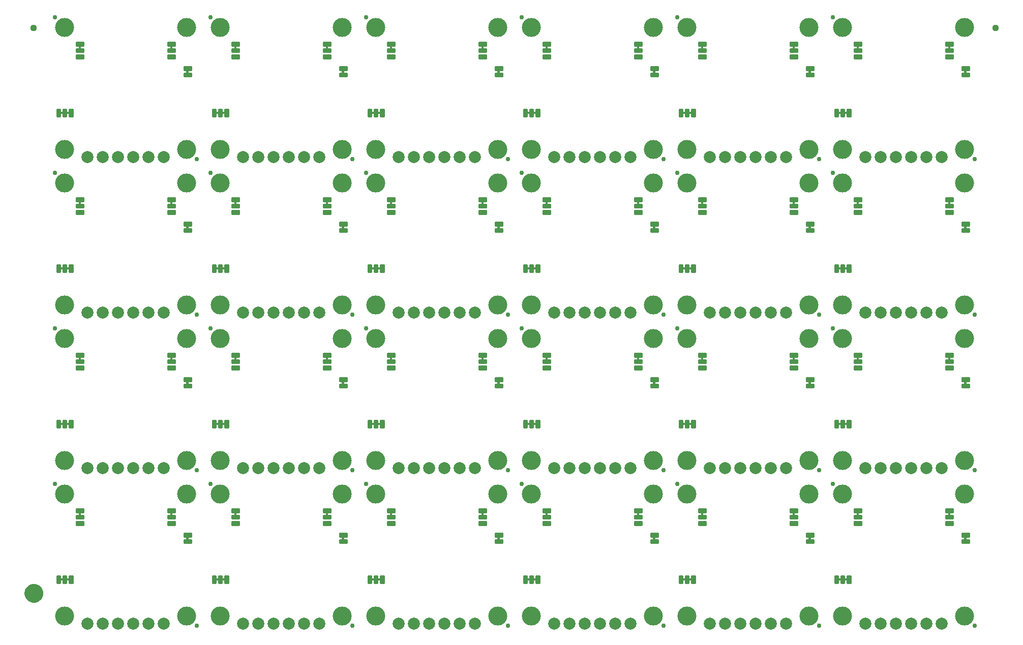
<source format=gbs>
G04 EAGLE Gerber RS-274X export*
G75*
%MOMM*%
%FSLAX34Y34*%
%LPD*%
%INSoldermask Bottom*%
%IPPOS*%
%AMOC8*
5,1,8,0,0,1.08239X$1,22.5*%
G01*
%ADD10C,2.006600*%
%ADD11C,0.762000*%
%ADD12C,3.175000*%
%ADD13C,0.228344*%
%ADD14C,1.127000*%
%ADD15C,1.270000*%
%ADD16C,1.627000*%

G36*
X570295Y970292D02*
X570295Y970292D01*
X570361Y970294D01*
X570404Y970312D01*
X570451Y970320D01*
X570508Y970354D01*
X570568Y970379D01*
X570603Y970410D01*
X570644Y970435D01*
X570686Y970486D01*
X570734Y970530D01*
X570756Y970572D01*
X570785Y970609D01*
X570806Y970671D01*
X570837Y970730D01*
X570845Y970784D01*
X570857Y970821D01*
X570856Y970861D01*
X570864Y970915D01*
X570864Y974725D01*
X570853Y974790D01*
X570851Y974856D01*
X570833Y974899D01*
X570825Y974946D01*
X570791Y975003D01*
X570766Y975063D01*
X570735Y975098D01*
X570710Y975139D01*
X570659Y975181D01*
X570615Y975229D01*
X570573Y975251D01*
X570536Y975280D01*
X570474Y975301D01*
X570415Y975332D01*
X570361Y975340D01*
X570324Y975352D01*
X570284Y975351D01*
X570230Y975359D01*
X567690Y975359D01*
X567625Y975348D01*
X567559Y975346D01*
X567516Y975328D01*
X567469Y975320D01*
X567412Y975286D01*
X567352Y975261D01*
X567317Y975230D01*
X567276Y975205D01*
X567235Y975154D01*
X567186Y975110D01*
X567164Y975068D01*
X567135Y975031D01*
X567114Y974969D01*
X567083Y974910D01*
X567075Y974856D01*
X567063Y974819D01*
X567063Y974815D01*
X567063Y974814D01*
X567064Y974779D01*
X567056Y974725D01*
X567056Y970915D01*
X567067Y970850D01*
X567069Y970784D01*
X567087Y970741D01*
X567095Y970694D01*
X567129Y970637D01*
X567154Y970577D01*
X567185Y970542D01*
X567210Y970501D01*
X567261Y970460D01*
X567305Y970411D01*
X567347Y970389D01*
X567384Y970360D01*
X567446Y970339D01*
X567505Y970308D01*
X567559Y970300D01*
X567596Y970288D01*
X567636Y970289D01*
X567690Y970281D01*
X570230Y970281D01*
X570295Y970292D01*
G37*
G36*
X1240855Y970292D02*
X1240855Y970292D01*
X1240921Y970294D01*
X1240964Y970312D01*
X1241011Y970320D01*
X1241068Y970354D01*
X1241128Y970379D01*
X1241163Y970410D01*
X1241204Y970435D01*
X1241246Y970486D01*
X1241294Y970530D01*
X1241316Y970572D01*
X1241345Y970609D01*
X1241366Y970671D01*
X1241397Y970730D01*
X1241405Y970784D01*
X1241417Y970821D01*
X1241416Y970861D01*
X1241424Y970915D01*
X1241424Y974725D01*
X1241413Y974790D01*
X1241411Y974856D01*
X1241393Y974899D01*
X1241385Y974946D01*
X1241351Y975003D01*
X1241326Y975063D01*
X1241295Y975098D01*
X1241270Y975139D01*
X1241219Y975181D01*
X1241175Y975229D01*
X1241133Y975251D01*
X1241096Y975280D01*
X1241034Y975301D01*
X1240975Y975332D01*
X1240921Y975340D01*
X1240884Y975352D01*
X1240844Y975351D01*
X1240790Y975359D01*
X1238250Y975359D01*
X1238185Y975348D01*
X1238119Y975346D01*
X1238076Y975328D01*
X1238029Y975320D01*
X1237972Y975286D01*
X1237912Y975261D01*
X1237877Y975230D01*
X1237836Y975205D01*
X1237795Y975154D01*
X1237746Y975110D01*
X1237724Y975068D01*
X1237695Y975031D01*
X1237674Y974969D01*
X1237643Y974910D01*
X1237635Y974856D01*
X1237623Y974819D01*
X1237623Y974815D01*
X1237623Y974814D01*
X1237624Y974779D01*
X1237616Y974725D01*
X1237616Y970915D01*
X1237627Y970850D01*
X1237629Y970784D01*
X1237647Y970741D01*
X1237655Y970694D01*
X1237689Y970637D01*
X1237714Y970577D01*
X1237745Y970542D01*
X1237770Y970501D01*
X1237821Y970460D01*
X1237865Y970411D01*
X1237907Y970389D01*
X1237944Y970360D01*
X1238006Y970339D01*
X1238065Y970308D01*
X1238119Y970300D01*
X1238156Y970288D01*
X1238196Y970289D01*
X1238250Y970281D01*
X1240790Y970281D01*
X1240855Y970292D01*
G37*
G36*
X1347535Y970292D02*
X1347535Y970292D01*
X1347601Y970294D01*
X1347644Y970312D01*
X1347691Y970320D01*
X1347748Y970354D01*
X1347808Y970379D01*
X1347843Y970410D01*
X1347884Y970435D01*
X1347926Y970486D01*
X1347974Y970530D01*
X1347996Y970572D01*
X1348025Y970609D01*
X1348046Y970671D01*
X1348077Y970730D01*
X1348085Y970784D01*
X1348097Y970821D01*
X1348096Y970861D01*
X1348104Y970915D01*
X1348104Y974725D01*
X1348093Y974790D01*
X1348091Y974856D01*
X1348073Y974899D01*
X1348065Y974946D01*
X1348031Y975003D01*
X1348006Y975063D01*
X1347975Y975098D01*
X1347950Y975139D01*
X1347899Y975181D01*
X1347855Y975229D01*
X1347813Y975251D01*
X1347776Y975280D01*
X1347714Y975301D01*
X1347655Y975332D01*
X1347601Y975340D01*
X1347564Y975352D01*
X1347524Y975351D01*
X1347470Y975359D01*
X1344930Y975359D01*
X1344865Y975348D01*
X1344799Y975346D01*
X1344756Y975328D01*
X1344709Y975320D01*
X1344652Y975286D01*
X1344592Y975261D01*
X1344557Y975230D01*
X1344516Y975205D01*
X1344475Y975154D01*
X1344426Y975110D01*
X1344404Y975068D01*
X1344375Y975031D01*
X1344354Y974969D01*
X1344323Y974910D01*
X1344315Y974856D01*
X1344303Y974819D01*
X1344303Y974815D01*
X1344303Y974814D01*
X1344304Y974779D01*
X1344296Y974725D01*
X1344296Y970915D01*
X1344307Y970850D01*
X1344309Y970784D01*
X1344327Y970741D01*
X1344335Y970694D01*
X1344369Y970637D01*
X1344394Y970577D01*
X1344425Y970542D01*
X1344450Y970501D01*
X1344501Y970460D01*
X1344545Y970411D01*
X1344587Y970389D01*
X1344624Y970360D01*
X1344686Y970339D01*
X1344745Y970308D01*
X1344799Y970300D01*
X1344836Y970288D01*
X1344876Y970289D01*
X1344930Y970281D01*
X1347470Y970281D01*
X1347535Y970292D01*
G37*
G36*
X463615Y970292D02*
X463615Y970292D01*
X463681Y970294D01*
X463724Y970312D01*
X463771Y970320D01*
X463828Y970354D01*
X463888Y970379D01*
X463923Y970410D01*
X463964Y970435D01*
X464006Y970486D01*
X464054Y970530D01*
X464076Y970572D01*
X464105Y970609D01*
X464126Y970671D01*
X464157Y970730D01*
X464165Y970784D01*
X464177Y970821D01*
X464176Y970861D01*
X464184Y970915D01*
X464184Y974725D01*
X464173Y974790D01*
X464171Y974856D01*
X464153Y974899D01*
X464145Y974946D01*
X464111Y975003D01*
X464086Y975063D01*
X464055Y975098D01*
X464030Y975139D01*
X463979Y975181D01*
X463935Y975229D01*
X463893Y975251D01*
X463856Y975280D01*
X463794Y975301D01*
X463735Y975332D01*
X463681Y975340D01*
X463644Y975352D01*
X463604Y975351D01*
X463550Y975359D01*
X461010Y975359D01*
X460945Y975348D01*
X460879Y975346D01*
X460836Y975328D01*
X460789Y975320D01*
X460732Y975286D01*
X460672Y975261D01*
X460637Y975230D01*
X460596Y975205D01*
X460555Y975154D01*
X460506Y975110D01*
X460484Y975068D01*
X460455Y975031D01*
X460434Y974969D01*
X460403Y974910D01*
X460395Y974856D01*
X460383Y974819D01*
X460383Y974815D01*
X460383Y974814D01*
X460384Y974779D01*
X460376Y974725D01*
X460376Y970915D01*
X460387Y970850D01*
X460389Y970784D01*
X460407Y970741D01*
X460415Y970694D01*
X460449Y970637D01*
X460474Y970577D01*
X460505Y970542D01*
X460530Y970501D01*
X460581Y970460D01*
X460625Y970411D01*
X460667Y970389D01*
X460704Y970360D01*
X460766Y970339D01*
X460825Y970308D01*
X460879Y970300D01*
X460916Y970288D01*
X460956Y970289D01*
X461010Y970281D01*
X463550Y970281D01*
X463615Y970292D01*
G37*
G36*
X722695Y970292D02*
X722695Y970292D01*
X722761Y970294D01*
X722804Y970312D01*
X722851Y970320D01*
X722908Y970354D01*
X722968Y970379D01*
X723003Y970410D01*
X723044Y970435D01*
X723086Y970486D01*
X723134Y970530D01*
X723156Y970572D01*
X723185Y970609D01*
X723206Y970671D01*
X723237Y970730D01*
X723245Y970784D01*
X723257Y970821D01*
X723256Y970861D01*
X723264Y970915D01*
X723264Y974725D01*
X723253Y974790D01*
X723251Y974856D01*
X723233Y974899D01*
X723225Y974946D01*
X723191Y975003D01*
X723166Y975063D01*
X723135Y975098D01*
X723110Y975139D01*
X723059Y975181D01*
X723015Y975229D01*
X722973Y975251D01*
X722936Y975280D01*
X722874Y975301D01*
X722815Y975332D01*
X722761Y975340D01*
X722724Y975352D01*
X722684Y975351D01*
X722630Y975359D01*
X720090Y975359D01*
X720025Y975348D01*
X719959Y975346D01*
X719916Y975328D01*
X719869Y975320D01*
X719812Y975286D01*
X719752Y975261D01*
X719717Y975230D01*
X719676Y975205D01*
X719635Y975154D01*
X719586Y975110D01*
X719564Y975068D01*
X719535Y975031D01*
X719514Y974969D01*
X719483Y974910D01*
X719475Y974856D01*
X719463Y974819D01*
X719463Y974815D01*
X719463Y974814D01*
X719464Y974779D01*
X719456Y974725D01*
X719456Y970915D01*
X719467Y970850D01*
X719469Y970784D01*
X719487Y970741D01*
X719495Y970694D01*
X719529Y970637D01*
X719554Y970577D01*
X719585Y970542D01*
X719610Y970501D01*
X719661Y970460D01*
X719705Y970411D01*
X719747Y970389D01*
X719784Y970360D01*
X719846Y970339D01*
X719905Y970308D01*
X719959Y970300D01*
X719996Y970288D01*
X720036Y970289D01*
X720090Y970281D01*
X722630Y970281D01*
X722695Y970292D01*
G37*
G36*
X829375Y970292D02*
X829375Y970292D01*
X829441Y970294D01*
X829484Y970312D01*
X829531Y970320D01*
X829588Y970354D01*
X829648Y970379D01*
X829683Y970410D01*
X829724Y970435D01*
X829766Y970486D01*
X829814Y970530D01*
X829836Y970572D01*
X829865Y970609D01*
X829886Y970671D01*
X829917Y970730D01*
X829925Y970784D01*
X829937Y970821D01*
X829936Y970861D01*
X829944Y970915D01*
X829944Y974725D01*
X829933Y974790D01*
X829931Y974856D01*
X829913Y974899D01*
X829905Y974946D01*
X829871Y975003D01*
X829846Y975063D01*
X829815Y975098D01*
X829790Y975139D01*
X829739Y975181D01*
X829695Y975229D01*
X829653Y975251D01*
X829616Y975280D01*
X829554Y975301D01*
X829495Y975332D01*
X829441Y975340D01*
X829404Y975352D01*
X829364Y975351D01*
X829310Y975359D01*
X826770Y975359D01*
X826705Y975348D01*
X826639Y975346D01*
X826596Y975328D01*
X826549Y975320D01*
X826492Y975286D01*
X826432Y975261D01*
X826397Y975230D01*
X826356Y975205D01*
X826315Y975154D01*
X826266Y975110D01*
X826244Y975068D01*
X826215Y975031D01*
X826194Y974969D01*
X826163Y974910D01*
X826155Y974856D01*
X826143Y974819D01*
X826143Y974815D01*
X826143Y974814D01*
X826144Y974779D01*
X826136Y974725D01*
X826136Y970915D01*
X826147Y970850D01*
X826149Y970784D01*
X826167Y970741D01*
X826175Y970694D01*
X826209Y970637D01*
X826234Y970577D01*
X826265Y970542D01*
X826290Y970501D01*
X826341Y970460D01*
X826385Y970411D01*
X826427Y970389D01*
X826464Y970360D01*
X826526Y970339D01*
X826585Y970308D01*
X826639Y970300D01*
X826676Y970288D01*
X826716Y970289D01*
X826770Y970281D01*
X829310Y970281D01*
X829375Y970292D01*
G37*
G36*
X981775Y970292D02*
X981775Y970292D01*
X981841Y970294D01*
X981884Y970312D01*
X981931Y970320D01*
X981988Y970354D01*
X982048Y970379D01*
X982083Y970410D01*
X982124Y970435D01*
X982166Y970486D01*
X982214Y970530D01*
X982236Y970572D01*
X982265Y970609D01*
X982286Y970671D01*
X982317Y970730D01*
X982325Y970784D01*
X982337Y970821D01*
X982336Y970861D01*
X982344Y970915D01*
X982344Y974725D01*
X982333Y974790D01*
X982331Y974856D01*
X982313Y974899D01*
X982305Y974946D01*
X982271Y975003D01*
X982246Y975063D01*
X982215Y975098D01*
X982190Y975139D01*
X982139Y975181D01*
X982095Y975229D01*
X982053Y975251D01*
X982016Y975280D01*
X981954Y975301D01*
X981895Y975332D01*
X981841Y975340D01*
X981804Y975352D01*
X981764Y975351D01*
X981710Y975359D01*
X979170Y975359D01*
X979105Y975348D01*
X979039Y975346D01*
X978996Y975328D01*
X978949Y975320D01*
X978892Y975286D01*
X978832Y975261D01*
X978797Y975230D01*
X978756Y975205D01*
X978715Y975154D01*
X978666Y975110D01*
X978644Y975068D01*
X978615Y975031D01*
X978594Y974969D01*
X978563Y974910D01*
X978555Y974856D01*
X978543Y974819D01*
X978543Y974815D01*
X978543Y974814D01*
X978544Y974779D01*
X978536Y974725D01*
X978536Y970915D01*
X978547Y970850D01*
X978549Y970784D01*
X978567Y970741D01*
X978575Y970694D01*
X978609Y970637D01*
X978634Y970577D01*
X978665Y970542D01*
X978690Y970501D01*
X978741Y970460D01*
X978785Y970411D01*
X978827Y970389D01*
X978864Y970360D01*
X978926Y970339D01*
X978985Y970308D01*
X979039Y970300D01*
X979076Y970288D01*
X979116Y970289D01*
X979170Y970281D01*
X981710Y970281D01*
X981775Y970292D01*
G37*
G36*
X52135Y970292D02*
X52135Y970292D01*
X52201Y970294D01*
X52244Y970312D01*
X52291Y970320D01*
X52348Y970354D01*
X52408Y970379D01*
X52443Y970410D01*
X52484Y970435D01*
X52526Y970486D01*
X52574Y970530D01*
X52596Y970572D01*
X52625Y970609D01*
X52646Y970671D01*
X52677Y970730D01*
X52685Y970784D01*
X52697Y970821D01*
X52696Y970861D01*
X52704Y970915D01*
X52704Y974725D01*
X52693Y974790D01*
X52691Y974856D01*
X52673Y974899D01*
X52665Y974946D01*
X52631Y975003D01*
X52606Y975063D01*
X52575Y975098D01*
X52550Y975139D01*
X52499Y975181D01*
X52455Y975229D01*
X52413Y975251D01*
X52376Y975280D01*
X52314Y975301D01*
X52255Y975332D01*
X52201Y975340D01*
X52164Y975352D01*
X52124Y975351D01*
X52070Y975359D01*
X49530Y975359D01*
X49465Y975348D01*
X49399Y975346D01*
X49356Y975328D01*
X49309Y975320D01*
X49252Y975286D01*
X49192Y975261D01*
X49157Y975230D01*
X49116Y975205D01*
X49075Y975154D01*
X49026Y975110D01*
X49004Y975068D01*
X48975Y975031D01*
X48954Y974969D01*
X48923Y974910D01*
X48915Y974856D01*
X48903Y974819D01*
X48903Y974815D01*
X48903Y974814D01*
X48904Y974779D01*
X48896Y974725D01*
X48896Y970915D01*
X48907Y970850D01*
X48909Y970784D01*
X48927Y970741D01*
X48935Y970694D01*
X48969Y970637D01*
X48994Y970577D01*
X49025Y970542D01*
X49050Y970501D01*
X49101Y970460D01*
X49145Y970411D01*
X49187Y970389D01*
X49224Y970360D01*
X49286Y970339D01*
X49345Y970308D01*
X49399Y970300D01*
X49436Y970288D01*
X49476Y970289D01*
X49530Y970281D01*
X52070Y970281D01*
X52135Y970292D01*
G37*
G36*
X204535Y970292D02*
X204535Y970292D01*
X204601Y970294D01*
X204644Y970312D01*
X204691Y970320D01*
X204748Y970354D01*
X204808Y970379D01*
X204843Y970410D01*
X204884Y970435D01*
X204926Y970486D01*
X204974Y970530D01*
X204996Y970572D01*
X205025Y970609D01*
X205046Y970671D01*
X205077Y970730D01*
X205085Y970784D01*
X205097Y970821D01*
X205096Y970861D01*
X205104Y970915D01*
X205104Y974725D01*
X205093Y974790D01*
X205091Y974856D01*
X205073Y974899D01*
X205065Y974946D01*
X205031Y975003D01*
X205006Y975063D01*
X204975Y975098D01*
X204950Y975139D01*
X204899Y975181D01*
X204855Y975229D01*
X204813Y975251D01*
X204776Y975280D01*
X204714Y975301D01*
X204655Y975332D01*
X204601Y975340D01*
X204564Y975352D01*
X204524Y975351D01*
X204470Y975359D01*
X201930Y975359D01*
X201865Y975348D01*
X201799Y975346D01*
X201756Y975328D01*
X201709Y975320D01*
X201652Y975286D01*
X201592Y975261D01*
X201557Y975230D01*
X201516Y975205D01*
X201475Y975154D01*
X201426Y975110D01*
X201404Y975068D01*
X201375Y975031D01*
X201354Y974969D01*
X201323Y974910D01*
X201315Y974856D01*
X201303Y974819D01*
X201303Y974815D01*
X201303Y974814D01*
X201304Y974779D01*
X201296Y974725D01*
X201296Y970915D01*
X201307Y970850D01*
X201309Y970784D01*
X201327Y970741D01*
X201335Y970694D01*
X201369Y970637D01*
X201394Y970577D01*
X201425Y970542D01*
X201450Y970501D01*
X201501Y970460D01*
X201545Y970411D01*
X201587Y970389D01*
X201624Y970360D01*
X201686Y970339D01*
X201745Y970308D01*
X201799Y970300D01*
X201836Y970288D01*
X201876Y970289D01*
X201930Y970281D01*
X204470Y970281D01*
X204535Y970292D01*
G37*
G36*
X311215Y970292D02*
X311215Y970292D01*
X311281Y970294D01*
X311324Y970312D01*
X311371Y970320D01*
X311428Y970354D01*
X311488Y970379D01*
X311523Y970410D01*
X311564Y970435D01*
X311606Y970486D01*
X311654Y970530D01*
X311676Y970572D01*
X311705Y970609D01*
X311726Y970671D01*
X311757Y970730D01*
X311765Y970784D01*
X311777Y970821D01*
X311776Y970861D01*
X311784Y970915D01*
X311784Y974725D01*
X311773Y974790D01*
X311771Y974856D01*
X311753Y974899D01*
X311745Y974946D01*
X311711Y975003D01*
X311686Y975063D01*
X311655Y975098D01*
X311630Y975139D01*
X311579Y975181D01*
X311535Y975229D01*
X311493Y975251D01*
X311456Y975280D01*
X311394Y975301D01*
X311335Y975332D01*
X311281Y975340D01*
X311244Y975352D01*
X311204Y975351D01*
X311150Y975359D01*
X308610Y975359D01*
X308545Y975348D01*
X308479Y975346D01*
X308436Y975328D01*
X308389Y975320D01*
X308332Y975286D01*
X308272Y975261D01*
X308237Y975230D01*
X308196Y975205D01*
X308155Y975154D01*
X308106Y975110D01*
X308084Y975068D01*
X308055Y975031D01*
X308034Y974969D01*
X308003Y974910D01*
X307995Y974856D01*
X307983Y974819D01*
X307983Y974815D01*
X307983Y974814D01*
X307984Y974779D01*
X307976Y974725D01*
X307976Y970915D01*
X307987Y970850D01*
X307989Y970784D01*
X308007Y970741D01*
X308015Y970694D01*
X308049Y970637D01*
X308074Y970577D01*
X308105Y970542D01*
X308130Y970501D01*
X308181Y970460D01*
X308225Y970411D01*
X308267Y970389D01*
X308304Y970360D01*
X308366Y970339D01*
X308425Y970308D01*
X308479Y970300D01*
X308516Y970288D01*
X308556Y970289D01*
X308610Y970281D01*
X311150Y970281D01*
X311215Y970292D01*
G37*
G36*
X1499935Y970292D02*
X1499935Y970292D01*
X1500001Y970294D01*
X1500044Y970312D01*
X1500091Y970320D01*
X1500148Y970354D01*
X1500208Y970379D01*
X1500243Y970410D01*
X1500284Y970435D01*
X1500326Y970486D01*
X1500374Y970530D01*
X1500396Y970572D01*
X1500425Y970609D01*
X1500446Y970671D01*
X1500477Y970730D01*
X1500485Y970784D01*
X1500497Y970821D01*
X1500496Y970861D01*
X1500504Y970915D01*
X1500504Y974725D01*
X1500493Y974790D01*
X1500491Y974856D01*
X1500473Y974899D01*
X1500465Y974946D01*
X1500431Y975003D01*
X1500406Y975063D01*
X1500375Y975098D01*
X1500350Y975139D01*
X1500299Y975181D01*
X1500255Y975229D01*
X1500213Y975251D01*
X1500176Y975280D01*
X1500114Y975301D01*
X1500055Y975332D01*
X1500001Y975340D01*
X1499964Y975352D01*
X1499924Y975351D01*
X1499870Y975359D01*
X1497330Y975359D01*
X1497265Y975348D01*
X1497199Y975346D01*
X1497156Y975328D01*
X1497109Y975320D01*
X1497052Y975286D01*
X1496992Y975261D01*
X1496957Y975230D01*
X1496916Y975205D01*
X1496875Y975154D01*
X1496826Y975110D01*
X1496804Y975068D01*
X1496775Y975031D01*
X1496754Y974969D01*
X1496723Y974910D01*
X1496715Y974856D01*
X1496703Y974819D01*
X1496703Y974815D01*
X1496703Y974814D01*
X1496704Y974779D01*
X1496696Y974725D01*
X1496696Y970915D01*
X1496707Y970850D01*
X1496709Y970784D01*
X1496727Y970741D01*
X1496735Y970694D01*
X1496769Y970637D01*
X1496794Y970577D01*
X1496825Y970542D01*
X1496850Y970501D01*
X1496901Y970460D01*
X1496945Y970411D01*
X1496987Y970389D01*
X1497024Y970360D01*
X1497086Y970339D01*
X1497145Y970308D01*
X1497199Y970300D01*
X1497236Y970288D01*
X1497276Y970289D01*
X1497330Y970281D01*
X1499870Y970281D01*
X1499935Y970292D01*
G37*
G36*
X1088455Y970292D02*
X1088455Y970292D01*
X1088521Y970294D01*
X1088564Y970312D01*
X1088611Y970320D01*
X1088668Y970354D01*
X1088728Y970379D01*
X1088763Y970410D01*
X1088804Y970435D01*
X1088846Y970486D01*
X1088894Y970530D01*
X1088916Y970572D01*
X1088945Y970609D01*
X1088966Y970671D01*
X1088997Y970730D01*
X1089005Y970784D01*
X1089017Y970821D01*
X1089016Y970861D01*
X1089024Y970915D01*
X1089024Y974725D01*
X1089013Y974790D01*
X1089011Y974856D01*
X1088993Y974899D01*
X1088985Y974946D01*
X1088951Y975003D01*
X1088926Y975063D01*
X1088895Y975098D01*
X1088870Y975139D01*
X1088819Y975181D01*
X1088775Y975229D01*
X1088733Y975251D01*
X1088696Y975280D01*
X1088634Y975301D01*
X1088575Y975332D01*
X1088521Y975340D01*
X1088484Y975352D01*
X1088444Y975351D01*
X1088390Y975359D01*
X1085850Y975359D01*
X1085785Y975348D01*
X1085719Y975346D01*
X1085676Y975328D01*
X1085629Y975320D01*
X1085572Y975286D01*
X1085512Y975261D01*
X1085477Y975230D01*
X1085436Y975205D01*
X1085395Y975154D01*
X1085346Y975110D01*
X1085324Y975068D01*
X1085295Y975031D01*
X1085274Y974969D01*
X1085243Y974910D01*
X1085235Y974856D01*
X1085223Y974819D01*
X1085223Y974815D01*
X1085223Y974814D01*
X1085224Y974779D01*
X1085216Y974725D01*
X1085216Y970915D01*
X1085227Y970850D01*
X1085229Y970784D01*
X1085247Y970741D01*
X1085255Y970694D01*
X1085289Y970637D01*
X1085314Y970577D01*
X1085345Y970542D01*
X1085370Y970501D01*
X1085421Y970460D01*
X1085465Y970411D01*
X1085507Y970389D01*
X1085544Y970360D01*
X1085606Y970339D01*
X1085665Y970308D01*
X1085719Y970300D01*
X1085756Y970288D01*
X1085796Y970289D01*
X1085850Y970281D01*
X1088390Y970281D01*
X1088455Y970292D01*
G37*
G36*
X1088455Y452132D02*
X1088455Y452132D01*
X1088521Y452134D01*
X1088564Y452152D01*
X1088611Y452160D01*
X1088668Y452194D01*
X1088728Y452219D01*
X1088763Y452250D01*
X1088804Y452275D01*
X1088846Y452326D01*
X1088894Y452370D01*
X1088916Y452412D01*
X1088945Y452449D01*
X1088966Y452511D01*
X1088997Y452570D01*
X1089005Y452624D01*
X1089017Y452661D01*
X1089016Y452701D01*
X1089024Y452755D01*
X1089024Y456565D01*
X1089013Y456630D01*
X1089011Y456696D01*
X1088993Y456739D01*
X1088985Y456786D01*
X1088951Y456843D01*
X1088926Y456903D01*
X1088895Y456938D01*
X1088870Y456979D01*
X1088819Y457021D01*
X1088775Y457069D01*
X1088733Y457091D01*
X1088696Y457120D01*
X1088634Y457141D01*
X1088575Y457172D01*
X1088521Y457180D01*
X1088484Y457192D01*
X1088444Y457191D01*
X1088390Y457199D01*
X1085850Y457199D01*
X1085785Y457188D01*
X1085719Y457186D01*
X1085676Y457168D01*
X1085629Y457160D01*
X1085572Y457126D01*
X1085512Y457101D01*
X1085477Y457070D01*
X1085436Y457045D01*
X1085395Y456994D01*
X1085346Y456950D01*
X1085324Y456908D01*
X1085295Y456871D01*
X1085274Y456809D01*
X1085243Y456750D01*
X1085235Y456696D01*
X1085223Y456659D01*
X1085223Y456655D01*
X1085223Y456654D01*
X1085224Y456619D01*
X1085216Y456565D01*
X1085216Y452755D01*
X1085227Y452690D01*
X1085229Y452624D01*
X1085247Y452581D01*
X1085255Y452534D01*
X1085289Y452477D01*
X1085314Y452417D01*
X1085345Y452382D01*
X1085370Y452341D01*
X1085421Y452300D01*
X1085465Y452251D01*
X1085507Y452229D01*
X1085544Y452200D01*
X1085606Y452179D01*
X1085665Y452148D01*
X1085719Y452140D01*
X1085756Y452128D01*
X1085796Y452129D01*
X1085850Y452121D01*
X1088390Y452121D01*
X1088455Y452132D01*
G37*
G36*
X52135Y452132D02*
X52135Y452132D01*
X52201Y452134D01*
X52244Y452152D01*
X52291Y452160D01*
X52348Y452194D01*
X52408Y452219D01*
X52443Y452250D01*
X52484Y452275D01*
X52526Y452326D01*
X52574Y452370D01*
X52596Y452412D01*
X52625Y452449D01*
X52646Y452511D01*
X52677Y452570D01*
X52685Y452624D01*
X52697Y452661D01*
X52696Y452701D01*
X52704Y452755D01*
X52704Y456565D01*
X52693Y456630D01*
X52691Y456696D01*
X52673Y456739D01*
X52665Y456786D01*
X52631Y456843D01*
X52606Y456903D01*
X52575Y456938D01*
X52550Y456979D01*
X52499Y457021D01*
X52455Y457069D01*
X52413Y457091D01*
X52376Y457120D01*
X52314Y457141D01*
X52255Y457172D01*
X52201Y457180D01*
X52164Y457192D01*
X52124Y457191D01*
X52070Y457199D01*
X49530Y457199D01*
X49465Y457188D01*
X49399Y457186D01*
X49356Y457168D01*
X49309Y457160D01*
X49252Y457126D01*
X49192Y457101D01*
X49157Y457070D01*
X49116Y457045D01*
X49075Y456994D01*
X49026Y456950D01*
X49004Y456908D01*
X48975Y456871D01*
X48954Y456809D01*
X48923Y456750D01*
X48915Y456696D01*
X48903Y456659D01*
X48903Y456655D01*
X48903Y456654D01*
X48904Y456619D01*
X48896Y456565D01*
X48896Y452755D01*
X48907Y452690D01*
X48909Y452624D01*
X48927Y452581D01*
X48935Y452534D01*
X48969Y452477D01*
X48994Y452417D01*
X49025Y452382D01*
X49050Y452341D01*
X49101Y452300D01*
X49145Y452251D01*
X49187Y452229D01*
X49224Y452200D01*
X49286Y452179D01*
X49345Y452148D01*
X49399Y452140D01*
X49436Y452128D01*
X49476Y452129D01*
X49530Y452121D01*
X52070Y452121D01*
X52135Y452132D01*
G37*
G36*
X981775Y452132D02*
X981775Y452132D01*
X981841Y452134D01*
X981884Y452152D01*
X981931Y452160D01*
X981988Y452194D01*
X982048Y452219D01*
X982083Y452250D01*
X982124Y452275D01*
X982166Y452326D01*
X982214Y452370D01*
X982236Y452412D01*
X982265Y452449D01*
X982286Y452511D01*
X982317Y452570D01*
X982325Y452624D01*
X982337Y452661D01*
X982336Y452701D01*
X982344Y452755D01*
X982344Y456565D01*
X982333Y456630D01*
X982331Y456696D01*
X982313Y456739D01*
X982305Y456786D01*
X982271Y456843D01*
X982246Y456903D01*
X982215Y456938D01*
X982190Y456979D01*
X982139Y457021D01*
X982095Y457069D01*
X982053Y457091D01*
X982016Y457120D01*
X981954Y457141D01*
X981895Y457172D01*
X981841Y457180D01*
X981804Y457192D01*
X981764Y457191D01*
X981710Y457199D01*
X979170Y457199D01*
X979105Y457188D01*
X979039Y457186D01*
X978996Y457168D01*
X978949Y457160D01*
X978892Y457126D01*
X978832Y457101D01*
X978797Y457070D01*
X978756Y457045D01*
X978715Y456994D01*
X978666Y456950D01*
X978644Y456908D01*
X978615Y456871D01*
X978594Y456809D01*
X978563Y456750D01*
X978555Y456696D01*
X978543Y456659D01*
X978543Y456655D01*
X978543Y456654D01*
X978544Y456619D01*
X978536Y456565D01*
X978536Y452755D01*
X978547Y452690D01*
X978549Y452624D01*
X978567Y452581D01*
X978575Y452534D01*
X978609Y452477D01*
X978634Y452417D01*
X978665Y452382D01*
X978690Y452341D01*
X978741Y452300D01*
X978785Y452251D01*
X978827Y452229D01*
X978864Y452200D01*
X978926Y452179D01*
X978985Y452148D01*
X979039Y452140D01*
X979076Y452128D01*
X979116Y452129D01*
X979170Y452121D01*
X981710Y452121D01*
X981775Y452132D01*
G37*
G36*
X570295Y452132D02*
X570295Y452132D01*
X570361Y452134D01*
X570404Y452152D01*
X570451Y452160D01*
X570508Y452194D01*
X570568Y452219D01*
X570603Y452250D01*
X570644Y452275D01*
X570686Y452326D01*
X570734Y452370D01*
X570756Y452412D01*
X570785Y452449D01*
X570806Y452511D01*
X570837Y452570D01*
X570845Y452624D01*
X570857Y452661D01*
X570856Y452701D01*
X570864Y452755D01*
X570864Y456565D01*
X570853Y456630D01*
X570851Y456696D01*
X570833Y456739D01*
X570825Y456786D01*
X570791Y456843D01*
X570766Y456903D01*
X570735Y456938D01*
X570710Y456979D01*
X570659Y457021D01*
X570615Y457069D01*
X570573Y457091D01*
X570536Y457120D01*
X570474Y457141D01*
X570415Y457172D01*
X570361Y457180D01*
X570324Y457192D01*
X570284Y457191D01*
X570230Y457199D01*
X567690Y457199D01*
X567625Y457188D01*
X567559Y457186D01*
X567516Y457168D01*
X567469Y457160D01*
X567412Y457126D01*
X567352Y457101D01*
X567317Y457070D01*
X567276Y457045D01*
X567235Y456994D01*
X567186Y456950D01*
X567164Y456908D01*
X567135Y456871D01*
X567114Y456809D01*
X567083Y456750D01*
X567075Y456696D01*
X567063Y456659D01*
X567063Y456655D01*
X567063Y456654D01*
X567064Y456619D01*
X567056Y456565D01*
X567056Y452755D01*
X567067Y452690D01*
X567069Y452624D01*
X567087Y452581D01*
X567095Y452534D01*
X567129Y452477D01*
X567154Y452417D01*
X567185Y452382D01*
X567210Y452341D01*
X567261Y452300D01*
X567305Y452251D01*
X567347Y452229D01*
X567384Y452200D01*
X567446Y452179D01*
X567505Y452148D01*
X567559Y452140D01*
X567596Y452128D01*
X567636Y452129D01*
X567690Y452121D01*
X570230Y452121D01*
X570295Y452132D01*
G37*
G36*
X722695Y452132D02*
X722695Y452132D01*
X722761Y452134D01*
X722804Y452152D01*
X722851Y452160D01*
X722908Y452194D01*
X722968Y452219D01*
X723003Y452250D01*
X723044Y452275D01*
X723086Y452326D01*
X723134Y452370D01*
X723156Y452412D01*
X723185Y452449D01*
X723206Y452511D01*
X723237Y452570D01*
X723245Y452624D01*
X723257Y452661D01*
X723256Y452701D01*
X723264Y452755D01*
X723264Y456565D01*
X723253Y456630D01*
X723251Y456696D01*
X723233Y456739D01*
X723225Y456786D01*
X723191Y456843D01*
X723166Y456903D01*
X723135Y456938D01*
X723110Y456979D01*
X723059Y457021D01*
X723015Y457069D01*
X722973Y457091D01*
X722936Y457120D01*
X722874Y457141D01*
X722815Y457172D01*
X722761Y457180D01*
X722724Y457192D01*
X722684Y457191D01*
X722630Y457199D01*
X720090Y457199D01*
X720025Y457188D01*
X719959Y457186D01*
X719916Y457168D01*
X719869Y457160D01*
X719812Y457126D01*
X719752Y457101D01*
X719717Y457070D01*
X719676Y457045D01*
X719635Y456994D01*
X719586Y456950D01*
X719564Y456908D01*
X719535Y456871D01*
X719514Y456809D01*
X719483Y456750D01*
X719475Y456696D01*
X719463Y456659D01*
X719463Y456655D01*
X719463Y456654D01*
X719464Y456619D01*
X719456Y456565D01*
X719456Y452755D01*
X719467Y452690D01*
X719469Y452624D01*
X719487Y452581D01*
X719495Y452534D01*
X719529Y452477D01*
X719554Y452417D01*
X719585Y452382D01*
X719610Y452341D01*
X719661Y452300D01*
X719705Y452251D01*
X719747Y452229D01*
X719784Y452200D01*
X719846Y452179D01*
X719905Y452148D01*
X719959Y452140D01*
X719996Y452128D01*
X720036Y452129D01*
X720090Y452121D01*
X722630Y452121D01*
X722695Y452132D01*
G37*
G36*
X1240855Y452132D02*
X1240855Y452132D01*
X1240921Y452134D01*
X1240964Y452152D01*
X1241011Y452160D01*
X1241068Y452194D01*
X1241128Y452219D01*
X1241163Y452250D01*
X1241204Y452275D01*
X1241246Y452326D01*
X1241294Y452370D01*
X1241316Y452412D01*
X1241345Y452449D01*
X1241366Y452511D01*
X1241397Y452570D01*
X1241405Y452624D01*
X1241417Y452661D01*
X1241416Y452701D01*
X1241424Y452755D01*
X1241424Y456565D01*
X1241413Y456630D01*
X1241411Y456696D01*
X1241393Y456739D01*
X1241385Y456786D01*
X1241351Y456843D01*
X1241326Y456903D01*
X1241295Y456938D01*
X1241270Y456979D01*
X1241219Y457021D01*
X1241175Y457069D01*
X1241133Y457091D01*
X1241096Y457120D01*
X1241034Y457141D01*
X1240975Y457172D01*
X1240921Y457180D01*
X1240884Y457192D01*
X1240844Y457191D01*
X1240790Y457199D01*
X1238250Y457199D01*
X1238185Y457188D01*
X1238119Y457186D01*
X1238076Y457168D01*
X1238029Y457160D01*
X1237972Y457126D01*
X1237912Y457101D01*
X1237877Y457070D01*
X1237836Y457045D01*
X1237795Y456994D01*
X1237746Y456950D01*
X1237724Y456908D01*
X1237695Y456871D01*
X1237674Y456809D01*
X1237643Y456750D01*
X1237635Y456696D01*
X1237623Y456659D01*
X1237623Y456655D01*
X1237623Y456654D01*
X1237624Y456619D01*
X1237616Y456565D01*
X1237616Y452755D01*
X1237627Y452690D01*
X1237629Y452624D01*
X1237647Y452581D01*
X1237655Y452534D01*
X1237689Y452477D01*
X1237714Y452417D01*
X1237745Y452382D01*
X1237770Y452341D01*
X1237821Y452300D01*
X1237865Y452251D01*
X1237907Y452229D01*
X1237944Y452200D01*
X1238006Y452179D01*
X1238065Y452148D01*
X1238119Y452140D01*
X1238156Y452128D01*
X1238196Y452129D01*
X1238250Y452121D01*
X1240790Y452121D01*
X1240855Y452132D01*
G37*
G36*
X463615Y452132D02*
X463615Y452132D01*
X463681Y452134D01*
X463724Y452152D01*
X463771Y452160D01*
X463828Y452194D01*
X463888Y452219D01*
X463923Y452250D01*
X463964Y452275D01*
X464006Y452326D01*
X464054Y452370D01*
X464076Y452412D01*
X464105Y452449D01*
X464126Y452511D01*
X464157Y452570D01*
X464165Y452624D01*
X464177Y452661D01*
X464176Y452701D01*
X464184Y452755D01*
X464184Y456565D01*
X464173Y456630D01*
X464171Y456696D01*
X464153Y456739D01*
X464145Y456786D01*
X464111Y456843D01*
X464086Y456903D01*
X464055Y456938D01*
X464030Y456979D01*
X463979Y457021D01*
X463935Y457069D01*
X463893Y457091D01*
X463856Y457120D01*
X463794Y457141D01*
X463735Y457172D01*
X463681Y457180D01*
X463644Y457192D01*
X463604Y457191D01*
X463550Y457199D01*
X461010Y457199D01*
X460945Y457188D01*
X460879Y457186D01*
X460836Y457168D01*
X460789Y457160D01*
X460732Y457126D01*
X460672Y457101D01*
X460637Y457070D01*
X460596Y457045D01*
X460555Y456994D01*
X460506Y456950D01*
X460484Y456908D01*
X460455Y456871D01*
X460434Y456809D01*
X460403Y456750D01*
X460395Y456696D01*
X460383Y456659D01*
X460383Y456655D01*
X460383Y456654D01*
X460384Y456619D01*
X460376Y456565D01*
X460376Y452755D01*
X460387Y452690D01*
X460389Y452624D01*
X460407Y452581D01*
X460415Y452534D01*
X460449Y452477D01*
X460474Y452417D01*
X460505Y452382D01*
X460530Y452341D01*
X460581Y452300D01*
X460625Y452251D01*
X460667Y452229D01*
X460704Y452200D01*
X460766Y452179D01*
X460825Y452148D01*
X460879Y452140D01*
X460916Y452128D01*
X460956Y452129D01*
X461010Y452121D01*
X463550Y452121D01*
X463615Y452132D01*
G37*
G36*
X204535Y193052D02*
X204535Y193052D01*
X204601Y193054D01*
X204644Y193072D01*
X204691Y193080D01*
X204748Y193114D01*
X204808Y193139D01*
X204843Y193170D01*
X204884Y193195D01*
X204926Y193246D01*
X204974Y193290D01*
X204996Y193332D01*
X205025Y193369D01*
X205046Y193431D01*
X205077Y193490D01*
X205085Y193544D01*
X205097Y193581D01*
X205096Y193621D01*
X205104Y193675D01*
X205104Y197485D01*
X205093Y197550D01*
X205091Y197616D01*
X205073Y197659D01*
X205065Y197706D01*
X205031Y197763D01*
X205006Y197823D01*
X204975Y197858D01*
X204950Y197899D01*
X204899Y197941D01*
X204855Y197989D01*
X204813Y198011D01*
X204776Y198040D01*
X204714Y198061D01*
X204655Y198092D01*
X204601Y198100D01*
X204564Y198112D01*
X204524Y198111D01*
X204470Y198119D01*
X201930Y198119D01*
X201865Y198108D01*
X201799Y198106D01*
X201756Y198088D01*
X201709Y198080D01*
X201652Y198046D01*
X201592Y198021D01*
X201557Y197990D01*
X201516Y197965D01*
X201475Y197914D01*
X201426Y197870D01*
X201404Y197828D01*
X201375Y197791D01*
X201354Y197729D01*
X201323Y197670D01*
X201315Y197616D01*
X201303Y197579D01*
X201303Y197575D01*
X201303Y197574D01*
X201304Y197539D01*
X201296Y197485D01*
X201296Y193675D01*
X201307Y193610D01*
X201309Y193544D01*
X201327Y193501D01*
X201335Y193454D01*
X201369Y193397D01*
X201394Y193337D01*
X201425Y193302D01*
X201450Y193261D01*
X201501Y193220D01*
X201545Y193171D01*
X201587Y193149D01*
X201624Y193120D01*
X201686Y193099D01*
X201745Y193068D01*
X201799Y193060D01*
X201836Y193048D01*
X201876Y193049D01*
X201930Y193041D01*
X204470Y193041D01*
X204535Y193052D01*
G37*
G36*
X829375Y193052D02*
X829375Y193052D01*
X829441Y193054D01*
X829484Y193072D01*
X829531Y193080D01*
X829588Y193114D01*
X829648Y193139D01*
X829683Y193170D01*
X829724Y193195D01*
X829766Y193246D01*
X829814Y193290D01*
X829836Y193332D01*
X829865Y193369D01*
X829886Y193431D01*
X829917Y193490D01*
X829925Y193544D01*
X829937Y193581D01*
X829936Y193621D01*
X829944Y193675D01*
X829944Y197485D01*
X829933Y197550D01*
X829931Y197616D01*
X829913Y197659D01*
X829905Y197706D01*
X829871Y197763D01*
X829846Y197823D01*
X829815Y197858D01*
X829790Y197899D01*
X829739Y197941D01*
X829695Y197989D01*
X829653Y198011D01*
X829616Y198040D01*
X829554Y198061D01*
X829495Y198092D01*
X829441Y198100D01*
X829404Y198112D01*
X829364Y198111D01*
X829310Y198119D01*
X826770Y198119D01*
X826705Y198108D01*
X826639Y198106D01*
X826596Y198088D01*
X826549Y198080D01*
X826492Y198046D01*
X826432Y198021D01*
X826397Y197990D01*
X826356Y197965D01*
X826315Y197914D01*
X826266Y197870D01*
X826244Y197828D01*
X826215Y197791D01*
X826194Y197729D01*
X826163Y197670D01*
X826155Y197616D01*
X826143Y197579D01*
X826143Y197575D01*
X826143Y197574D01*
X826144Y197539D01*
X826136Y197485D01*
X826136Y193675D01*
X826147Y193610D01*
X826149Y193544D01*
X826167Y193501D01*
X826175Y193454D01*
X826209Y193397D01*
X826234Y193337D01*
X826265Y193302D01*
X826290Y193261D01*
X826341Y193220D01*
X826385Y193171D01*
X826427Y193149D01*
X826464Y193120D01*
X826526Y193099D01*
X826585Y193068D01*
X826639Y193060D01*
X826676Y193048D01*
X826716Y193049D01*
X826770Y193041D01*
X829310Y193041D01*
X829375Y193052D01*
G37*
G36*
X1088455Y193052D02*
X1088455Y193052D01*
X1088521Y193054D01*
X1088564Y193072D01*
X1088611Y193080D01*
X1088668Y193114D01*
X1088728Y193139D01*
X1088763Y193170D01*
X1088804Y193195D01*
X1088846Y193246D01*
X1088894Y193290D01*
X1088916Y193332D01*
X1088945Y193369D01*
X1088966Y193431D01*
X1088997Y193490D01*
X1089005Y193544D01*
X1089017Y193581D01*
X1089016Y193621D01*
X1089024Y193675D01*
X1089024Y197485D01*
X1089013Y197550D01*
X1089011Y197616D01*
X1088993Y197659D01*
X1088985Y197706D01*
X1088951Y197763D01*
X1088926Y197823D01*
X1088895Y197858D01*
X1088870Y197899D01*
X1088819Y197941D01*
X1088775Y197989D01*
X1088733Y198011D01*
X1088696Y198040D01*
X1088634Y198061D01*
X1088575Y198092D01*
X1088521Y198100D01*
X1088484Y198112D01*
X1088444Y198111D01*
X1088390Y198119D01*
X1085850Y198119D01*
X1085785Y198108D01*
X1085719Y198106D01*
X1085676Y198088D01*
X1085629Y198080D01*
X1085572Y198046D01*
X1085512Y198021D01*
X1085477Y197990D01*
X1085436Y197965D01*
X1085395Y197914D01*
X1085346Y197870D01*
X1085324Y197828D01*
X1085295Y197791D01*
X1085274Y197729D01*
X1085243Y197670D01*
X1085235Y197616D01*
X1085223Y197579D01*
X1085223Y197575D01*
X1085223Y197574D01*
X1085224Y197539D01*
X1085216Y197485D01*
X1085216Y193675D01*
X1085227Y193610D01*
X1085229Y193544D01*
X1085247Y193501D01*
X1085255Y193454D01*
X1085289Y193397D01*
X1085314Y193337D01*
X1085345Y193302D01*
X1085370Y193261D01*
X1085421Y193220D01*
X1085465Y193171D01*
X1085507Y193149D01*
X1085544Y193120D01*
X1085606Y193099D01*
X1085665Y193068D01*
X1085719Y193060D01*
X1085756Y193048D01*
X1085796Y193049D01*
X1085850Y193041D01*
X1088390Y193041D01*
X1088455Y193052D01*
G37*
G36*
X570295Y193052D02*
X570295Y193052D01*
X570361Y193054D01*
X570404Y193072D01*
X570451Y193080D01*
X570508Y193114D01*
X570568Y193139D01*
X570603Y193170D01*
X570644Y193195D01*
X570686Y193246D01*
X570734Y193290D01*
X570756Y193332D01*
X570785Y193369D01*
X570806Y193431D01*
X570837Y193490D01*
X570845Y193544D01*
X570857Y193581D01*
X570856Y193621D01*
X570864Y193675D01*
X570864Y197485D01*
X570853Y197550D01*
X570851Y197616D01*
X570833Y197659D01*
X570825Y197706D01*
X570791Y197763D01*
X570766Y197823D01*
X570735Y197858D01*
X570710Y197899D01*
X570659Y197941D01*
X570615Y197989D01*
X570573Y198011D01*
X570536Y198040D01*
X570474Y198061D01*
X570415Y198092D01*
X570361Y198100D01*
X570324Y198112D01*
X570284Y198111D01*
X570230Y198119D01*
X567690Y198119D01*
X567625Y198108D01*
X567559Y198106D01*
X567516Y198088D01*
X567469Y198080D01*
X567412Y198046D01*
X567352Y198021D01*
X567317Y197990D01*
X567276Y197965D01*
X567235Y197914D01*
X567186Y197870D01*
X567164Y197828D01*
X567135Y197791D01*
X567114Y197729D01*
X567083Y197670D01*
X567075Y197616D01*
X567063Y197579D01*
X567063Y197575D01*
X567063Y197574D01*
X567064Y197539D01*
X567056Y197485D01*
X567056Y193675D01*
X567067Y193610D01*
X567069Y193544D01*
X567087Y193501D01*
X567095Y193454D01*
X567129Y193397D01*
X567154Y193337D01*
X567185Y193302D01*
X567210Y193261D01*
X567261Y193220D01*
X567305Y193171D01*
X567347Y193149D01*
X567384Y193120D01*
X567446Y193099D01*
X567505Y193068D01*
X567559Y193060D01*
X567596Y193048D01*
X567636Y193049D01*
X567690Y193041D01*
X570230Y193041D01*
X570295Y193052D01*
G37*
G36*
X52135Y193052D02*
X52135Y193052D01*
X52201Y193054D01*
X52244Y193072D01*
X52291Y193080D01*
X52348Y193114D01*
X52408Y193139D01*
X52443Y193170D01*
X52484Y193195D01*
X52526Y193246D01*
X52574Y193290D01*
X52596Y193332D01*
X52625Y193369D01*
X52646Y193431D01*
X52677Y193490D01*
X52685Y193544D01*
X52697Y193581D01*
X52696Y193621D01*
X52704Y193675D01*
X52704Y197485D01*
X52693Y197550D01*
X52691Y197616D01*
X52673Y197659D01*
X52665Y197706D01*
X52631Y197763D01*
X52606Y197823D01*
X52575Y197858D01*
X52550Y197899D01*
X52499Y197941D01*
X52455Y197989D01*
X52413Y198011D01*
X52376Y198040D01*
X52314Y198061D01*
X52255Y198092D01*
X52201Y198100D01*
X52164Y198112D01*
X52124Y198111D01*
X52070Y198119D01*
X49530Y198119D01*
X49465Y198108D01*
X49399Y198106D01*
X49356Y198088D01*
X49309Y198080D01*
X49252Y198046D01*
X49192Y198021D01*
X49157Y197990D01*
X49116Y197965D01*
X49075Y197914D01*
X49026Y197870D01*
X49004Y197828D01*
X48975Y197791D01*
X48954Y197729D01*
X48923Y197670D01*
X48915Y197616D01*
X48903Y197579D01*
X48903Y197575D01*
X48903Y197574D01*
X48904Y197539D01*
X48896Y197485D01*
X48896Y193675D01*
X48907Y193610D01*
X48909Y193544D01*
X48927Y193501D01*
X48935Y193454D01*
X48969Y193397D01*
X48994Y193337D01*
X49025Y193302D01*
X49050Y193261D01*
X49101Y193220D01*
X49145Y193171D01*
X49187Y193149D01*
X49224Y193120D01*
X49286Y193099D01*
X49345Y193068D01*
X49399Y193060D01*
X49436Y193048D01*
X49476Y193049D01*
X49530Y193041D01*
X52070Y193041D01*
X52135Y193052D01*
G37*
G36*
X311215Y193052D02*
X311215Y193052D01*
X311281Y193054D01*
X311324Y193072D01*
X311371Y193080D01*
X311428Y193114D01*
X311488Y193139D01*
X311523Y193170D01*
X311564Y193195D01*
X311606Y193246D01*
X311654Y193290D01*
X311676Y193332D01*
X311705Y193369D01*
X311726Y193431D01*
X311757Y193490D01*
X311765Y193544D01*
X311777Y193581D01*
X311776Y193621D01*
X311784Y193675D01*
X311784Y197485D01*
X311773Y197550D01*
X311771Y197616D01*
X311753Y197659D01*
X311745Y197706D01*
X311711Y197763D01*
X311686Y197823D01*
X311655Y197858D01*
X311630Y197899D01*
X311579Y197941D01*
X311535Y197989D01*
X311493Y198011D01*
X311456Y198040D01*
X311394Y198061D01*
X311335Y198092D01*
X311281Y198100D01*
X311244Y198112D01*
X311204Y198111D01*
X311150Y198119D01*
X308610Y198119D01*
X308545Y198108D01*
X308479Y198106D01*
X308436Y198088D01*
X308389Y198080D01*
X308332Y198046D01*
X308272Y198021D01*
X308237Y197990D01*
X308196Y197965D01*
X308155Y197914D01*
X308106Y197870D01*
X308084Y197828D01*
X308055Y197791D01*
X308034Y197729D01*
X308003Y197670D01*
X307995Y197616D01*
X307983Y197579D01*
X307983Y197575D01*
X307983Y197574D01*
X307984Y197539D01*
X307976Y197485D01*
X307976Y193675D01*
X307987Y193610D01*
X307989Y193544D01*
X308007Y193501D01*
X308015Y193454D01*
X308049Y193397D01*
X308074Y193337D01*
X308105Y193302D01*
X308130Y193261D01*
X308181Y193220D01*
X308225Y193171D01*
X308267Y193149D01*
X308304Y193120D01*
X308366Y193099D01*
X308425Y193068D01*
X308479Y193060D01*
X308516Y193048D01*
X308556Y193049D01*
X308610Y193041D01*
X311150Y193041D01*
X311215Y193052D01*
G37*
G36*
X722695Y193052D02*
X722695Y193052D01*
X722761Y193054D01*
X722804Y193072D01*
X722851Y193080D01*
X722908Y193114D01*
X722968Y193139D01*
X723003Y193170D01*
X723044Y193195D01*
X723086Y193246D01*
X723134Y193290D01*
X723156Y193332D01*
X723185Y193369D01*
X723206Y193431D01*
X723237Y193490D01*
X723245Y193544D01*
X723257Y193581D01*
X723256Y193621D01*
X723264Y193675D01*
X723264Y197485D01*
X723253Y197550D01*
X723251Y197616D01*
X723233Y197659D01*
X723225Y197706D01*
X723191Y197763D01*
X723166Y197823D01*
X723135Y197858D01*
X723110Y197899D01*
X723059Y197941D01*
X723015Y197989D01*
X722973Y198011D01*
X722936Y198040D01*
X722874Y198061D01*
X722815Y198092D01*
X722761Y198100D01*
X722724Y198112D01*
X722684Y198111D01*
X722630Y198119D01*
X720090Y198119D01*
X720025Y198108D01*
X719959Y198106D01*
X719916Y198088D01*
X719869Y198080D01*
X719812Y198046D01*
X719752Y198021D01*
X719717Y197990D01*
X719676Y197965D01*
X719635Y197914D01*
X719586Y197870D01*
X719564Y197828D01*
X719535Y197791D01*
X719514Y197729D01*
X719483Y197670D01*
X719475Y197616D01*
X719463Y197579D01*
X719463Y197575D01*
X719463Y197574D01*
X719464Y197539D01*
X719456Y197485D01*
X719456Y193675D01*
X719467Y193610D01*
X719469Y193544D01*
X719487Y193501D01*
X719495Y193454D01*
X719529Y193397D01*
X719554Y193337D01*
X719585Y193302D01*
X719610Y193261D01*
X719661Y193220D01*
X719705Y193171D01*
X719747Y193149D01*
X719784Y193120D01*
X719846Y193099D01*
X719905Y193068D01*
X719959Y193060D01*
X719996Y193048D01*
X720036Y193049D01*
X720090Y193041D01*
X722630Y193041D01*
X722695Y193052D01*
G37*
G36*
X1240855Y193052D02*
X1240855Y193052D01*
X1240921Y193054D01*
X1240964Y193072D01*
X1241011Y193080D01*
X1241068Y193114D01*
X1241128Y193139D01*
X1241163Y193170D01*
X1241204Y193195D01*
X1241246Y193246D01*
X1241294Y193290D01*
X1241316Y193332D01*
X1241345Y193369D01*
X1241366Y193431D01*
X1241397Y193490D01*
X1241405Y193544D01*
X1241417Y193581D01*
X1241416Y193621D01*
X1241424Y193675D01*
X1241424Y197485D01*
X1241413Y197550D01*
X1241411Y197616D01*
X1241393Y197659D01*
X1241385Y197706D01*
X1241351Y197763D01*
X1241326Y197823D01*
X1241295Y197858D01*
X1241270Y197899D01*
X1241219Y197941D01*
X1241175Y197989D01*
X1241133Y198011D01*
X1241096Y198040D01*
X1241034Y198061D01*
X1240975Y198092D01*
X1240921Y198100D01*
X1240884Y198112D01*
X1240844Y198111D01*
X1240790Y198119D01*
X1238250Y198119D01*
X1238185Y198108D01*
X1238119Y198106D01*
X1238076Y198088D01*
X1238029Y198080D01*
X1237972Y198046D01*
X1237912Y198021D01*
X1237877Y197990D01*
X1237836Y197965D01*
X1237795Y197914D01*
X1237746Y197870D01*
X1237724Y197828D01*
X1237695Y197791D01*
X1237674Y197729D01*
X1237643Y197670D01*
X1237635Y197616D01*
X1237623Y197579D01*
X1237623Y197575D01*
X1237623Y197574D01*
X1237624Y197539D01*
X1237616Y197485D01*
X1237616Y193675D01*
X1237627Y193610D01*
X1237629Y193544D01*
X1237647Y193501D01*
X1237655Y193454D01*
X1237689Y193397D01*
X1237714Y193337D01*
X1237745Y193302D01*
X1237770Y193261D01*
X1237821Y193220D01*
X1237865Y193171D01*
X1237907Y193149D01*
X1237944Y193120D01*
X1238006Y193099D01*
X1238065Y193068D01*
X1238119Y193060D01*
X1238156Y193048D01*
X1238196Y193049D01*
X1238250Y193041D01*
X1240790Y193041D01*
X1240855Y193052D01*
G37*
G36*
X1499935Y193052D02*
X1499935Y193052D01*
X1500001Y193054D01*
X1500044Y193072D01*
X1500091Y193080D01*
X1500148Y193114D01*
X1500208Y193139D01*
X1500243Y193170D01*
X1500284Y193195D01*
X1500326Y193246D01*
X1500374Y193290D01*
X1500396Y193332D01*
X1500425Y193369D01*
X1500446Y193431D01*
X1500477Y193490D01*
X1500485Y193544D01*
X1500497Y193581D01*
X1500496Y193621D01*
X1500504Y193675D01*
X1500504Y197485D01*
X1500493Y197550D01*
X1500491Y197616D01*
X1500473Y197659D01*
X1500465Y197706D01*
X1500431Y197763D01*
X1500406Y197823D01*
X1500375Y197858D01*
X1500350Y197899D01*
X1500299Y197941D01*
X1500255Y197989D01*
X1500213Y198011D01*
X1500176Y198040D01*
X1500114Y198061D01*
X1500055Y198092D01*
X1500001Y198100D01*
X1499964Y198112D01*
X1499924Y198111D01*
X1499870Y198119D01*
X1497330Y198119D01*
X1497265Y198108D01*
X1497199Y198106D01*
X1497156Y198088D01*
X1497109Y198080D01*
X1497052Y198046D01*
X1496992Y198021D01*
X1496957Y197990D01*
X1496916Y197965D01*
X1496875Y197914D01*
X1496826Y197870D01*
X1496804Y197828D01*
X1496775Y197791D01*
X1496754Y197729D01*
X1496723Y197670D01*
X1496715Y197616D01*
X1496703Y197579D01*
X1496703Y197575D01*
X1496703Y197574D01*
X1496704Y197539D01*
X1496696Y197485D01*
X1496696Y193675D01*
X1496707Y193610D01*
X1496709Y193544D01*
X1496727Y193501D01*
X1496735Y193454D01*
X1496769Y193397D01*
X1496794Y193337D01*
X1496825Y193302D01*
X1496850Y193261D01*
X1496901Y193220D01*
X1496945Y193171D01*
X1496987Y193149D01*
X1497024Y193120D01*
X1497086Y193099D01*
X1497145Y193068D01*
X1497199Y193060D01*
X1497236Y193048D01*
X1497276Y193049D01*
X1497330Y193041D01*
X1499870Y193041D01*
X1499935Y193052D01*
G37*
G36*
X1347535Y193052D02*
X1347535Y193052D01*
X1347601Y193054D01*
X1347644Y193072D01*
X1347691Y193080D01*
X1347748Y193114D01*
X1347808Y193139D01*
X1347843Y193170D01*
X1347884Y193195D01*
X1347926Y193246D01*
X1347974Y193290D01*
X1347996Y193332D01*
X1348025Y193369D01*
X1348046Y193431D01*
X1348077Y193490D01*
X1348085Y193544D01*
X1348097Y193581D01*
X1348096Y193621D01*
X1348104Y193675D01*
X1348104Y197485D01*
X1348093Y197550D01*
X1348091Y197616D01*
X1348073Y197659D01*
X1348065Y197706D01*
X1348031Y197763D01*
X1348006Y197823D01*
X1347975Y197858D01*
X1347950Y197899D01*
X1347899Y197941D01*
X1347855Y197989D01*
X1347813Y198011D01*
X1347776Y198040D01*
X1347714Y198061D01*
X1347655Y198092D01*
X1347601Y198100D01*
X1347564Y198112D01*
X1347524Y198111D01*
X1347470Y198119D01*
X1344930Y198119D01*
X1344865Y198108D01*
X1344799Y198106D01*
X1344756Y198088D01*
X1344709Y198080D01*
X1344652Y198046D01*
X1344592Y198021D01*
X1344557Y197990D01*
X1344516Y197965D01*
X1344475Y197914D01*
X1344426Y197870D01*
X1344404Y197828D01*
X1344375Y197791D01*
X1344354Y197729D01*
X1344323Y197670D01*
X1344315Y197616D01*
X1344303Y197579D01*
X1344303Y197575D01*
X1344303Y197574D01*
X1344304Y197539D01*
X1344296Y197485D01*
X1344296Y193675D01*
X1344307Y193610D01*
X1344309Y193544D01*
X1344327Y193501D01*
X1344335Y193454D01*
X1344369Y193397D01*
X1344394Y193337D01*
X1344425Y193302D01*
X1344450Y193261D01*
X1344501Y193220D01*
X1344545Y193171D01*
X1344587Y193149D01*
X1344624Y193120D01*
X1344686Y193099D01*
X1344745Y193068D01*
X1344799Y193060D01*
X1344836Y193048D01*
X1344876Y193049D01*
X1344930Y193041D01*
X1347470Y193041D01*
X1347535Y193052D01*
G37*
G36*
X463615Y193052D02*
X463615Y193052D01*
X463681Y193054D01*
X463724Y193072D01*
X463771Y193080D01*
X463828Y193114D01*
X463888Y193139D01*
X463923Y193170D01*
X463964Y193195D01*
X464006Y193246D01*
X464054Y193290D01*
X464076Y193332D01*
X464105Y193369D01*
X464126Y193431D01*
X464157Y193490D01*
X464165Y193544D01*
X464177Y193581D01*
X464176Y193621D01*
X464184Y193675D01*
X464184Y197485D01*
X464173Y197550D01*
X464171Y197616D01*
X464153Y197659D01*
X464145Y197706D01*
X464111Y197763D01*
X464086Y197823D01*
X464055Y197858D01*
X464030Y197899D01*
X463979Y197941D01*
X463935Y197989D01*
X463893Y198011D01*
X463856Y198040D01*
X463794Y198061D01*
X463735Y198092D01*
X463681Y198100D01*
X463644Y198112D01*
X463604Y198111D01*
X463550Y198119D01*
X461010Y198119D01*
X460945Y198108D01*
X460879Y198106D01*
X460836Y198088D01*
X460789Y198080D01*
X460732Y198046D01*
X460672Y198021D01*
X460637Y197990D01*
X460596Y197965D01*
X460555Y197914D01*
X460506Y197870D01*
X460484Y197828D01*
X460455Y197791D01*
X460434Y197729D01*
X460403Y197670D01*
X460395Y197616D01*
X460383Y197579D01*
X460383Y197575D01*
X460383Y197574D01*
X460384Y197539D01*
X460376Y197485D01*
X460376Y193675D01*
X460387Y193610D01*
X460389Y193544D01*
X460407Y193501D01*
X460415Y193454D01*
X460449Y193397D01*
X460474Y193337D01*
X460505Y193302D01*
X460530Y193261D01*
X460581Y193220D01*
X460625Y193171D01*
X460667Y193149D01*
X460704Y193120D01*
X460766Y193099D01*
X460825Y193068D01*
X460879Y193060D01*
X460916Y193048D01*
X460956Y193049D01*
X461010Y193041D01*
X463550Y193041D01*
X463615Y193052D01*
G37*
G36*
X1347535Y452132D02*
X1347535Y452132D01*
X1347601Y452134D01*
X1347644Y452152D01*
X1347691Y452160D01*
X1347748Y452194D01*
X1347808Y452219D01*
X1347843Y452250D01*
X1347884Y452275D01*
X1347926Y452326D01*
X1347974Y452370D01*
X1347996Y452412D01*
X1348025Y452449D01*
X1348046Y452511D01*
X1348077Y452570D01*
X1348085Y452624D01*
X1348097Y452661D01*
X1348096Y452701D01*
X1348104Y452755D01*
X1348104Y456565D01*
X1348093Y456630D01*
X1348091Y456696D01*
X1348073Y456739D01*
X1348065Y456786D01*
X1348031Y456843D01*
X1348006Y456903D01*
X1347975Y456938D01*
X1347950Y456979D01*
X1347899Y457021D01*
X1347855Y457069D01*
X1347813Y457091D01*
X1347776Y457120D01*
X1347714Y457141D01*
X1347655Y457172D01*
X1347601Y457180D01*
X1347564Y457192D01*
X1347524Y457191D01*
X1347470Y457199D01*
X1344930Y457199D01*
X1344865Y457188D01*
X1344799Y457186D01*
X1344756Y457168D01*
X1344709Y457160D01*
X1344652Y457126D01*
X1344592Y457101D01*
X1344557Y457070D01*
X1344516Y457045D01*
X1344475Y456994D01*
X1344426Y456950D01*
X1344404Y456908D01*
X1344375Y456871D01*
X1344354Y456809D01*
X1344323Y456750D01*
X1344315Y456696D01*
X1344303Y456659D01*
X1344303Y456655D01*
X1344303Y456654D01*
X1344304Y456619D01*
X1344296Y456565D01*
X1344296Y452755D01*
X1344307Y452690D01*
X1344309Y452624D01*
X1344327Y452581D01*
X1344335Y452534D01*
X1344369Y452477D01*
X1344394Y452417D01*
X1344425Y452382D01*
X1344450Y452341D01*
X1344501Y452300D01*
X1344545Y452251D01*
X1344587Y452229D01*
X1344624Y452200D01*
X1344686Y452179D01*
X1344745Y452148D01*
X1344799Y452140D01*
X1344836Y452128D01*
X1344876Y452129D01*
X1344930Y452121D01*
X1347470Y452121D01*
X1347535Y452132D01*
G37*
G36*
X1499935Y452132D02*
X1499935Y452132D01*
X1500001Y452134D01*
X1500044Y452152D01*
X1500091Y452160D01*
X1500148Y452194D01*
X1500208Y452219D01*
X1500243Y452250D01*
X1500284Y452275D01*
X1500326Y452326D01*
X1500374Y452370D01*
X1500396Y452412D01*
X1500425Y452449D01*
X1500446Y452511D01*
X1500477Y452570D01*
X1500485Y452624D01*
X1500497Y452661D01*
X1500496Y452701D01*
X1500504Y452755D01*
X1500504Y456565D01*
X1500493Y456630D01*
X1500491Y456696D01*
X1500473Y456739D01*
X1500465Y456786D01*
X1500431Y456843D01*
X1500406Y456903D01*
X1500375Y456938D01*
X1500350Y456979D01*
X1500299Y457021D01*
X1500255Y457069D01*
X1500213Y457091D01*
X1500176Y457120D01*
X1500114Y457141D01*
X1500055Y457172D01*
X1500001Y457180D01*
X1499964Y457192D01*
X1499924Y457191D01*
X1499870Y457199D01*
X1497330Y457199D01*
X1497265Y457188D01*
X1497199Y457186D01*
X1497156Y457168D01*
X1497109Y457160D01*
X1497052Y457126D01*
X1496992Y457101D01*
X1496957Y457070D01*
X1496916Y457045D01*
X1496875Y456994D01*
X1496826Y456950D01*
X1496804Y456908D01*
X1496775Y456871D01*
X1496754Y456809D01*
X1496723Y456750D01*
X1496715Y456696D01*
X1496703Y456659D01*
X1496703Y456655D01*
X1496703Y456654D01*
X1496704Y456619D01*
X1496696Y456565D01*
X1496696Y452755D01*
X1496707Y452690D01*
X1496709Y452624D01*
X1496727Y452581D01*
X1496735Y452534D01*
X1496769Y452477D01*
X1496794Y452417D01*
X1496825Y452382D01*
X1496850Y452341D01*
X1496901Y452300D01*
X1496945Y452251D01*
X1496987Y452229D01*
X1497024Y452200D01*
X1497086Y452179D01*
X1497145Y452148D01*
X1497199Y452140D01*
X1497236Y452128D01*
X1497276Y452129D01*
X1497330Y452121D01*
X1499870Y452121D01*
X1499935Y452132D01*
G37*
G36*
X204535Y452132D02*
X204535Y452132D01*
X204601Y452134D01*
X204644Y452152D01*
X204691Y452160D01*
X204748Y452194D01*
X204808Y452219D01*
X204843Y452250D01*
X204884Y452275D01*
X204926Y452326D01*
X204974Y452370D01*
X204996Y452412D01*
X205025Y452449D01*
X205046Y452511D01*
X205077Y452570D01*
X205085Y452624D01*
X205097Y452661D01*
X205096Y452701D01*
X205104Y452755D01*
X205104Y456565D01*
X205093Y456630D01*
X205091Y456696D01*
X205073Y456739D01*
X205065Y456786D01*
X205031Y456843D01*
X205006Y456903D01*
X204975Y456938D01*
X204950Y456979D01*
X204899Y457021D01*
X204855Y457069D01*
X204813Y457091D01*
X204776Y457120D01*
X204714Y457141D01*
X204655Y457172D01*
X204601Y457180D01*
X204564Y457192D01*
X204524Y457191D01*
X204470Y457199D01*
X201930Y457199D01*
X201865Y457188D01*
X201799Y457186D01*
X201756Y457168D01*
X201709Y457160D01*
X201652Y457126D01*
X201592Y457101D01*
X201557Y457070D01*
X201516Y457045D01*
X201475Y456994D01*
X201426Y456950D01*
X201404Y456908D01*
X201375Y456871D01*
X201354Y456809D01*
X201323Y456750D01*
X201315Y456696D01*
X201303Y456659D01*
X201303Y456655D01*
X201303Y456654D01*
X201304Y456619D01*
X201296Y456565D01*
X201296Y452755D01*
X201307Y452690D01*
X201309Y452624D01*
X201327Y452581D01*
X201335Y452534D01*
X201369Y452477D01*
X201394Y452417D01*
X201425Y452382D01*
X201450Y452341D01*
X201501Y452300D01*
X201545Y452251D01*
X201587Y452229D01*
X201624Y452200D01*
X201686Y452179D01*
X201745Y452148D01*
X201799Y452140D01*
X201836Y452128D01*
X201876Y452129D01*
X201930Y452121D01*
X204470Y452121D01*
X204535Y452132D01*
G37*
G36*
X829375Y452132D02*
X829375Y452132D01*
X829441Y452134D01*
X829484Y452152D01*
X829531Y452160D01*
X829588Y452194D01*
X829648Y452219D01*
X829683Y452250D01*
X829724Y452275D01*
X829766Y452326D01*
X829814Y452370D01*
X829836Y452412D01*
X829865Y452449D01*
X829886Y452511D01*
X829917Y452570D01*
X829925Y452624D01*
X829937Y452661D01*
X829936Y452701D01*
X829944Y452755D01*
X829944Y456565D01*
X829933Y456630D01*
X829931Y456696D01*
X829913Y456739D01*
X829905Y456786D01*
X829871Y456843D01*
X829846Y456903D01*
X829815Y456938D01*
X829790Y456979D01*
X829739Y457021D01*
X829695Y457069D01*
X829653Y457091D01*
X829616Y457120D01*
X829554Y457141D01*
X829495Y457172D01*
X829441Y457180D01*
X829404Y457192D01*
X829364Y457191D01*
X829310Y457199D01*
X826770Y457199D01*
X826705Y457188D01*
X826639Y457186D01*
X826596Y457168D01*
X826549Y457160D01*
X826492Y457126D01*
X826432Y457101D01*
X826397Y457070D01*
X826356Y457045D01*
X826315Y456994D01*
X826266Y456950D01*
X826244Y456908D01*
X826215Y456871D01*
X826194Y456809D01*
X826163Y456750D01*
X826155Y456696D01*
X826143Y456659D01*
X826143Y456655D01*
X826143Y456654D01*
X826144Y456619D01*
X826136Y456565D01*
X826136Y452755D01*
X826147Y452690D01*
X826149Y452624D01*
X826167Y452581D01*
X826175Y452534D01*
X826209Y452477D01*
X826234Y452417D01*
X826265Y452382D01*
X826290Y452341D01*
X826341Y452300D01*
X826385Y452251D01*
X826427Y452229D01*
X826464Y452200D01*
X826526Y452179D01*
X826585Y452148D01*
X826639Y452140D01*
X826676Y452128D01*
X826716Y452129D01*
X826770Y452121D01*
X829310Y452121D01*
X829375Y452132D01*
G37*
G36*
X311215Y452132D02*
X311215Y452132D01*
X311281Y452134D01*
X311324Y452152D01*
X311371Y452160D01*
X311428Y452194D01*
X311488Y452219D01*
X311523Y452250D01*
X311564Y452275D01*
X311606Y452326D01*
X311654Y452370D01*
X311676Y452412D01*
X311705Y452449D01*
X311726Y452511D01*
X311757Y452570D01*
X311765Y452624D01*
X311777Y452661D01*
X311776Y452701D01*
X311784Y452755D01*
X311784Y456565D01*
X311773Y456630D01*
X311771Y456696D01*
X311753Y456739D01*
X311745Y456786D01*
X311711Y456843D01*
X311686Y456903D01*
X311655Y456938D01*
X311630Y456979D01*
X311579Y457021D01*
X311535Y457069D01*
X311493Y457091D01*
X311456Y457120D01*
X311394Y457141D01*
X311335Y457172D01*
X311281Y457180D01*
X311244Y457192D01*
X311204Y457191D01*
X311150Y457199D01*
X308610Y457199D01*
X308545Y457188D01*
X308479Y457186D01*
X308436Y457168D01*
X308389Y457160D01*
X308332Y457126D01*
X308272Y457101D01*
X308237Y457070D01*
X308196Y457045D01*
X308155Y456994D01*
X308106Y456950D01*
X308084Y456908D01*
X308055Y456871D01*
X308034Y456809D01*
X308003Y456750D01*
X307995Y456696D01*
X307983Y456659D01*
X307983Y456655D01*
X307983Y456654D01*
X307984Y456619D01*
X307976Y456565D01*
X307976Y452755D01*
X307987Y452690D01*
X307989Y452624D01*
X308007Y452581D01*
X308015Y452534D01*
X308049Y452477D01*
X308074Y452417D01*
X308105Y452382D01*
X308130Y452341D01*
X308181Y452300D01*
X308225Y452251D01*
X308267Y452229D01*
X308304Y452200D01*
X308366Y452179D01*
X308425Y452148D01*
X308479Y452140D01*
X308516Y452128D01*
X308556Y452129D01*
X308610Y452121D01*
X311150Y452121D01*
X311215Y452132D01*
G37*
G36*
X981775Y193052D02*
X981775Y193052D01*
X981841Y193054D01*
X981884Y193072D01*
X981931Y193080D01*
X981988Y193114D01*
X982048Y193139D01*
X982083Y193170D01*
X982124Y193195D01*
X982166Y193246D01*
X982214Y193290D01*
X982236Y193332D01*
X982265Y193369D01*
X982286Y193431D01*
X982317Y193490D01*
X982325Y193544D01*
X982337Y193581D01*
X982336Y193621D01*
X982344Y193675D01*
X982344Y197485D01*
X982333Y197550D01*
X982331Y197616D01*
X982313Y197659D01*
X982305Y197706D01*
X982271Y197763D01*
X982246Y197823D01*
X982215Y197858D01*
X982190Y197899D01*
X982139Y197941D01*
X982095Y197989D01*
X982053Y198011D01*
X982016Y198040D01*
X981954Y198061D01*
X981895Y198092D01*
X981841Y198100D01*
X981804Y198112D01*
X981764Y198111D01*
X981710Y198119D01*
X979170Y198119D01*
X979105Y198108D01*
X979039Y198106D01*
X978996Y198088D01*
X978949Y198080D01*
X978892Y198046D01*
X978832Y198021D01*
X978797Y197990D01*
X978756Y197965D01*
X978715Y197914D01*
X978666Y197870D01*
X978644Y197828D01*
X978615Y197791D01*
X978594Y197729D01*
X978563Y197670D01*
X978555Y197616D01*
X978543Y197579D01*
X978543Y197575D01*
X978543Y197574D01*
X978544Y197539D01*
X978536Y197485D01*
X978536Y193675D01*
X978547Y193610D01*
X978549Y193544D01*
X978567Y193501D01*
X978575Y193454D01*
X978609Y193397D01*
X978634Y193337D01*
X978665Y193302D01*
X978690Y193261D01*
X978741Y193220D01*
X978785Y193171D01*
X978827Y193149D01*
X978864Y193120D01*
X978926Y193099D01*
X978985Y193068D01*
X979039Y193060D01*
X979076Y193048D01*
X979116Y193049D01*
X979170Y193041D01*
X981710Y193041D01*
X981775Y193052D01*
G37*
G36*
X490285Y929652D02*
X490285Y929652D01*
X490351Y929654D01*
X490394Y929672D01*
X490441Y929680D01*
X490498Y929714D01*
X490558Y929739D01*
X490593Y929770D01*
X490634Y929795D01*
X490676Y929846D01*
X490724Y929890D01*
X490746Y929932D01*
X490775Y929969D01*
X490796Y930031D01*
X490827Y930090D01*
X490835Y930144D01*
X490847Y930181D01*
X490846Y930221D01*
X490854Y930275D01*
X490854Y934085D01*
X490843Y934150D01*
X490841Y934216D01*
X490823Y934259D01*
X490815Y934306D01*
X490781Y934363D01*
X490756Y934423D01*
X490725Y934458D01*
X490700Y934499D01*
X490649Y934541D01*
X490605Y934589D01*
X490563Y934611D01*
X490526Y934640D01*
X490464Y934661D01*
X490405Y934692D01*
X490351Y934700D01*
X490314Y934712D01*
X490274Y934711D01*
X490220Y934719D01*
X487680Y934719D01*
X487615Y934708D01*
X487549Y934706D01*
X487506Y934688D01*
X487459Y934680D01*
X487402Y934646D01*
X487342Y934621D01*
X487307Y934590D01*
X487266Y934565D01*
X487225Y934514D01*
X487176Y934470D01*
X487154Y934428D01*
X487125Y934391D01*
X487104Y934329D01*
X487073Y934270D01*
X487065Y934216D01*
X487053Y934179D01*
X487053Y934175D01*
X487053Y934174D01*
X487054Y934139D01*
X487046Y934085D01*
X487046Y930275D01*
X487057Y930210D01*
X487059Y930144D01*
X487077Y930101D01*
X487085Y930054D01*
X487119Y929997D01*
X487144Y929937D01*
X487175Y929902D01*
X487200Y929861D01*
X487251Y929820D01*
X487295Y929771D01*
X487337Y929749D01*
X487374Y929720D01*
X487436Y929699D01*
X487495Y929668D01*
X487549Y929660D01*
X487586Y929648D01*
X487626Y929649D01*
X487680Y929641D01*
X490220Y929641D01*
X490285Y929652D01*
G37*
G36*
X231205Y929652D02*
X231205Y929652D01*
X231271Y929654D01*
X231314Y929672D01*
X231361Y929680D01*
X231418Y929714D01*
X231478Y929739D01*
X231513Y929770D01*
X231554Y929795D01*
X231596Y929846D01*
X231644Y929890D01*
X231666Y929932D01*
X231695Y929969D01*
X231716Y930031D01*
X231747Y930090D01*
X231755Y930144D01*
X231767Y930181D01*
X231766Y930221D01*
X231774Y930275D01*
X231774Y934085D01*
X231763Y934150D01*
X231761Y934216D01*
X231743Y934259D01*
X231735Y934306D01*
X231701Y934363D01*
X231676Y934423D01*
X231645Y934458D01*
X231620Y934499D01*
X231569Y934541D01*
X231525Y934589D01*
X231483Y934611D01*
X231446Y934640D01*
X231384Y934661D01*
X231325Y934692D01*
X231271Y934700D01*
X231234Y934712D01*
X231194Y934711D01*
X231140Y934719D01*
X228600Y934719D01*
X228535Y934708D01*
X228469Y934706D01*
X228426Y934688D01*
X228379Y934680D01*
X228322Y934646D01*
X228262Y934621D01*
X228227Y934590D01*
X228186Y934565D01*
X228145Y934514D01*
X228096Y934470D01*
X228074Y934428D01*
X228045Y934391D01*
X228024Y934329D01*
X227993Y934270D01*
X227985Y934216D01*
X227973Y934179D01*
X227973Y934175D01*
X227973Y934174D01*
X227974Y934139D01*
X227966Y934085D01*
X227966Y930275D01*
X227977Y930210D01*
X227979Y930144D01*
X227997Y930101D01*
X228005Y930054D01*
X228039Y929997D01*
X228064Y929937D01*
X228095Y929902D01*
X228120Y929861D01*
X228171Y929820D01*
X228215Y929771D01*
X228257Y929749D01*
X228294Y929720D01*
X228356Y929699D01*
X228415Y929668D01*
X228469Y929660D01*
X228506Y929648D01*
X228546Y929649D01*
X228600Y929641D01*
X231140Y929641D01*
X231205Y929652D01*
G37*
G36*
X1526605Y929652D02*
X1526605Y929652D01*
X1526671Y929654D01*
X1526714Y929672D01*
X1526761Y929680D01*
X1526818Y929714D01*
X1526878Y929739D01*
X1526913Y929770D01*
X1526954Y929795D01*
X1526996Y929846D01*
X1527044Y929890D01*
X1527066Y929932D01*
X1527095Y929969D01*
X1527116Y930031D01*
X1527147Y930090D01*
X1527155Y930144D01*
X1527167Y930181D01*
X1527166Y930221D01*
X1527174Y930275D01*
X1527174Y934085D01*
X1527163Y934150D01*
X1527161Y934216D01*
X1527143Y934259D01*
X1527135Y934306D01*
X1527101Y934363D01*
X1527076Y934423D01*
X1527045Y934458D01*
X1527020Y934499D01*
X1526969Y934541D01*
X1526925Y934589D01*
X1526883Y934611D01*
X1526846Y934640D01*
X1526784Y934661D01*
X1526725Y934692D01*
X1526671Y934700D01*
X1526634Y934712D01*
X1526594Y934711D01*
X1526540Y934719D01*
X1524000Y934719D01*
X1523935Y934708D01*
X1523869Y934706D01*
X1523826Y934688D01*
X1523779Y934680D01*
X1523722Y934646D01*
X1523662Y934621D01*
X1523627Y934590D01*
X1523586Y934565D01*
X1523545Y934514D01*
X1523496Y934470D01*
X1523474Y934428D01*
X1523445Y934391D01*
X1523424Y934329D01*
X1523393Y934270D01*
X1523385Y934216D01*
X1523373Y934179D01*
X1523373Y934175D01*
X1523373Y934174D01*
X1523374Y934139D01*
X1523366Y934085D01*
X1523366Y930275D01*
X1523377Y930210D01*
X1523379Y930144D01*
X1523397Y930101D01*
X1523405Y930054D01*
X1523439Y929997D01*
X1523464Y929937D01*
X1523495Y929902D01*
X1523520Y929861D01*
X1523571Y929820D01*
X1523615Y929771D01*
X1523657Y929749D01*
X1523694Y929720D01*
X1523756Y929699D01*
X1523815Y929668D01*
X1523869Y929660D01*
X1523906Y929648D01*
X1523946Y929649D01*
X1524000Y929641D01*
X1526540Y929641D01*
X1526605Y929652D01*
G37*
G36*
X1008445Y929652D02*
X1008445Y929652D01*
X1008511Y929654D01*
X1008554Y929672D01*
X1008601Y929680D01*
X1008658Y929714D01*
X1008718Y929739D01*
X1008753Y929770D01*
X1008794Y929795D01*
X1008836Y929846D01*
X1008884Y929890D01*
X1008906Y929932D01*
X1008935Y929969D01*
X1008956Y930031D01*
X1008987Y930090D01*
X1008995Y930144D01*
X1009007Y930181D01*
X1009006Y930221D01*
X1009014Y930275D01*
X1009014Y934085D01*
X1009003Y934150D01*
X1009001Y934216D01*
X1008983Y934259D01*
X1008975Y934306D01*
X1008941Y934363D01*
X1008916Y934423D01*
X1008885Y934458D01*
X1008860Y934499D01*
X1008809Y934541D01*
X1008765Y934589D01*
X1008723Y934611D01*
X1008686Y934640D01*
X1008624Y934661D01*
X1008565Y934692D01*
X1008511Y934700D01*
X1008474Y934712D01*
X1008434Y934711D01*
X1008380Y934719D01*
X1005840Y934719D01*
X1005775Y934708D01*
X1005709Y934706D01*
X1005666Y934688D01*
X1005619Y934680D01*
X1005562Y934646D01*
X1005502Y934621D01*
X1005467Y934590D01*
X1005426Y934565D01*
X1005385Y934514D01*
X1005336Y934470D01*
X1005314Y934428D01*
X1005285Y934391D01*
X1005264Y934329D01*
X1005233Y934270D01*
X1005225Y934216D01*
X1005213Y934179D01*
X1005213Y934175D01*
X1005213Y934174D01*
X1005214Y934139D01*
X1005206Y934085D01*
X1005206Y930275D01*
X1005217Y930210D01*
X1005219Y930144D01*
X1005237Y930101D01*
X1005245Y930054D01*
X1005279Y929997D01*
X1005304Y929937D01*
X1005335Y929902D01*
X1005360Y929861D01*
X1005411Y929820D01*
X1005455Y929771D01*
X1005497Y929749D01*
X1005534Y929720D01*
X1005596Y929699D01*
X1005655Y929668D01*
X1005709Y929660D01*
X1005746Y929648D01*
X1005786Y929649D01*
X1005840Y929641D01*
X1008380Y929641D01*
X1008445Y929652D01*
G37*
G36*
X749365Y929652D02*
X749365Y929652D01*
X749431Y929654D01*
X749474Y929672D01*
X749521Y929680D01*
X749578Y929714D01*
X749638Y929739D01*
X749673Y929770D01*
X749714Y929795D01*
X749756Y929846D01*
X749804Y929890D01*
X749826Y929932D01*
X749855Y929969D01*
X749876Y930031D01*
X749907Y930090D01*
X749915Y930144D01*
X749927Y930181D01*
X749926Y930221D01*
X749934Y930275D01*
X749934Y934085D01*
X749923Y934150D01*
X749921Y934216D01*
X749903Y934259D01*
X749895Y934306D01*
X749861Y934363D01*
X749836Y934423D01*
X749805Y934458D01*
X749780Y934499D01*
X749729Y934541D01*
X749685Y934589D01*
X749643Y934611D01*
X749606Y934640D01*
X749544Y934661D01*
X749485Y934692D01*
X749431Y934700D01*
X749394Y934712D01*
X749354Y934711D01*
X749300Y934719D01*
X746760Y934719D01*
X746695Y934708D01*
X746629Y934706D01*
X746586Y934688D01*
X746539Y934680D01*
X746482Y934646D01*
X746422Y934621D01*
X746387Y934590D01*
X746346Y934565D01*
X746305Y934514D01*
X746256Y934470D01*
X746234Y934428D01*
X746205Y934391D01*
X746184Y934329D01*
X746153Y934270D01*
X746145Y934216D01*
X746133Y934179D01*
X746133Y934175D01*
X746133Y934174D01*
X746134Y934139D01*
X746126Y934085D01*
X746126Y930275D01*
X746137Y930210D01*
X746139Y930144D01*
X746157Y930101D01*
X746165Y930054D01*
X746199Y929997D01*
X746224Y929937D01*
X746255Y929902D01*
X746280Y929861D01*
X746331Y929820D01*
X746375Y929771D01*
X746417Y929749D01*
X746454Y929720D01*
X746516Y929699D01*
X746575Y929668D01*
X746629Y929660D01*
X746666Y929648D01*
X746706Y929649D01*
X746760Y929641D01*
X749300Y929641D01*
X749365Y929652D01*
G37*
G36*
X1267525Y929652D02*
X1267525Y929652D01*
X1267591Y929654D01*
X1267634Y929672D01*
X1267681Y929680D01*
X1267738Y929714D01*
X1267798Y929739D01*
X1267833Y929770D01*
X1267874Y929795D01*
X1267916Y929846D01*
X1267964Y929890D01*
X1267986Y929932D01*
X1268015Y929969D01*
X1268036Y930031D01*
X1268067Y930090D01*
X1268075Y930144D01*
X1268087Y930181D01*
X1268086Y930221D01*
X1268094Y930275D01*
X1268094Y934085D01*
X1268083Y934150D01*
X1268081Y934216D01*
X1268063Y934259D01*
X1268055Y934306D01*
X1268021Y934363D01*
X1267996Y934423D01*
X1267965Y934458D01*
X1267940Y934499D01*
X1267889Y934541D01*
X1267845Y934589D01*
X1267803Y934611D01*
X1267766Y934640D01*
X1267704Y934661D01*
X1267645Y934692D01*
X1267591Y934700D01*
X1267554Y934712D01*
X1267514Y934711D01*
X1267460Y934719D01*
X1264920Y934719D01*
X1264855Y934708D01*
X1264789Y934706D01*
X1264746Y934688D01*
X1264699Y934680D01*
X1264642Y934646D01*
X1264582Y934621D01*
X1264547Y934590D01*
X1264506Y934565D01*
X1264465Y934514D01*
X1264416Y934470D01*
X1264394Y934428D01*
X1264365Y934391D01*
X1264344Y934329D01*
X1264313Y934270D01*
X1264305Y934216D01*
X1264293Y934179D01*
X1264293Y934175D01*
X1264293Y934174D01*
X1264294Y934139D01*
X1264286Y934085D01*
X1264286Y930275D01*
X1264297Y930210D01*
X1264299Y930144D01*
X1264317Y930101D01*
X1264325Y930054D01*
X1264359Y929997D01*
X1264384Y929937D01*
X1264415Y929902D01*
X1264440Y929861D01*
X1264491Y929820D01*
X1264535Y929771D01*
X1264577Y929749D01*
X1264614Y929720D01*
X1264676Y929699D01*
X1264735Y929668D01*
X1264789Y929660D01*
X1264826Y929648D01*
X1264866Y929649D01*
X1264920Y929641D01*
X1267460Y929641D01*
X1267525Y929652D01*
G37*
G36*
X1526605Y152412D02*
X1526605Y152412D01*
X1526671Y152414D01*
X1526714Y152432D01*
X1526761Y152440D01*
X1526818Y152474D01*
X1526878Y152499D01*
X1526913Y152530D01*
X1526954Y152555D01*
X1526996Y152606D01*
X1527044Y152650D01*
X1527066Y152692D01*
X1527095Y152729D01*
X1527116Y152791D01*
X1527147Y152850D01*
X1527155Y152904D01*
X1527167Y152941D01*
X1527166Y152981D01*
X1527174Y153035D01*
X1527174Y156845D01*
X1527163Y156910D01*
X1527161Y156976D01*
X1527143Y157019D01*
X1527135Y157066D01*
X1527101Y157123D01*
X1527076Y157183D01*
X1527045Y157218D01*
X1527020Y157259D01*
X1526969Y157301D01*
X1526925Y157349D01*
X1526883Y157371D01*
X1526846Y157400D01*
X1526784Y157421D01*
X1526725Y157452D01*
X1526671Y157460D01*
X1526634Y157472D01*
X1526594Y157471D01*
X1526540Y157479D01*
X1524000Y157479D01*
X1523935Y157468D01*
X1523869Y157466D01*
X1523826Y157448D01*
X1523779Y157440D01*
X1523722Y157406D01*
X1523662Y157381D01*
X1523627Y157350D01*
X1523586Y157325D01*
X1523545Y157274D01*
X1523496Y157230D01*
X1523474Y157188D01*
X1523445Y157151D01*
X1523424Y157089D01*
X1523393Y157030D01*
X1523385Y156976D01*
X1523373Y156939D01*
X1523373Y156935D01*
X1523373Y156934D01*
X1523374Y156899D01*
X1523366Y156845D01*
X1523366Y153035D01*
X1523377Y152970D01*
X1523379Y152904D01*
X1523397Y152861D01*
X1523405Y152814D01*
X1523439Y152757D01*
X1523464Y152697D01*
X1523495Y152662D01*
X1523520Y152621D01*
X1523571Y152580D01*
X1523615Y152531D01*
X1523657Y152509D01*
X1523694Y152480D01*
X1523756Y152459D01*
X1523815Y152428D01*
X1523869Y152420D01*
X1523906Y152408D01*
X1523946Y152409D01*
X1524000Y152401D01*
X1526540Y152401D01*
X1526605Y152412D01*
G37*
G36*
X311215Y711212D02*
X311215Y711212D01*
X311281Y711214D01*
X311324Y711232D01*
X311371Y711240D01*
X311428Y711274D01*
X311488Y711299D01*
X311523Y711330D01*
X311564Y711355D01*
X311606Y711406D01*
X311654Y711450D01*
X311676Y711492D01*
X311705Y711529D01*
X311726Y711591D01*
X311757Y711650D01*
X311765Y711704D01*
X311777Y711741D01*
X311776Y711781D01*
X311784Y711835D01*
X311784Y715645D01*
X311773Y715710D01*
X311771Y715776D01*
X311753Y715819D01*
X311745Y715866D01*
X311711Y715923D01*
X311686Y715983D01*
X311655Y716018D01*
X311630Y716059D01*
X311579Y716101D01*
X311535Y716149D01*
X311493Y716171D01*
X311456Y716200D01*
X311394Y716221D01*
X311335Y716252D01*
X311281Y716260D01*
X311244Y716272D01*
X311204Y716271D01*
X311150Y716279D01*
X308610Y716279D01*
X308545Y716268D01*
X308479Y716266D01*
X308436Y716248D01*
X308389Y716240D01*
X308332Y716206D01*
X308272Y716181D01*
X308237Y716150D01*
X308196Y716125D01*
X308155Y716074D01*
X308106Y716030D01*
X308084Y715988D01*
X308055Y715951D01*
X308034Y715889D01*
X308003Y715830D01*
X307995Y715776D01*
X307983Y715739D01*
X307983Y715735D01*
X307983Y715734D01*
X307984Y715699D01*
X307976Y715645D01*
X307976Y711835D01*
X307987Y711770D01*
X307989Y711704D01*
X308007Y711661D01*
X308015Y711614D01*
X308049Y711557D01*
X308074Y711497D01*
X308105Y711462D01*
X308130Y711421D01*
X308181Y711380D01*
X308225Y711331D01*
X308267Y711309D01*
X308304Y711280D01*
X308366Y711259D01*
X308425Y711228D01*
X308479Y711220D01*
X308516Y711208D01*
X308556Y711209D01*
X308610Y711201D01*
X311150Y711201D01*
X311215Y711212D01*
G37*
G36*
X204535Y711212D02*
X204535Y711212D01*
X204601Y711214D01*
X204644Y711232D01*
X204691Y711240D01*
X204748Y711274D01*
X204808Y711299D01*
X204843Y711330D01*
X204884Y711355D01*
X204926Y711406D01*
X204974Y711450D01*
X204996Y711492D01*
X205025Y711529D01*
X205046Y711591D01*
X205077Y711650D01*
X205085Y711704D01*
X205097Y711741D01*
X205096Y711781D01*
X205104Y711835D01*
X205104Y715645D01*
X205093Y715710D01*
X205091Y715776D01*
X205073Y715819D01*
X205065Y715866D01*
X205031Y715923D01*
X205006Y715983D01*
X204975Y716018D01*
X204950Y716059D01*
X204899Y716101D01*
X204855Y716149D01*
X204813Y716171D01*
X204776Y716200D01*
X204714Y716221D01*
X204655Y716252D01*
X204601Y716260D01*
X204564Y716272D01*
X204524Y716271D01*
X204470Y716279D01*
X201930Y716279D01*
X201865Y716268D01*
X201799Y716266D01*
X201756Y716248D01*
X201709Y716240D01*
X201652Y716206D01*
X201592Y716181D01*
X201557Y716150D01*
X201516Y716125D01*
X201475Y716074D01*
X201426Y716030D01*
X201404Y715988D01*
X201375Y715951D01*
X201354Y715889D01*
X201323Y715830D01*
X201315Y715776D01*
X201303Y715739D01*
X201303Y715735D01*
X201303Y715734D01*
X201304Y715699D01*
X201296Y715645D01*
X201296Y711835D01*
X201307Y711770D01*
X201309Y711704D01*
X201327Y711661D01*
X201335Y711614D01*
X201369Y711557D01*
X201394Y711497D01*
X201425Y711462D01*
X201450Y711421D01*
X201501Y711380D01*
X201545Y711331D01*
X201587Y711309D01*
X201624Y711280D01*
X201686Y711259D01*
X201745Y711228D01*
X201799Y711220D01*
X201836Y711208D01*
X201876Y711209D01*
X201930Y711201D01*
X204470Y711201D01*
X204535Y711212D01*
G37*
G36*
X463615Y711212D02*
X463615Y711212D01*
X463681Y711214D01*
X463724Y711232D01*
X463771Y711240D01*
X463828Y711274D01*
X463888Y711299D01*
X463923Y711330D01*
X463964Y711355D01*
X464006Y711406D01*
X464054Y711450D01*
X464076Y711492D01*
X464105Y711529D01*
X464126Y711591D01*
X464157Y711650D01*
X464165Y711704D01*
X464177Y711741D01*
X464176Y711781D01*
X464184Y711835D01*
X464184Y715645D01*
X464173Y715710D01*
X464171Y715776D01*
X464153Y715819D01*
X464145Y715866D01*
X464111Y715923D01*
X464086Y715983D01*
X464055Y716018D01*
X464030Y716059D01*
X463979Y716101D01*
X463935Y716149D01*
X463893Y716171D01*
X463856Y716200D01*
X463794Y716221D01*
X463735Y716252D01*
X463681Y716260D01*
X463644Y716272D01*
X463604Y716271D01*
X463550Y716279D01*
X461010Y716279D01*
X460945Y716268D01*
X460879Y716266D01*
X460836Y716248D01*
X460789Y716240D01*
X460732Y716206D01*
X460672Y716181D01*
X460637Y716150D01*
X460596Y716125D01*
X460555Y716074D01*
X460506Y716030D01*
X460484Y715988D01*
X460455Y715951D01*
X460434Y715889D01*
X460403Y715830D01*
X460395Y715776D01*
X460383Y715739D01*
X460383Y715735D01*
X460383Y715734D01*
X460384Y715699D01*
X460376Y715645D01*
X460376Y711835D01*
X460387Y711770D01*
X460389Y711704D01*
X460407Y711661D01*
X460415Y711614D01*
X460449Y711557D01*
X460474Y711497D01*
X460505Y711462D01*
X460530Y711421D01*
X460581Y711380D01*
X460625Y711331D01*
X460667Y711309D01*
X460704Y711280D01*
X460766Y711259D01*
X460825Y711228D01*
X460879Y711220D01*
X460916Y711208D01*
X460956Y711209D01*
X461010Y711201D01*
X463550Y711201D01*
X463615Y711212D01*
G37*
G36*
X1499935Y711212D02*
X1499935Y711212D01*
X1500001Y711214D01*
X1500044Y711232D01*
X1500091Y711240D01*
X1500148Y711274D01*
X1500208Y711299D01*
X1500243Y711330D01*
X1500284Y711355D01*
X1500326Y711406D01*
X1500374Y711450D01*
X1500396Y711492D01*
X1500425Y711529D01*
X1500446Y711591D01*
X1500477Y711650D01*
X1500485Y711704D01*
X1500497Y711741D01*
X1500496Y711781D01*
X1500504Y711835D01*
X1500504Y715645D01*
X1500493Y715710D01*
X1500491Y715776D01*
X1500473Y715819D01*
X1500465Y715866D01*
X1500431Y715923D01*
X1500406Y715983D01*
X1500375Y716018D01*
X1500350Y716059D01*
X1500299Y716101D01*
X1500255Y716149D01*
X1500213Y716171D01*
X1500176Y716200D01*
X1500114Y716221D01*
X1500055Y716252D01*
X1500001Y716260D01*
X1499964Y716272D01*
X1499924Y716271D01*
X1499870Y716279D01*
X1497330Y716279D01*
X1497265Y716268D01*
X1497199Y716266D01*
X1497156Y716248D01*
X1497109Y716240D01*
X1497052Y716206D01*
X1496992Y716181D01*
X1496957Y716150D01*
X1496916Y716125D01*
X1496875Y716074D01*
X1496826Y716030D01*
X1496804Y715988D01*
X1496775Y715951D01*
X1496754Y715889D01*
X1496723Y715830D01*
X1496715Y715776D01*
X1496703Y715739D01*
X1496703Y715735D01*
X1496703Y715734D01*
X1496704Y715699D01*
X1496696Y715645D01*
X1496696Y711835D01*
X1496707Y711770D01*
X1496709Y711704D01*
X1496727Y711661D01*
X1496735Y711614D01*
X1496769Y711557D01*
X1496794Y711497D01*
X1496825Y711462D01*
X1496850Y711421D01*
X1496901Y711380D01*
X1496945Y711331D01*
X1496987Y711309D01*
X1497024Y711280D01*
X1497086Y711259D01*
X1497145Y711228D01*
X1497199Y711220D01*
X1497236Y711208D01*
X1497276Y711209D01*
X1497330Y711201D01*
X1499870Y711201D01*
X1499935Y711212D01*
G37*
G36*
X829375Y711212D02*
X829375Y711212D01*
X829441Y711214D01*
X829484Y711232D01*
X829531Y711240D01*
X829588Y711274D01*
X829648Y711299D01*
X829683Y711330D01*
X829724Y711355D01*
X829766Y711406D01*
X829814Y711450D01*
X829836Y711492D01*
X829865Y711529D01*
X829886Y711591D01*
X829917Y711650D01*
X829925Y711704D01*
X829937Y711741D01*
X829936Y711781D01*
X829944Y711835D01*
X829944Y715645D01*
X829933Y715710D01*
X829931Y715776D01*
X829913Y715819D01*
X829905Y715866D01*
X829871Y715923D01*
X829846Y715983D01*
X829815Y716018D01*
X829790Y716059D01*
X829739Y716101D01*
X829695Y716149D01*
X829653Y716171D01*
X829616Y716200D01*
X829554Y716221D01*
X829495Y716252D01*
X829441Y716260D01*
X829404Y716272D01*
X829364Y716271D01*
X829310Y716279D01*
X826770Y716279D01*
X826705Y716268D01*
X826639Y716266D01*
X826596Y716248D01*
X826549Y716240D01*
X826492Y716206D01*
X826432Y716181D01*
X826397Y716150D01*
X826356Y716125D01*
X826315Y716074D01*
X826266Y716030D01*
X826244Y715988D01*
X826215Y715951D01*
X826194Y715889D01*
X826163Y715830D01*
X826155Y715776D01*
X826143Y715739D01*
X826143Y715735D01*
X826143Y715734D01*
X826144Y715699D01*
X826136Y715645D01*
X826136Y711835D01*
X826147Y711770D01*
X826149Y711704D01*
X826167Y711661D01*
X826175Y711614D01*
X826209Y711557D01*
X826234Y711497D01*
X826265Y711462D01*
X826290Y711421D01*
X826341Y711380D01*
X826385Y711331D01*
X826427Y711309D01*
X826464Y711280D01*
X826526Y711259D01*
X826585Y711228D01*
X826639Y711220D01*
X826676Y711208D01*
X826716Y711209D01*
X826770Y711201D01*
X829310Y711201D01*
X829375Y711212D01*
G37*
G36*
X1347535Y711212D02*
X1347535Y711212D01*
X1347601Y711214D01*
X1347644Y711232D01*
X1347691Y711240D01*
X1347748Y711274D01*
X1347808Y711299D01*
X1347843Y711330D01*
X1347884Y711355D01*
X1347926Y711406D01*
X1347974Y711450D01*
X1347996Y711492D01*
X1348025Y711529D01*
X1348046Y711591D01*
X1348077Y711650D01*
X1348085Y711704D01*
X1348097Y711741D01*
X1348096Y711781D01*
X1348104Y711835D01*
X1348104Y715645D01*
X1348093Y715710D01*
X1348091Y715776D01*
X1348073Y715819D01*
X1348065Y715866D01*
X1348031Y715923D01*
X1348006Y715983D01*
X1347975Y716018D01*
X1347950Y716059D01*
X1347899Y716101D01*
X1347855Y716149D01*
X1347813Y716171D01*
X1347776Y716200D01*
X1347714Y716221D01*
X1347655Y716252D01*
X1347601Y716260D01*
X1347564Y716272D01*
X1347524Y716271D01*
X1347470Y716279D01*
X1344930Y716279D01*
X1344865Y716268D01*
X1344799Y716266D01*
X1344756Y716248D01*
X1344709Y716240D01*
X1344652Y716206D01*
X1344592Y716181D01*
X1344557Y716150D01*
X1344516Y716125D01*
X1344475Y716074D01*
X1344426Y716030D01*
X1344404Y715988D01*
X1344375Y715951D01*
X1344354Y715889D01*
X1344323Y715830D01*
X1344315Y715776D01*
X1344303Y715739D01*
X1344303Y715735D01*
X1344303Y715734D01*
X1344304Y715699D01*
X1344296Y715645D01*
X1344296Y711835D01*
X1344307Y711770D01*
X1344309Y711704D01*
X1344327Y711661D01*
X1344335Y711614D01*
X1344369Y711557D01*
X1344394Y711497D01*
X1344425Y711462D01*
X1344450Y711421D01*
X1344501Y711380D01*
X1344545Y711331D01*
X1344587Y711309D01*
X1344624Y711280D01*
X1344686Y711259D01*
X1344745Y711228D01*
X1344799Y711220D01*
X1344836Y711208D01*
X1344876Y711209D01*
X1344930Y711201D01*
X1347470Y711201D01*
X1347535Y711212D01*
G37*
G36*
X570295Y711212D02*
X570295Y711212D01*
X570361Y711214D01*
X570404Y711232D01*
X570451Y711240D01*
X570508Y711274D01*
X570568Y711299D01*
X570603Y711330D01*
X570644Y711355D01*
X570686Y711406D01*
X570734Y711450D01*
X570756Y711492D01*
X570785Y711529D01*
X570806Y711591D01*
X570837Y711650D01*
X570845Y711704D01*
X570857Y711741D01*
X570856Y711781D01*
X570864Y711835D01*
X570864Y715645D01*
X570853Y715710D01*
X570851Y715776D01*
X570833Y715819D01*
X570825Y715866D01*
X570791Y715923D01*
X570766Y715983D01*
X570735Y716018D01*
X570710Y716059D01*
X570659Y716101D01*
X570615Y716149D01*
X570573Y716171D01*
X570536Y716200D01*
X570474Y716221D01*
X570415Y716252D01*
X570361Y716260D01*
X570324Y716272D01*
X570284Y716271D01*
X570230Y716279D01*
X567690Y716279D01*
X567625Y716268D01*
X567559Y716266D01*
X567516Y716248D01*
X567469Y716240D01*
X567412Y716206D01*
X567352Y716181D01*
X567317Y716150D01*
X567276Y716125D01*
X567235Y716074D01*
X567186Y716030D01*
X567164Y715988D01*
X567135Y715951D01*
X567114Y715889D01*
X567083Y715830D01*
X567075Y715776D01*
X567063Y715739D01*
X567063Y715735D01*
X567063Y715734D01*
X567064Y715699D01*
X567056Y715645D01*
X567056Y711835D01*
X567067Y711770D01*
X567069Y711704D01*
X567087Y711661D01*
X567095Y711614D01*
X567129Y711557D01*
X567154Y711497D01*
X567185Y711462D01*
X567210Y711421D01*
X567261Y711380D01*
X567305Y711331D01*
X567347Y711309D01*
X567384Y711280D01*
X567446Y711259D01*
X567505Y711228D01*
X567559Y711220D01*
X567596Y711208D01*
X567636Y711209D01*
X567690Y711201D01*
X570230Y711201D01*
X570295Y711212D01*
G37*
G36*
X722695Y711212D02*
X722695Y711212D01*
X722761Y711214D01*
X722804Y711232D01*
X722851Y711240D01*
X722908Y711274D01*
X722968Y711299D01*
X723003Y711330D01*
X723044Y711355D01*
X723086Y711406D01*
X723134Y711450D01*
X723156Y711492D01*
X723185Y711529D01*
X723206Y711591D01*
X723237Y711650D01*
X723245Y711704D01*
X723257Y711741D01*
X723256Y711781D01*
X723264Y711835D01*
X723264Y715645D01*
X723253Y715710D01*
X723251Y715776D01*
X723233Y715819D01*
X723225Y715866D01*
X723191Y715923D01*
X723166Y715983D01*
X723135Y716018D01*
X723110Y716059D01*
X723059Y716101D01*
X723015Y716149D01*
X722973Y716171D01*
X722936Y716200D01*
X722874Y716221D01*
X722815Y716252D01*
X722761Y716260D01*
X722724Y716272D01*
X722684Y716271D01*
X722630Y716279D01*
X720090Y716279D01*
X720025Y716268D01*
X719959Y716266D01*
X719916Y716248D01*
X719869Y716240D01*
X719812Y716206D01*
X719752Y716181D01*
X719717Y716150D01*
X719676Y716125D01*
X719635Y716074D01*
X719586Y716030D01*
X719564Y715988D01*
X719535Y715951D01*
X719514Y715889D01*
X719483Y715830D01*
X719475Y715776D01*
X719463Y715739D01*
X719463Y715735D01*
X719463Y715734D01*
X719464Y715699D01*
X719456Y715645D01*
X719456Y711835D01*
X719467Y711770D01*
X719469Y711704D01*
X719487Y711661D01*
X719495Y711614D01*
X719529Y711557D01*
X719554Y711497D01*
X719585Y711462D01*
X719610Y711421D01*
X719661Y711380D01*
X719705Y711331D01*
X719747Y711309D01*
X719784Y711280D01*
X719846Y711259D01*
X719905Y711228D01*
X719959Y711220D01*
X719996Y711208D01*
X720036Y711209D01*
X720090Y711201D01*
X722630Y711201D01*
X722695Y711212D01*
G37*
G36*
X1088455Y711212D02*
X1088455Y711212D01*
X1088521Y711214D01*
X1088564Y711232D01*
X1088611Y711240D01*
X1088668Y711274D01*
X1088728Y711299D01*
X1088763Y711330D01*
X1088804Y711355D01*
X1088846Y711406D01*
X1088894Y711450D01*
X1088916Y711492D01*
X1088945Y711529D01*
X1088966Y711591D01*
X1088997Y711650D01*
X1089005Y711704D01*
X1089017Y711741D01*
X1089016Y711781D01*
X1089024Y711835D01*
X1089024Y715645D01*
X1089013Y715710D01*
X1089011Y715776D01*
X1088993Y715819D01*
X1088985Y715866D01*
X1088951Y715923D01*
X1088926Y715983D01*
X1088895Y716018D01*
X1088870Y716059D01*
X1088819Y716101D01*
X1088775Y716149D01*
X1088733Y716171D01*
X1088696Y716200D01*
X1088634Y716221D01*
X1088575Y716252D01*
X1088521Y716260D01*
X1088484Y716272D01*
X1088444Y716271D01*
X1088390Y716279D01*
X1085850Y716279D01*
X1085785Y716268D01*
X1085719Y716266D01*
X1085676Y716248D01*
X1085629Y716240D01*
X1085572Y716206D01*
X1085512Y716181D01*
X1085477Y716150D01*
X1085436Y716125D01*
X1085395Y716074D01*
X1085346Y716030D01*
X1085324Y715988D01*
X1085295Y715951D01*
X1085274Y715889D01*
X1085243Y715830D01*
X1085235Y715776D01*
X1085223Y715739D01*
X1085223Y715735D01*
X1085223Y715734D01*
X1085224Y715699D01*
X1085216Y715645D01*
X1085216Y711835D01*
X1085227Y711770D01*
X1085229Y711704D01*
X1085247Y711661D01*
X1085255Y711614D01*
X1085289Y711557D01*
X1085314Y711497D01*
X1085345Y711462D01*
X1085370Y711421D01*
X1085421Y711380D01*
X1085465Y711331D01*
X1085507Y711309D01*
X1085544Y711280D01*
X1085606Y711259D01*
X1085665Y711228D01*
X1085719Y711220D01*
X1085756Y711208D01*
X1085796Y711209D01*
X1085850Y711201D01*
X1088390Y711201D01*
X1088455Y711212D01*
G37*
G36*
X52135Y711212D02*
X52135Y711212D01*
X52201Y711214D01*
X52244Y711232D01*
X52291Y711240D01*
X52348Y711274D01*
X52408Y711299D01*
X52443Y711330D01*
X52484Y711355D01*
X52526Y711406D01*
X52574Y711450D01*
X52596Y711492D01*
X52625Y711529D01*
X52646Y711591D01*
X52677Y711650D01*
X52685Y711704D01*
X52697Y711741D01*
X52696Y711781D01*
X52704Y711835D01*
X52704Y715645D01*
X52693Y715710D01*
X52691Y715776D01*
X52673Y715819D01*
X52665Y715866D01*
X52631Y715923D01*
X52606Y715983D01*
X52575Y716018D01*
X52550Y716059D01*
X52499Y716101D01*
X52455Y716149D01*
X52413Y716171D01*
X52376Y716200D01*
X52314Y716221D01*
X52255Y716252D01*
X52201Y716260D01*
X52164Y716272D01*
X52124Y716271D01*
X52070Y716279D01*
X49530Y716279D01*
X49465Y716268D01*
X49399Y716266D01*
X49356Y716248D01*
X49309Y716240D01*
X49252Y716206D01*
X49192Y716181D01*
X49157Y716150D01*
X49116Y716125D01*
X49075Y716074D01*
X49026Y716030D01*
X49004Y715988D01*
X48975Y715951D01*
X48954Y715889D01*
X48923Y715830D01*
X48915Y715776D01*
X48903Y715739D01*
X48903Y715735D01*
X48903Y715734D01*
X48904Y715699D01*
X48896Y715645D01*
X48896Y711835D01*
X48907Y711770D01*
X48909Y711704D01*
X48927Y711661D01*
X48935Y711614D01*
X48969Y711557D01*
X48994Y711497D01*
X49025Y711462D01*
X49050Y711421D01*
X49101Y711380D01*
X49145Y711331D01*
X49187Y711309D01*
X49224Y711280D01*
X49286Y711259D01*
X49345Y711228D01*
X49399Y711220D01*
X49436Y711208D01*
X49476Y711209D01*
X49530Y711201D01*
X52070Y711201D01*
X52135Y711212D01*
G37*
G36*
X981775Y711212D02*
X981775Y711212D01*
X981841Y711214D01*
X981884Y711232D01*
X981931Y711240D01*
X981988Y711274D01*
X982048Y711299D01*
X982083Y711330D01*
X982124Y711355D01*
X982166Y711406D01*
X982214Y711450D01*
X982236Y711492D01*
X982265Y711529D01*
X982286Y711591D01*
X982317Y711650D01*
X982325Y711704D01*
X982337Y711741D01*
X982336Y711781D01*
X982344Y711835D01*
X982344Y715645D01*
X982333Y715710D01*
X982331Y715776D01*
X982313Y715819D01*
X982305Y715866D01*
X982271Y715923D01*
X982246Y715983D01*
X982215Y716018D01*
X982190Y716059D01*
X982139Y716101D01*
X982095Y716149D01*
X982053Y716171D01*
X982016Y716200D01*
X981954Y716221D01*
X981895Y716252D01*
X981841Y716260D01*
X981804Y716272D01*
X981764Y716271D01*
X981710Y716279D01*
X979170Y716279D01*
X979105Y716268D01*
X979039Y716266D01*
X978996Y716248D01*
X978949Y716240D01*
X978892Y716206D01*
X978832Y716181D01*
X978797Y716150D01*
X978756Y716125D01*
X978715Y716074D01*
X978666Y716030D01*
X978644Y715988D01*
X978615Y715951D01*
X978594Y715889D01*
X978563Y715830D01*
X978555Y715776D01*
X978543Y715739D01*
X978543Y715735D01*
X978543Y715734D01*
X978544Y715699D01*
X978536Y715645D01*
X978536Y711835D01*
X978547Y711770D01*
X978549Y711704D01*
X978567Y711661D01*
X978575Y711614D01*
X978609Y711557D01*
X978634Y711497D01*
X978665Y711462D01*
X978690Y711421D01*
X978741Y711380D01*
X978785Y711331D01*
X978827Y711309D01*
X978864Y711280D01*
X978926Y711259D01*
X978985Y711228D01*
X979039Y711220D01*
X979076Y711208D01*
X979116Y711209D01*
X979170Y711201D01*
X981710Y711201D01*
X981775Y711212D01*
G37*
G36*
X1240855Y711212D02*
X1240855Y711212D01*
X1240921Y711214D01*
X1240964Y711232D01*
X1241011Y711240D01*
X1241068Y711274D01*
X1241128Y711299D01*
X1241163Y711330D01*
X1241204Y711355D01*
X1241246Y711406D01*
X1241294Y711450D01*
X1241316Y711492D01*
X1241345Y711529D01*
X1241366Y711591D01*
X1241397Y711650D01*
X1241405Y711704D01*
X1241417Y711741D01*
X1241416Y711781D01*
X1241424Y711835D01*
X1241424Y715645D01*
X1241413Y715710D01*
X1241411Y715776D01*
X1241393Y715819D01*
X1241385Y715866D01*
X1241351Y715923D01*
X1241326Y715983D01*
X1241295Y716018D01*
X1241270Y716059D01*
X1241219Y716101D01*
X1241175Y716149D01*
X1241133Y716171D01*
X1241096Y716200D01*
X1241034Y716221D01*
X1240975Y716252D01*
X1240921Y716260D01*
X1240884Y716272D01*
X1240844Y716271D01*
X1240790Y716279D01*
X1238250Y716279D01*
X1238185Y716268D01*
X1238119Y716266D01*
X1238076Y716248D01*
X1238029Y716240D01*
X1237972Y716206D01*
X1237912Y716181D01*
X1237877Y716150D01*
X1237836Y716125D01*
X1237795Y716074D01*
X1237746Y716030D01*
X1237724Y715988D01*
X1237695Y715951D01*
X1237674Y715889D01*
X1237643Y715830D01*
X1237635Y715776D01*
X1237623Y715739D01*
X1237623Y715735D01*
X1237623Y715734D01*
X1237624Y715699D01*
X1237616Y715645D01*
X1237616Y711835D01*
X1237627Y711770D01*
X1237629Y711704D01*
X1237647Y711661D01*
X1237655Y711614D01*
X1237689Y711557D01*
X1237714Y711497D01*
X1237745Y711462D01*
X1237770Y711421D01*
X1237821Y711380D01*
X1237865Y711331D01*
X1237907Y711309D01*
X1237944Y711280D01*
X1238006Y711259D01*
X1238065Y711228D01*
X1238119Y711220D01*
X1238156Y711208D01*
X1238196Y711209D01*
X1238250Y711201D01*
X1240790Y711201D01*
X1240855Y711212D01*
G37*
G36*
X1526605Y670572D02*
X1526605Y670572D01*
X1526671Y670574D01*
X1526714Y670592D01*
X1526761Y670600D01*
X1526818Y670634D01*
X1526878Y670659D01*
X1526913Y670690D01*
X1526954Y670715D01*
X1526996Y670766D01*
X1527044Y670810D01*
X1527066Y670852D01*
X1527095Y670889D01*
X1527116Y670951D01*
X1527147Y671010D01*
X1527155Y671064D01*
X1527167Y671101D01*
X1527166Y671141D01*
X1527174Y671195D01*
X1527174Y675005D01*
X1527163Y675070D01*
X1527161Y675136D01*
X1527143Y675179D01*
X1527135Y675226D01*
X1527101Y675283D01*
X1527076Y675343D01*
X1527045Y675378D01*
X1527020Y675419D01*
X1526969Y675461D01*
X1526925Y675509D01*
X1526883Y675531D01*
X1526846Y675560D01*
X1526784Y675581D01*
X1526725Y675612D01*
X1526671Y675620D01*
X1526634Y675632D01*
X1526594Y675631D01*
X1526540Y675639D01*
X1524000Y675639D01*
X1523935Y675628D01*
X1523869Y675626D01*
X1523826Y675608D01*
X1523779Y675600D01*
X1523722Y675566D01*
X1523662Y675541D01*
X1523627Y675510D01*
X1523586Y675485D01*
X1523545Y675434D01*
X1523496Y675390D01*
X1523474Y675348D01*
X1523445Y675311D01*
X1523424Y675249D01*
X1523393Y675190D01*
X1523385Y675136D01*
X1523373Y675099D01*
X1523373Y675095D01*
X1523373Y675094D01*
X1523374Y675059D01*
X1523366Y675005D01*
X1523366Y671195D01*
X1523377Y671130D01*
X1523379Y671064D01*
X1523397Y671021D01*
X1523405Y670974D01*
X1523439Y670917D01*
X1523464Y670857D01*
X1523495Y670822D01*
X1523520Y670781D01*
X1523571Y670740D01*
X1523615Y670691D01*
X1523657Y670669D01*
X1523694Y670640D01*
X1523756Y670619D01*
X1523815Y670588D01*
X1523869Y670580D01*
X1523906Y670568D01*
X1523946Y670569D01*
X1524000Y670561D01*
X1526540Y670561D01*
X1526605Y670572D01*
G37*
G36*
X231205Y670572D02*
X231205Y670572D01*
X231271Y670574D01*
X231314Y670592D01*
X231361Y670600D01*
X231418Y670634D01*
X231478Y670659D01*
X231513Y670690D01*
X231554Y670715D01*
X231596Y670766D01*
X231644Y670810D01*
X231666Y670852D01*
X231695Y670889D01*
X231716Y670951D01*
X231747Y671010D01*
X231755Y671064D01*
X231767Y671101D01*
X231766Y671141D01*
X231774Y671195D01*
X231774Y675005D01*
X231763Y675070D01*
X231761Y675136D01*
X231743Y675179D01*
X231735Y675226D01*
X231701Y675283D01*
X231676Y675343D01*
X231645Y675378D01*
X231620Y675419D01*
X231569Y675461D01*
X231525Y675509D01*
X231483Y675531D01*
X231446Y675560D01*
X231384Y675581D01*
X231325Y675612D01*
X231271Y675620D01*
X231234Y675632D01*
X231194Y675631D01*
X231140Y675639D01*
X228600Y675639D01*
X228535Y675628D01*
X228469Y675626D01*
X228426Y675608D01*
X228379Y675600D01*
X228322Y675566D01*
X228262Y675541D01*
X228227Y675510D01*
X228186Y675485D01*
X228145Y675434D01*
X228096Y675390D01*
X228074Y675348D01*
X228045Y675311D01*
X228024Y675249D01*
X227993Y675190D01*
X227985Y675136D01*
X227973Y675099D01*
X227973Y675095D01*
X227973Y675094D01*
X227974Y675059D01*
X227966Y675005D01*
X227966Y671195D01*
X227977Y671130D01*
X227979Y671064D01*
X227997Y671021D01*
X228005Y670974D01*
X228039Y670917D01*
X228064Y670857D01*
X228095Y670822D01*
X228120Y670781D01*
X228171Y670740D01*
X228215Y670691D01*
X228257Y670669D01*
X228294Y670640D01*
X228356Y670619D01*
X228415Y670588D01*
X228469Y670580D01*
X228506Y670568D01*
X228546Y670569D01*
X228600Y670561D01*
X231140Y670561D01*
X231205Y670572D01*
G37*
G36*
X1267525Y670572D02*
X1267525Y670572D01*
X1267591Y670574D01*
X1267634Y670592D01*
X1267681Y670600D01*
X1267738Y670634D01*
X1267798Y670659D01*
X1267833Y670690D01*
X1267874Y670715D01*
X1267916Y670766D01*
X1267964Y670810D01*
X1267986Y670852D01*
X1268015Y670889D01*
X1268036Y670951D01*
X1268067Y671010D01*
X1268075Y671064D01*
X1268087Y671101D01*
X1268086Y671141D01*
X1268094Y671195D01*
X1268094Y675005D01*
X1268083Y675070D01*
X1268081Y675136D01*
X1268063Y675179D01*
X1268055Y675226D01*
X1268021Y675283D01*
X1267996Y675343D01*
X1267965Y675378D01*
X1267940Y675419D01*
X1267889Y675461D01*
X1267845Y675509D01*
X1267803Y675531D01*
X1267766Y675560D01*
X1267704Y675581D01*
X1267645Y675612D01*
X1267591Y675620D01*
X1267554Y675632D01*
X1267514Y675631D01*
X1267460Y675639D01*
X1264920Y675639D01*
X1264855Y675628D01*
X1264789Y675626D01*
X1264746Y675608D01*
X1264699Y675600D01*
X1264642Y675566D01*
X1264582Y675541D01*
X1264547Y675510D01*
X1264506Y675485D01*
X1264465Y675434D01*
X1264416Y675390D01*
X1264394Y675348D01*
X1264365Y675311D01*
X1264344Y675249D01*
X1264313Y675190D01*
X1264305Y675136D01*
X1264293Y675099D01*
X1264293Y675095D01*
X1264293Y675094D01*
X1264294Y675059D01*
X1264286Y675005D01*
X1264286Y671195D01*
X1264297Y671130D01*
X1264299Y671064D01*
X1264317Y671021D01*
X1264325Y670974D01*
X1264359Y670917D01*
X1264384Y670857D01*
X1264415Y670822D01*
X1264440Y670781D01*
X1264491Y670740D01*
X1264535Y670691D01*
X1264577Y670669D01*
X1264614Y670640D01*
X1264676Y670619D01*
X1264735Y670588D01*
X1264789Y670580D01*
X1264826Y670568D01*
X1264866Y670569D01*
X1264920Y670561D01*
X1267460Y670561D01*
X1267525Y670572D01*
G37*
G36*
X749365Y670572D02*
X749365Y670572D01*
X749431Y670574D01*
X749474Y670592D01*
X749521Y670600D01*
X749578Y670634D01*
X749638Y670659D01*
X749673Y670690D01*
X749714Y670715D01*
X749756Y670766D01*
X749804Y670810D01*
X749826Y670852D01*
X749855Y670889D01*
X749876Y670951D01*
X749907Y671010D01*
X749915Y671064D01*
X749927Y671101D01*
X749926Y671141D01*
X749934Y671195D01*
X749934Y675005D01*
X749923Y675070D01*
X749921Y675136D01*
X749903Y675179D01*
X749895Y675226D01*
X749861Y675283D01*
X749836Y675343D01*
X749805Y675378D01*
X749780Y675419D01*
X749729Y675461D01*
X749685Y675509D01*
X749643Y675531D01*
X749606Y675560D01*
X749544Y675581D01*
X749485Y675612D01*
X749431Y675620D01*
X749394Y675632D01*
X749354Y675631D01*
X749300Y675639D01*
X746760Y675639D01*
X746695Y675628D01*
X746629Y675626D01*
X746586Y675608D01*
X746539Y675600D01*
X746482Y675566D01*
X746422Y675541D01*
X746387Y675510D01*
X746346Y675485D01*
X746305Y675434D01*
X746256Y675390D01*
X746234Y675348D01*
X746205Y675311D01*
X746184Y675249D01*
X746153Y675190D01*
X746145Y675136D01*
X746133Y675099D01*
X746133Y675095D01*
X746133Y675094D01*
X746134Y675059D01*
X746126Y675005D01*
X746126Y671195D01*
X746137Y671130D01*
X746139Y671064D01*
X746157Y671021D01*
X746165Y670974D01*
X746199Y670917D01*
X746224Y670857D01*
X746255Y670822D01*
X746280Y670781D01*
X746331Y670740D01*
X746375Y670691D01*
X746417Y670669D01*
X746454Y670640D01*
X746516Y670619D01*
X746575Y670588D01*
X746629Y670580D01*
X746666Y670568D01*
X746706Y670569D01*
X746760Y670561D01*
X749300Y670561D01*
X749365Y670572D01*
G37*
G36*
X1008445Y670572D02*
X1008445Y670572D01*
X1008511Y670574D01*
X1008554Y670592D01*
X1008601Y670600D01*
X1008658Y670634D01*
X1008718Y670659D01*
X1008753Y670690D01*
X1008794Y670715D01*
X1008836Y670766D01*
X1008884Y670810D01*
X1008906Y670852D01*
X1008935Y670889D01*
X1008956Y670951D01*
X1008987Y671010D01*
X1008995Y671064D01*
X1009007Y671101D01*
X1009006Y671141D01*
X1009014Y671195D01*
X1009014Y675005D01*
X1009003Y675070D01*
X1009001Y675136D01*
X1008983Y675179D01*
X1008975Y675226D01*
X1008941Y675283D01*
X1008916Y675343D01*
X1008885Y675378D01*
X1008860Y675419D01*
X1008809Y675461D01*
X1008765Y675509D01*
X1008723Y675531D01*
X1008686Y675560D01*
X1008624Y675581D01*
X1008565Y675612D01*
X1008511Y675620D01*
X1008474Y675632D01*
X1008434Y675631D01*
X1008380Y675639D01*
X1005840Y675639D01*
X1005775Y675628D01*
X1005709Y675626D01*
X1005666Y675608D01*
X1005619Y675600D01*
X1005562Y675566D01*
X1005502Y675541D01*
X1005467Y675510D01*
X1005426Y675485D01*
X1005385Y675434D01*
X1005336Y675390D01*
X1005314Y675348D01*
X1005285Y675311D01*
X1005264Y675249D01*
X1005233Y675190D01*
X1005225Y675136D01*
X1005213Y675099D01*
X1005213Y675095D01*
X1005213Y675094D01*
X1005214Y675059D01*
X1005206Y675005D01*
X1005206Y671195D01*
X1005217Y671130D01*
X1005219Y671064D01*
X1005237Y671021D01*
X1005245Y670974D01*
X1005279Y670917D01*
X1005304Y670857D01*
X1005335Y670822D01*
X1005360Y670781D01*
X1005411Y670740D01*
X1005455Y670691D01*
X1005497Y670669D01*
X1005534Y670640D01*
X1005596Y670619D01*
X1005655Y670588D01*
X1005709Y670580D01*
X1005746Y670568D01*
X1005786Y670569D01*
X1005840Y670561D01*
X1008380Y670561D01*
X1008445Y670572D01*
G37*
G36*
X490285Y670572D02*
X490285Y670572D01*
X490351Y670574D01*
X490394Y670592D01*
X490441Y670600D01*
X490498Y670634D01*
X490558Y670659D01*
X490593Y670690D01*
X490634Y670715D01*
X490676Y670766D01*
X490724Y670810D01*
X490746Y670852D01*
X490775Y670889D01*
X490796Y670951D01*
X490827Y671010D01*
X490835Y671064D01*
X490847Y671101D01*
X490846Y671141D01*
X490854Y671195D01*
X490854Y675005D01*
X490843Y675070D01*
X490841Y675136D01*
X490823Y675179D01*
X490815Y675226D01*
X490781Y675283D01*
X490756Y675343D01*
X490725Y675378D01*
X490700Y675419D01*
X490649Y675461D01*
X490605Y675509D01*
X490563Y675531D01*
X490526Y675560D01*
X490464Y675581D01*
X490405Y675612D01*
X490351Y675620D01*
X490314Y675632D01*
X490274Y675631D01*
X490220Y675639D01*
X487680Y675639D01*
X487615Y675628D01*
X487549Y675626D01*
X487506Y675608D01*
X487459Y675600D01*
X487402Y675566D01*
X487342Y675541D01*
X487307Y675510D01*
X487266Y675485D01*
X487225Y675434D01*
X487176Y675390D01*
X487154Y675348D01*
X487125Y675311D01*
X487104Y675249D01*
X487073Y675190D01*
X487065Y675136D01*
X487053Y675099D01*
X487053Y675095D01*
X487053Y675094D01*
X487054Y675059D01*
X487046Y675005D01*
X487046Y671195D01*
X487057Y671130D01*
X487059Y671064D01*
X487077Y671021D01*
X487085Y670974D01*
X487119Y670917D01*
X487144Y670857D01*
X487175Y670822D01*
X487200Y670781D01*
X487251Y670740D01*
X487295Y670691D01*
X487337Y670669D01*
X487374Y670640D01*
X487436Y670619D01*
X487495Y670588D01*
X487549Y670580D01*
X487586Y670568D01*
X487626Y670569D01*
X487680Y670561D01*
X490220Y670561D01*
X490285Y670572D01*
G37*
G36*
X490285Y411492D02*
X490285Y411492D01*
X490351Y411494D01*
X490394Y411512D01*
X490441Y411520D01*
X490498Y411554D01*
X490558Y411579D01*
X490593Y411610D01*
X490634Y411635D01*
X490676Y411686D01*
X490724Y411730D01*
X490746Y411772D01*
X490775Y411809D01*
X490796Y411871D01*
X490827Y411930D01*
X490835Y411984D01*
X490847Y412021D01*
X490846Y412061D01*
X490854Y412115D01*
X490854Y415925D01*
X490843Y415990D01*
X490841Y416056D01*
X490823Y416099D01*
X490815Y416146D01*
X490781Y416203D01*
X490756Y416263D01*
X490725Y416298D01*
X490700Y416339D01*
X490649Y416381D01*
X490605Y416429D01*
X490563Y416451D01*
X490526Y416480D01*
X490464Y416501D01*
X490405Y416532D01*
X490351Y416540D01*
X490314Y416552D01*
X490274Y416551D01*
X490220Y416559D01*
X487680Y416559D01*
X487615Y416548D01*
X487549Y416546D01*
X487506Y416528D01*
X487459Y416520D01*
X487402Y416486D01*
X487342Y416461D01*
X487307Y416430D01*
X487266Y416405D01*
X487225Y416354D01*
X487176Y416310D01*
X487154Y416268D01*
X487125Y416231D01*
X487104Y416169D01*
X487073Y416110D01*
X487065Y416056D01*
X487053Y416019D01*
X487053Y416015D01*
X487053Y416014D01*
X487054Y415979D01*
X487046Y415925D01*
X487046Y412115D01*
X487057Y412050D01*
X487059Y411984D01*
X487077Y411941D01*
X487085Y411894D01*
X487119Y411837D01*
X487144Y411777D01*
X487175Y411742D01*
X487200Y411701D01*
X487251Y411660D01*
X487295Y411611D01*
X487337Y411589D01*
X487374Y411560D01*
X487436Y411539D01*
X487495Y411508D01*
X487549Y411500D01*
X487586Y411488D01*
X487626Y411489D01*
X487680Y411481D01*
X490220Y411481D01*
X490285Y411492D01*
G37*
G36*
X1526605Y411492D02*
X1526605Y411492D01*
X1526671Y411494D01*
X1526714Y411512D01*
X1526761Y411520D01*
X1526818Y411554D01*
X1526878Y411579D01*
X1526913Y411610D01*
X1526954Y411635D01*
X1526996Y411686D01*
X1527044Y411730D01*
X1527066Y411772D01*
X1527095Y411809D01*
X1527116Y411871D01*
X1527147Y411930D01*
X1527155Y411984D01*
X1527167Y412021D01*
X1527166Y412061D01*
X1527174Y412115D01*
X1527174Y415925D01*
X1527163Y415990D01*
X1527161Y416056D01*
X1527143Y416099D01*
X1527135Y416146D01*
X1527101Y416203D01*
X1527076Y416263D01*
X1527045Y416298D01*
X1527020Y416339D01*
X1526969Y416381D01*
X1526925Y416429D01*
X1526883Y416451D01*
X1526846Y416480D01*
X1526784Y416501D01*
X1526725Y416532D01*
X1526671Y416540D01*
X1526634Y416552D01*
X1526594Y416551D01*
X1526540Y416559D01*
X1524000Y416559D01*
X1523935Y416548D01*
X1523869Y416546D01*
X1523826Y416528D01*
X1523779Y416520D01*
X1523722Y416486D01*
X1523662Y416461D01*
X1523627Y416430D01*
X1523586Y416405D01*
X1523545Y416354D01*
X1523496Y416310D01*
X1523474Y416268D01*
X1523445Y416231D01*
X1523424Y416169D01*
X1523393Y416110D01*
X1523385Y416056D01*
X1523373Y416019D01*
X1523373Y416015D01*
X1523373Y416014D01*
X1523374Y415979D01*
X1523366Y415925D01*
X1523366Y412115D01*
X1523377Y412050D01*
X1523379Y411984D01*
X1523397Y411941D01*
X1523405Y411894D01*
X1523439Y411837D01*
X1523464Y411777D01*
X1523495Y411742D01*
X1523520Y411701D01*
X1523571Y411660D01*
X1523615Y411611D01*
X1523657Y411589D01*
X1523694Y411560D01*
X1523756Y411539D01*
X1523815Y411508D01*
X1523869Y411500D01*
X1523906Y411488D01*
X1523946Y411489D01*
X1524000Y411481D01*
X1526540Y411481D01*
X1526605Y411492D01*
G37*
G36*
X1008445Y411492D02*
X1008445Y411492D01*
X1008511Y411494D01*
X1008554Y411512D01*
X1008601Y411520D01*
X1008658Y411554D01*
X1008718Y411579D01*
X1008753Y411610D01*
X1008794Y411635D01*
X1008836Y411686D01*
X1008884Y411730D01*
X1008906Y411772D01*
X1008935Y411809D01*
X1008956Y411871D01*
X1008987Y411930D01*
X1008995Y411984D01*
X1009007Y412021D01*
X1009006Y412061D01*
X1009014Y412115D01*
X1009014Y415925D01*
X1009003Y415990D01*
X1009001Y416056D01*
X1008983Y416099D01*
X1008975Y416146D01*
X1008941Y416203D01*
X1008916Y416263D01*
X1008885Y416298D01*
X1008860Y416339D01*
X1008809Y416381D01*
X1008765Y416429D01*
X1008723Y416451D01*
X1008686Y416480D01*
X1008624Y416501D01*
X1008565Y416532D01*
X1008511Y416540D01*
X1008474Y416552D01*
X1008434Y416551D01*
X1008380Y416559D01*
X1005840Y416559D01*
X1005775Y416548D01*
X1005709Y416546D01*
X1005666Y416528D01*
X1005619Y416520D01*
X1005562Y416486D01*
X1005502Y416461D01*
X1005467Y416430D01*
X1005426Y416405D01*
X1005385Y416354D01*
X1005336Y416310D01*
X1005314Y416268D01*
X1005285Y416231D01*
X1005264Y416169D01*
X1005233Y416110D01*
X1005225Y416056D01*
X1005213Y416019D01*
X1005213Y416015D01*
X1005213Y416014D01*
X1005214Y415979D01*
X1005206Y415925D01*
X1005206Y412115D01*
X1005217Y412050D01*
X1005219Y411984D01*
X1005237Y411941D01*
X1005245Y411894D01*
X1005279Y411837D01*
X1005304Y411777D01*
X1005335Y411742D01*
X1005360Y411701D01*
X1005411Y411660D01*
X1005455Y411611D01*
X1005497Y411589D01*
X1005534Y411560D01*
X1005596Y411539D01*
X1005655Y411508D01*
X1005709Y411500D01*
X1005746Y411488D01*
X1005786Y411489D01*
X1005840Y411481D01*
X1008380Y411481D01*
X1008445Y411492D01*
G37*
G36*
X231205Y411492D02*
X231205Y411492D01*
X231271Y411494D01*
X231314Y411512D01*
X231361Y411520D01*
X231418Y411554D01*
X231478Y411579D01*
X231513Y411610D01*
X231554Y411635D01*
X231596Y411686D01*
X231644Y411730D01*
X231666Y411772D01*
X231695Y411809D01*
X231716Y411871D01*
X231747Y411930D01*
X231755Y411984D01*
X231767Y412021D01*
X231766Y412061D01*
X231774Y412115D01*
X231774Y415925D01*
X231763Y415990D01*
X231761Y416056D01*
X231743Y416099D01*
X231735Y416146D01*
X231701Y416203D01*
X231676Y416263D01*
X231645Y416298D01*
X231620Y416339D01*
X231569Y416381D01*
X231525Y416429D01*
X231483Y416451D01*
X231446Y416480D01*
X231384Y416501D01*
X231325Y416532D01*
X231271Y416540D01*
X231234Y416552D01*
X231194Y416551D01*
X231140Y416559D01*
X228600Y416559D01*
X228535Y416548D01*
X228469Y416546D01*
X228426Y416528D01*
X228379Y416520D01*
X228322Y416486D01*
X228262Y416461D01*
X228227Y416430D01*
X228186Y416405D01*
X228145Y416354D01*
X228096Y416310D01*
X228074Y416268D01*
X228045Y416231D01*
X228024Y416169D01*
X227993Y416110D01*
X227985Y416056D01*
X227973Y416019D01*
X227973Y416015D01*
X227973Y416014D01*
X227974Y415979D01*
X227966Y415925D01*
X227966Y412115D01*
X227977Y412050D01*
X227979Y411984D01*
X227997Y411941D01*
X228005Y411894D01*
X228039Y411837D01*
X228064Y411777D01*
X228095Y411742D01*
X228120Y411701D01*
X228171Y411660D01*
X228215Y411611D01*
X228257Y411589D01*
X228294Y411560D01*
X228356Y411539D01*
X228415Y411508D01*
X228469Y411500D01*
X228506Y411488D01*
X228546Y411489D01*
X228600Y411481D01*
X231140Y411481D01*
X231205Y411492D01*
G37*
G36*
X749365Y411492D02*
X749365Y411492D01*
X749431Y411494D01*
X749474Y411512D01*
X749521Y411520D01*
X749578Y411554D01*
X749638Y411579D01*
X749673Y411610D01*
X749714Y411635D01*
X749756Y411686D01*
X749804Y411730D01*
X749826Y411772D01*
X749855Y411809D01*
X749876Y411871D01*
X749907Y411930D01*
X749915Y411984D01*
X749927Y412021D01*
X749926Y412061D01*
X749934Y412115D01*
X749934Y415925D01*
X749923Y415990D01*
X749921Y416056D01*
X749903Y416099D01*
X749895Y416146D01*
X749861Y416203D01*
X749836Y416263D01*
X749805Y416298D01*
X749780Y416339D01*
X749729Y416381D01*
X749685Y416429D01*
X749643Y416451D01*
X749606Y416480D01*
X749544Y416501D01*
X749485Y416532D01*
X749431Y416540D01*
X749394Y416552D01*
X749354Y416551D01*
X749300Y416559D01*
X746760Y416559D01*
X746695Y416548D01*
X746629Y416546D01*
X746586Y416528D01*
X746539Y416520D01*
X746482Y416486D01*
X746422Y416461D01*
X746387Y416430D01*
X746346Y416405D01*
X746305Y416354D01*
X746256Y416310D01*
X746234Y416268D01*
X746205Y416231D01*
X746184Y416169D01*
X746153Y416110D01*
X746145Y416056D01*
X746133Y416019D01*
X746133Y416015D01*
X746133Y416014D01*
X746134Y415979D01*
X746126Y415925D01*
X746126Y412115D01*
X746137Y412050D01*
X746139Y411984D01*
X746157Y411941D01*
X746165Y411894D01*
X746199Y411837D01*
X746224Y411777D01*
X746255Y411742D01*
X746280Y411701D01*
X746331Y411660D01*
X746375Y411611D01*
X746417Y411589D01*
X746454Y411560D01*
X746516Y411539D01*
X746575Y411508D01*
X746629Y411500D01*
X746666Y411488D01*
X746706Y411489D01*
X746760Y411481D01*
X749300Y411481D01*
X749365Y411492D01*
G37*
G36*
X1267525Y411492D02*
X1267525Y411492D01*
X1267591Y411494D01*
X1267634Y411512D01*
X1267681Y411520D01*
X1267738Y411554D01*
X1267798Y411579D01*
X1267833Y411610D01*
X1267874Y411635D01*
X1267916Y411686D01*
X1267964Y411730D01*
X1267986Y411772D01*
X1268015Y411809D01*
X1268036Y411871D01*
X1268067Y411930D01*
X1268075Y411984D01*
X1268087Y412021D01*
X1268086Y412061D01*
X1268094Y412115D01*
X1268094Y415925D01*
X1268083Y415990D01*
X1268081Y416056D01*
X1268063Y416099D01*
X1268055Y416146D01*
X1268021Y416203D01*
X1267996Y416263D01*
X1267965Y416298D01*
X1267940Y416339D01*
X1267889Y416381D01*
X1267845Y416429D01*
X1267803Y416451D01*
X1267766Y416480D01*
X1267704Y416501D01*
X1267645Y416532D01*
X1267591Y416540D01*
X1267554Y416552D01*
X1267514Y416551D01*
X1267460Y416559D01*
X1264920Y416559D01*
X1264855Y416548D01*
X1264789Y416546D01*
X1264746Y416528D01*
X1264699Y416520D01*
X1264642Y416486D01*
X1264582Y416461D01*
X1264547Y416430D01*
X1264506Y416405D01*
X1264465Y416354D01*
X1264416Y416310D01*
X1264394Y416268D01*
X1264365Y416231D01*
X1264344Y416169D01*
X1264313Y416110D01*
X1264305Y416056D01*
X1264293Y416019D01*
X1264293Y416015D01*
X1264293Y416014D01*
X1264294Y415979D01*
X1264286Y415925D01*
X1264286Y412115D01*
X1264297Y412050D01*
X1264299Y411984D01*
X1264317Y411941D01*
X1264325Y411894D01*
X1264359Y411837D01*
X1264384Y411777D01*
X1264415Y411742D01*
X1264440Y411701D01*
X1264491Y411660D01*
X1264535Y411611D01*
X1264577Y411589D01*
X1264614Y411560D01*
X1264676Y411539D01*
X1264735Y411508D01*
X1264789Y411500D01*
X1264826Y411488D01*
X1264866Y411489D01*
X1264920Y411481D01*
X1267460Y411481D01*
X1267525Y411492D01*
G37*
G36*
X1267525Y152412D02*
X1267525Y152412D01*
X1267591Y152414D01*
X1267634Y152432D01*
X1267681Y152440D01*
X1267738Y152474D01*
X1267798Y152499D01*
X1267833Y152530D01*
X1267874Y152555D01*
X1267916Y152606D01*
X1267964Y152650D01*
X1267986Y152692D01*
X1268015Y152729D01*
X1268036Y152791D01*
X1268067Y152850D01*
X1268075Y152904D01*
X1268087Y152941D01*
X1268086Y152981D01*
X1268094Y153035D01*
X1268094Y156845D01*
X1268083Y156910D01*
X1268081Y156976D01*
X1268063Y157019D01*
X1268055Y157066D01*
X1268021Y157123D01*
X1267996Y157183D01*
X1267965Y157218D01*
X1267940Y157259D01*
X1267889Y157301D01*
X1267845Y157349D01*
X1267803Y157371D01*
X1267766Y157400D01*
X1267704Y157421D01*
X1267645Y157452D01*
X1267591Y157460D01*
X1267554Y157472D01*
X1267514Y157471D01*
X1267460Y157479D01*
X1264920Y157479D01*
X1264855Y157468D01*
X1264789Y157466D01*
X1264746Y157448D01*
X1264699Y157440D01*
X1264642Y157406D01*
X1264582Y157381D01*
X1264547Y157350D01*
X1264506Y157325D01*
X1264465Y157274D01*
X1264416Y157230D01*
X1264394Y157188D01*
X1264365Y157151D01*
X1264344Y157089D01*
X1264313Y157030D01*
X1264305Y156976D01*
X1264293Y156939D01*
X1264293Y156935D01*
X1264293Y156934D01*
X1264294Y156899D01*
X1264286Y156845D01*
X1264286Y153035D01*
X1264297Y152970D01*
X1264299Y152904D01*
X1264317Y152861D01*
X1264325Y152814D01*
X1264359Y152757D01*
X1264384Y152697D01*
X1264415Y152662D01*
X1264440Y152621D01*
X1264491Y152580D01*
X1264535Y152531D01*
X1264577Y152509D01*
X1264614Y152480D01*
X1264676Y152459D01*
X1264735Y152428D01*
X1264789Y152420D01*
X1264826Y152408D01*
X1264866Y152409D01*
X1264920Y152401D01*
X1267460Y152401D01*
X1267525Y152412D01*
G37*
G36*
X231205Y152412D02*
X231205Y152412D01*
X231271Y152414D01*
X231314Y152432D01*
X231361Y152440D01*
X231418Y152474D01*
X231478Y152499D01*
X231513Y152530D01*
X231554Y152555D01*
X231596Y152606D01*
X231644Y152650D01*
X231666Y152692D01*
X231695Y152729D01*
X231716Y152791D01*
X231747Y152850D01*
X231755Y152904D01*
X231767Y152941D01*
X231766Y152981D01*
X231774Y153035D01*
X231774Y156845D01*
X231763Y156910D01*
X231761Y156976D01*
X231743Y157019D01*
X231735Y157066D01*
X231701Y157123D01*
X231676Y157183D01*
X231645Y157218D01*
X231620Y157259D01*
X231569Y157301D01*
X231525Y157349D01*
X231483Y157371D01*
X231446Y157400D01*
X231384Y157421D01*
X231325Y157452D01*
X231271Y157460D01*
X231234Y157472D01*
X231194Y157471D01*
X231140Y157479D01*
X228600Y157479D01*
X228535Y157468D01*
X228469Y157466D01*
X228426Y157448D01*
X228379Y157440D01*
X228322Y157406D01*
X228262Y157381D01*
X228227Y157350D01*
X228186Y157325D01*
X228145Y157274D01*
X228096Y157230D01*
X228074Y157188D01*
X228045Y157151D01*
X228024Y157089D01*
X227993Y157030D01*
X227985Y156976D01*
X227973Y156939D01*
X227973Y156935D01*
X227973Y156934D01*
X227974Y156899D01*
X227966Y156845D01*
X227966Y153035D01*
X227977Y152970D01*
X227979Y152904D01*
X227997Y152861D01*
X228005Y152814D01*
X228039Y152757D01*
X228064Y152697D01*
X228095Y152662D01*
X228120Y152621D01*
X228171Y152580D01*
X228215Y152531D01*
X228257Y152509D01*
X228294Y152480D01*
X228356Y152459D01*
X228415Y152428D01*
X228469Y152420D01*
X228506Y152408D01*
X228546Y152409D01*
X228600Y152401D01*
X231140Y152401D01*
X231205Y152412D01*
G37*
G36*
X1008445Y152412D02*
X1008445Y152412D01*
X1008511Y152414D01*
X1008554Y152432D01*
X1008601Y152440D01*
X1008658Y152474D01*
X1008718Y152499D01*
X1008753Y152530D01*
X1008794Y152555D01*
X1008836Y152606D01*
X1008884Y152650D01*
X1008906Y152692D01*
X1008935Y152729D01*
X1008956Y152791D01*
X1008987Y152850D01*
X1008995Y152904D01*
X1009007Y152941D01*
X1009006Y152981D01*
X1009014Y153035D01*
X1009014Y156845D01*
X1009003Y156910D01*
X1009001Y156976D01*
X1008983Y157019D01*
X1008975Y157066D01*
X1008941Y157123D01*
X1008916Y157183D01*
X1008885Y157218D01*
X1008860Y157259D01*
X1008809Y157301D01*
X1008765Y157349D01*
X1008723Y157371D01*
X1008686Y157400D01*
X1008624Y157421D01*
X1008565Y157452D01*
X1008511Y157460D01*
X1008474Y157472D01*
X1008434Y157471D01*
X1008380Y157479D01*
X1005840Y157479D01*
X1005775Y157468D01*
X1005709Y157466D01*
X1005666Y157448D01*
X1005619Y157440D01*
X1005562Y157406D01*
X1005502Y157381D01*
X1005467Y157350D01*
X1005426Y157325D01*
X1005385Y157274D01*
X1005336Y157230D01*
X1005314Y157188D01*
X1005285Y157151D01*
X1005264Y157089D01*
X1005233Y157030D01*
X1005225Y156976D01*
X1005213Y156939D01*
X1005213Y156935D01*
X1005213Y156934D01*
X1005214Y156899D01*
X1005206Y156845D01*
X1005206Y153035D01*
X1005217Y152970D01*
X1005219Y152904D01*
X1005237Y152861D01*
X1005245Y152814D01*
X1005279Y152757D01*
X1005304Y152697D01*
X1005335Y152662D01*
X1005360Y152621D01*
X1005411Y152580D01*
X1005455Y152531D01*
X1005497Y152509D01*
X1005534Y152480D01*
X1005596Y152459D01*
X1005655Y152428D01*
X1005709Y152420D01*
X1005746Y152408D01*
X1005786Y152409D01*
X1005840Y152401D01*
X1008380Y152401D01*
X1008445Y152412D01*
G37*
G36*
X749365Y152412D02*
X749365Y152412D01*
X749431Y152414D01*
X749474Y152432D01*
X749521Y152440D01*
X749578Y152474D01*
X749638Y152499D01*
X749673Y152530D01*
X749714Y152555D01*
X749756Y152606D01*
X749804Y152650D01*
X749826Y152692D01*
X749855Y152729D01*
X749876Y152791D01*
X749907Y152850D01*
X749915Y152904D01*
X749927Y152941D01*
X749926Y152981D01*
X749934Y153035D01*
X749934Y156845D01*
X749923Y156910D01*
X749921Y156976D01*
X749903Y157019D01*
X749895Y157066D01*
X749861Y157123D01*
X749836Y157183D01*
X749805Y157218D01*
X749780Y157259D01*
X749729Y157301D01*
X749685Y157349D01*
X749643Y157371D01*
X749606Y157400D01*
X749544Y157421D01*
X749485Y157452D01*
X749431Y157460D01*
X749394Y157472D01*
X749354Y157471D01*
X749300Y157479D01*
X746760Y157479D01*
X746695Y157468D01*
X746629Y157466D01*
X746586Y157448D01*
X746539Y157440D01*
X746482Y157406D01*
X746422Y157381D01*
X746387Y157350D01*
X746346Y157325D01*
X746305Y157274D01*
X746256Y157230D01*
X746234Y157188D01*
X746205Y157151D01*
X746184Y157089D01*
X746153Y157030D01*
X746145Y156976D01*
X746133Y156939D01*
X746133Y156935D01*
X746133Y156934D01*
X746134Y156899D01*
X746126Y156845D01*
X746126Y153035D01*
X746137Y152970D01*
X746139Y152904D01*
X746157Y152861D01*
X746165Y152814D01*
X746199Y152757D01*
X746224Y152697D01*
X746255Y152662D01*
X746280Y152621D01*
X746331Y152580D01*
X746375Y152531D01*
X746417Y152509D01*
X746454Y152480D01*
X746516Y152459D01*
X746575Y152428D01*
X746629Y152420D01*
X746666Y152408D01*
X746706Y152409D01*
X746760Y152401D01*
X749300Y152401D01*
X749365Y152412D01*
G37*
G36*
X490285Y152412D02*
X490285Y152412D01*
X490351Y152414D01*
X490394Y152432D01*
X490441Y152440D01*
X490498Y152474D01*
X490558Y152499D01*
X490593Y152530D01*
X490634Y152555D01*
X490676Y152606D01*
X490724Y152650D01*
X490746Y152692D01*
X490775Y152729D01*
X490796Y152791D01*
X490827Y152850D01*
X490835Y152904D01*
X490847Y152941D01*
X490846Y152981D01*
X490854Y153035D01*
X490854Y156845D01*
X490843Y156910D01*
X490841Y156976D01*
X490823Y157019D01*
X490815Y157066D01*
X490781Y157123D01*
X490756Y157183D01*
X490725Y157218D01*
X490700Y157259D01*
X490649Y157301D01*
X490605Y157349D01*
X490563Y157371D01*
X490526Y157400D01*
X490464Y157421D01*
X490405Y157452D01*
X490351Y157460D01*
X490314Y157472D01*
X490274Y157471D01*
X490220Y157479D01*
X487680Y157479D01*
X487615Y157468D01*
X487549Y157466D01*
X487506Y157448D01*
X487459Y157440D01*
X487402Y157406D01*
X487342Y157381D01*
X487307Y157350D01*
X487266Y157325D01*
X487225Y157274D01*
X487176Y157230D01*
X487154Y157188D01*
X487125Y157151D01*
X487104Y157089D01*
X487073Y157030D01*
X487065Y156976D01*
X487053Y156939D01*
X487053Y156935D01*
X487053Y156934D01*
X487054Y156899D01*
X487046Y156845D01*
X487046Y153035D01*
X487057Y152970D01*
X487059Y152904D01*
X487077Y152861D01*
X487085Y152814D01*
X487119Y152757D01*
X487144Y152697D01*
X487175Y152662D01*
X487200Y152621D01*
X487251Y152580D01*
X487295Y152531D01*
X487337Y152509D01*
X487374Y152480D01*
X487436Y152459D01*
X487495Y152428D01*
X487549Y152420D01*
X487586Y152408D01*
X487626Y152409D01*
X487680Y152401D01*
X490220Y152401D01*
X490285Y152412D01*
G37*
G36*
X1317690Y861707D02*
X1317690Y861707D01*
X1317756Y861709D01*
X1317799Y861727D01*
X1317846Y861735D01*
X1317903Y861769D01*
X1317963Y861794D01*
X1317998Y861825D01*
X1318039Y861850D01*
X1318081Y861901D01*
X1318129Y861945D01*
X1318151Y861987D01*
X1318180Y862024D01*
X1318201Y862086D01*
X1318232Y862145D01*
X1318240Y862199D01*
X1318252Y862236D01*
X1318251Y862276D01*
X1318259Y862330D01*
X1318259Y864870D01*
X1318248Y864935D01*
X1318246Y865001D01*
X1318228Y865044D01*
X1318220Y865091D01*
X1318186Y865148D01*
X1318161Y865208D01*
X1318130Y865243D01*
X1318105Y865284D01*
X1318054Y865326D01*
X1318010Y865374D01*
X1317968Y865396D01*
X1317931Y865425D01*
X1317869Y865446D01*
X1317810Y865477D01*
X1317756Y865485D01*
X1317719Y865497D01*
X1317679Y865496D01*
X1317625Y865504D01*
X1313815Y865504D01*
X1313750Y865493D01*
X1313684Y865491D01*
X1313641Y865473D01*
X1313594Y865465D01*
X1313537Y865431D01*
X1313477Y865406D01*
X1313442Y865375D01*
X1313401Y865350D01*
X1313360Y865299D01*
X1313311Y865255D01*
X1313289Y865213D01*
X1313260Y865176D01*
X1313239Y865114D01*
X1313208Y865055D01*
X1313200Y865001D01*
X1313188Y864964D01*
X1313188Y864961D01*
X1313189Y864924D01*
X1313181Y864870D01*
X1313181Y862330D01*
X1313192Y862265D01*
X1313194Y862199D01*
X1313212Y862156D01*
X1313220Y862109D01*
X1313254Y862052D01*
X1313279Y861992D01*
X1313310Y861957D01*
X1313335Y861916D01*
X1313386Y861875D01*
X1313430Y861826D01*
X1313472Y861804D01*
X1313509Y861775D01*
X1313571Y861754D01*
X1313630Y861723D01*
X1313684Y861715D01*
X1313721Y861703D01*
X1313761Y861704D01*
X1313815Y861696D01*
X1317625Y861696D01*
X1317690Y861707D01*
G37*
G36*
X1068770Y602627D02*
X1068770Y602627D01*
X1068836Y602629D01*
X1068879Y602647D01*
X1068926Y602655D01*
X1068983Y602689D01*
X1069043Y602714D01*
X1069078Y602745D01*
X1069119Y602770D01*
X1069161Y602821D01*
X1069209Y602865D01*
X1069231Y602907D01*
X1069260Y602944D01*
X1069281Y603006D01*
X1069312Y603065D01*
X1069320Y603119D01*
X1069332Y603156D01*
X1069331Y603196D01*
X1069339Y603250D01*
X1069339Y605790D01*
X1069328Y605855D01*
X1069326Y605921D01*
X1069308Y605964D01*
X1069300Y606011D01*
X1069266Y606068D01*
X1069241Y606128D01*
X1069210Y606163D01*
X1069185Y606204D01*
X1069134Y606246D01*
X1069090Y606294D01*
X1069048Y606316D01*
X1069011Y606345D01*
X1068949Y606366D01*
X1068890Y606397D01*
X1068836Y606405D01*
X1068799Y606417D01*
X1068759Y606416D01*
X1068705Y606424D01*
X1064895Y606424D01*
X1064830Y606413D01*
X1064764Y606411D01*
X1064721Y606393D01*
X1064674Y606385D01*
X1064617Y606351D01*
X1064557Y606326D01*
X1064522Y606295D01*
X1064481Y606270D01*
X1064440Y606219D01*
X1064391Y606175D01*
X1064369Y606133D01*
X1064340Y606096D01*
X1064319Y606034D01*
X1064288Y605975D01*
X1064280Y605921D01*
X1064268Y605884D01*
X1064268Y605881D01*
X1064269Y605844D01*
X1064261Y605790D01*
X1064261Y603250D01*
X1064272Y603185D01*
X1064274Y603119D01*
X1064292Y603076D01*
X1064300Y603029D01*
X1064334Y602972D01*
X1064359Y602912D01*
X1064390Y602877D01*
X1064415Y602836D01*
X1064466Y602795D01*
X1064510Y602746D01*
X1064552Y602724D01*
X1064589Y602695D01*
X1064651Y602674D01*
X1064710Y602643D01*
X1064764Y602635D01*
X1064801Y602623D01*
X1064841Y602624D01*
X1064895Y602616D01*
X1068705Y602616D01*
X1068770Y602627D01*
G37*
G36*
X809690Y602627D02*
X809690Y602627D01*
X809756Y602629D01*
X809799Y602647D01*
X809846Y602655D01*
X809903Y602689D01*
X809963Y602714D01*
X809998Y602745D01*
X810039Y602770D01*
X810081Y602821D01*
X810129Y602865D01*
X810151Y602907D01*
X810180Y602944D01*
X810201Y603006D01*
X810232Y603065D01*
X810240Y603119D01*
X810252Y603156D01*
X810251Y603196D01*
X810259Y603250D01*
X810259Y605790D01*
X810248Y605855D01*
X810246Y605921D01*
X810228Y605964D01*
X810220Y606011D01*
X810186Y606068D01*
X810161Y606128D01*
X810130Y606163D01*
X810105Y606204D01*
X810054Y606246D01*
X810010Y606294D01*
X809968Y606316D01*
X809931Y606345D01*
X809869Y606366D01*
X809810Y606397D01*
X809756Y606405D01*
X809719Y606417D01*
X809679Y606416D01*
X809625Y606424D01*
X805815Y606424D01*
X805750Y606413D01*
X805684Y606411D01*
X805641Y606393D01*
X805594Y606385D01*
X805537Y606351D01*
X805477Y606326D01*
X805442Y606295D01*
X805401Y606270D01*
X805360Y606219D01*
X805311Y606175D01*
X805289Y606133D01*
X805260Y606096D01*
X805239Y606034D01*
X805208Y605975D01*
X805200Y605921D01*
X805188Y605884D01*
X805188Y605881D01*
X805189Y605844D01*
X805181Y605790D01*
X805181Y603250D01*
X805192Y603185D01*
X805194Y603119D01*
X805212Y603076D01*
X805220Y603029D01*
X805254Y602972D01*
X805279Y602912D01*
X805310Y602877D01*
X805335Y602836D01*
X805386Y602795D01*
X805430Y602746D01*
X805472Y602724D01*
X805509Y602695D01*
X805571Y602674D01*
X805630Y602643D01*
X805684Y602635D01*
X805721Y602623D01*
X805761Y602624D01*
X805815Y602616D01*
X809625Y602616D01*
X809690Y602627D01*
G37*
G36*
X1327850Y602627D02*
X1327850Y602627D01*
X1327916Y602629D01*
X1327959Y602647D01*
X1328006Y602655D01*
X1328063Y602689D01*
X1328123Y602714D01*
X1328158Y602745D01*
X1328199Y602770D01*
X1328241Y602821D01*
X1328289Y602865D01*
X1328311Y602907D01*
X1328340Y602944D01*
X1328361Y603006D01*
X1328392Y603065D01*
X1328400Y603119D01*
X1328412Y603156D01*
X1328411Y603196D01*
X1328419Y603250D01*
X1328419Y605790D01*
X1328408Y605855D01*
X1328406Y605921D01*
X1328388Y605964D01*
X1328380Y606011D01*
X1328346Y606068D01*
X1328321Y606128D01*
X1328290Y606163D01*
X1328265Y606204D01*
X1328214Y606246D01*
X1328170Y606294D01*
X1328128Y606316D01*
X1328091Y606345D01*
X1328029Y606366D01*
X1327970Y606397D01*
X1327916Y606405D01*
X1327879Y606417D01*
X1327839Y606416D01*
X1327785Y606424D01*
X1323975Y606424D01*
X1323910Y606413D01*
X1323844Y606411D01*
X1323801Y606393D01*
X1323754Y606385D01*
X1323697Y606351D01*
X1323637Y606326D01*
X1323602Y606295D01*
X1323561Y606270D01*
X1323520Y606219D01*
X1323471Y606175D01*
X1323449Y606133D01*
X1323420Y606096D01*
X1323399Y606034D01*
X1323368Y605975D01*
X1323360Y605921D01*
X1323348Y605884D01*
X1323348Y605881D01*
X1323349Y605844D01*
X1323341Y605790D01*
X1323341Y603250D01*
X1323352Y603185D01*
X1323354Y603119D01*
X1323372Y603076D01*
X1323380Y603029D01*
X1323414Y602972D01*
X1323439Y602912D01*
X1323470Y602877D01*
X1323495Y602836D01*
X1323546Y602795D01*
X1323590Y602746D01*
X1323632Y602724D01*
X1323669Y602695D01*
X1323731Y602674D01*
X1323790Y602643D01*
X1323844Y602635D01*
X1323881Y602623D01*
X1323921Y602624D01*
X1323975Y602616D01*
X1327785Y602616D01*
X1327850Y602627D01*
G37*
G36*
X281370Y602627D02*
X281370Y602627D01*
X281436Y602629D01*
X281479Y602647D01*
X281526Y602655D01*
X281583Y602689D01*
X281643Y602714D01*
X281678Y602745D01*
X281719Y602770D01*
X281761Y602821D01*
X281809Y602865D01*
X281831Y602907D01*
X281860Y602944D01*
X281881Y603006D01*
X281912Y603065D01*
X281920Y603119D01*
X281932Y603156D01*
X281931Y603196D01*
X281939Y603250D01*
X281939Y605790D01*
X281928Y605855D01*
X281926Y605921D01*
X281908Y605964D01*
X281900Y606011D01*
X281866Y606068D01*
X281841Y606128D01*
X281810Y606163D01*
X281785Y606204D01*
X281734Y606246D01*
X281690Y606294D01*
X281648Y606316D01*
X281611Y606345D01*
X281549Y606366D01*
X281490Y606397D01*
X281436Y606405D01*
X281399Y606417D01*
X281359Y606416D01*
X281305Y606424D01*
X277495Y606424D01*
X277430Y606413D01*
X277364Y606411D01*
X277321Y606393D01*
X277274Y606385D01*
X277217Y606351D01*
X277157Y606326D01*
X277122Y606295D01*
X277081Y606270D01*
X277040Y606219D01*
X276991Y606175D01*
X276969Y606133D01*
X276940Y606096D01*
X276919Y606034D01*
X276888Y605975D01*
X276880Y605921D01*
X276868Y605884D01*
X276868Y605881D01*
X276869Y605844D01*
X276861Y605790D01*
X276861Y603250D01*
X276872Y603185D01*
X276874Y603119D01*
X276892Y603076D01*
X276900Y603029D01*
X276934Y602972D01*
X276959Y602912D01*
X276990Y602877D01*
X277015Y602836D01*
X277066Y602795D01*
X277110Y602746D01*
X277152Y602724D01*
X277189Y602695D01*
X277251Y602674D01*
X277310Y602643D01*
X277364Y602635D01*
X277401Y602623D01*
X277441Y602624D01*
X277495Y602616D01*
X281305Y602616D01*
X281370Y602627D01*
G37*
G36*
X540450Y602627D02*
X540450Y602627D01*
X540516Y602629D01*
X540559Y602647D01*
X540606Y602655D01*
X540663Y602689D01*
X540723Y602714D01*
X540758Y602745D01*
X540799Y602770D01*
X540841Y602821D01*
X540889Y602865D01*
X540911Y602907D01*
X540940Y602944D01*
X540961Y603006D01*
X540992Y603065D01*
X541000Y603119D01*
X541012Y603156D01*
X541011Y603196D01*
X541019Y603250D01*
X541019Y605790D01*
X541008Y605855D01*
X541006Y605921D01*
X540988Y605964D01*
X540980Y606011D01*
X540946Y606068D01*
X540921Y606128D01*
X540890Y606163D01*
X540865Y606204D01*
X540814Y606246D01*
X540770Y606294D01*
X540728Y606316D01*
X540691Y606345D01*
X540629Y606366D01*
X540570Y606397D01*
X540516Y606405D01*
X540479Y606417D01*
X540439Y606416D01*
X540385Y606424D01*
X536575Y606424D01*
X536510Y606413D01*
X536444Y606411D01*
X536401Y606393D01*
X536354Y606385D01*
X536297Y606351D01*
X536237Y606326D01*
X536202Y606295D01*
X536161Y606270D01*
X536120Y606219D01*
X536071Y606175D01*
X536049Y606133D01*
X536020Y606096D01*
X535999Y606034D01*
X535968Y605975D01*
X535960Y605921D01*
X535948Y605884D01*
X535948Y605881D01*
X535949Y605844D01*
X535941Y605790D01*
X535941Y603250D01*
X535952Y603185D01*
X535954Y603119D01*
X535972Y603076D01*
X535980Y603029D01*
X536014Y602972D01*
X536039Y602912D01*
X536070Y602877D01*
X536095Y602836D01*
X536146Y602795D01*
X536190Y602746D01*
X536232Y602724D01*
X536269Y602695D01*
X536331Y602674D01*
X536390Y602643D01*
X536444Y602635D01*
X536481Y602623D01*
X536521Y602624D01*
X536575Y602616D01*
X540385Y602616D01*
X540450Y602627D01*
G37*
G36*
X1317690Y343547D02*
X1317690Y343547D01*
X1317756Y343549D01*
X1317799Y343567D01*
X1317846Y343575D01*
X1317903Y343609D01*
X1317963Y343634D01*
X1317998Y343665D01*
X1318039Y343690D01*
X1318081Y343741D01*
X1318129Y343785D01*
X1318151Y343827D01*
X1318180Y343864D01*
X1318201Y343926D01*
X1318232Y343985D01*
X1318240Y344039D01*
X1318252Y344076D01*
X1318251Y344116D01*
X1318259Y344170D01*
X1318259Y346710D01*
X1318248Y346775D01*
X1318246Y346841D01*
X1318228Y346884D01*
X1318220Y346931D01*
X1318186Y346988D01*
X1318161Y347048D01*
X1318130Y347083D01*
X1318105Y347124D01*
X1318054Y347166D01*
X1318010Y347214D01*
X1317968Y347236D01*
X1317931Y347265D01*
X1317869Y347286D01*
X1317810Y347317D01*
X1317756Y347325D01*
X1317719Y347337D01*
X1317679Y347336D01*
X1317625Y347344D01*
X1313815Y347344D01*
X1313750Y347333D01*
X1313684Y347331D01*
X1313641Y347313D01*
X1313594Y347305D01*
X1313537Y347271D01*
X1313477Y347246D01*
X1313442Y347215D01*
X1313401Y347190D01*
X1313360Y347139D01*
X1313311Y347095D01*
X1313289Y347053D01*
X1313260Y347016D01*
X1313239Y346954D01*
X1313208Y346895D01*
X1313200Y346841D01*
X1313188Y346804D01*
X1313188Y346801D01*
X1313189Y346764D01*
X1313181Y346710D01*
X1313181Y344170D01*
X1313192Y344105D01*
X1313194Y344039D01*
X1313212Y343996D01*
X1313220Y343949D01*
X1313254Y343892D01*
X1313279Y343832D01*
X1313310Y343797D01*
X1313335Y343756D01*
X1313386Y343715D01*
X1313430Y343666D01*
X1313472Y343644D01*
X1313509Y343615D01*
X1313571Y343594D01*
X1313630Y343563D01*
X1313684Y343555D01*
X1313721Y343543D01*
X1313761Y343544D01*
X1313815Y343536D01*
X1317625Y343536D01*
X1317690Y343547D01*
G37*
G36*
X281370Y343547D02*
X281370Y343547D01*
X281436Y343549D01*
X281479Y343567D01*
X281526Y343575D01*
X281583Y343609D01*
X281643Y343634D01*
X281678Y343665D01*
X281719Y343690D01*
X281761Y343741D01*
X281809Y343785D01*
X281831Y343827D01*
X281860Y343864D01*
X281881Y343926D01*
X281912Y343985D01*
X281920Y344039D01*
X281932Y344076D01*
X281931Y344116D01*
X281939Y344170D01*
X281939Y346710D01*
X281928Y346775D01*
X281926Y346841D01*
X281908Y346884D01*
X281900Y346931D01*
X281866Y346988D01*
X281841Y347048D01*
X281810Y347083D01*
X281785Y347124D01*
X281734Y347166D01*
X281690Y347214D01*
X281648Y347236D01*
X281611Y347265D01*
X281549Y347286D01*
X281490Y347317D01*
X281436Y347325D01*
X281399Y347337D01*
X281359Y347336D01*
X281305Y347344D01*
X277495Y347344D01*
X277430Y347333D01*
X277364Y347331D01*
X277321Y347313D01*
X277274Y347305D01*
X277217Y347271D01*
X277157Y347246D01*
X277122Y347215D01*
X277081Y347190D01*
X277040Y347139D01*
X276991Y347095D01*
X276969Y347053D01*
X276940Y347016D01*
X276919Y346954D01*
X276888Y346895D01*
X276880Y346841D01*
X276868Y346804D01*
X276868Y346801D01*
X276869Y346764D01*
X276861Y346710D01*
X276861Y344170D01*
X276872Y344105D01*
X276874Y344039D01*
X276892Y343996D01*
X276900Y343949D01*
X276934Y343892D01*
X276959Y343832D01*
X276990Y343797D01*
X277015Y343756D01*
X277066Y343715D01*
X277110Y343666D01*
X277152Y343644D01*
X277189Y343615D01*
X277251Y343594D01*
X277310Y343563D01*
X277364Y343555D01*
X277401Y343543D01*
X277441Y343544D01*
X277495Y343536D01*
X281305Y343536D01*
X281370Y343547D01*
G37*
G36*
X550610Y343547D02*
X550610Y343547D01*
X550676Y343549D01*
X550719Y343567D01*
X550766Y343575D01*
X550823Y343609D01*
X550883Y343634D01*
X550918Y343665D01*
X550959Y343690D01*
X551001Y343741D01*
X551049Y343785D01*
X551071Y343827D01*
X551100Y343864D01*
X551121Y343926D01*
X551152Y343985D01*
X551160Y344039D01*
X551172Y344076D01*
X551171Y344116D01*
X551179Y344170D01*
X551179Y346710D01*
X551168Y346775D01*
X551166Y346841D01*
X551148Y346884D01*
X551140Y346931D01*
X551106Y346988D01*
X551081Y347048D01*
X551050Y347083D01*
X551025Y347124D01*
X550974Y347166D01*
X550930Y347214D01*
X550888Y347236D01*
X550851Y347265D01*
X550789Y347286D01*
X550730Y347317D01*
X550676Y347325D01*
X550639Y347337D01*
X550599Y347336D01*
X550545Y347344D01*
X546735Y347344D01*
X546670Y347333D01*
X546604Y347331D01*
X546561Y347313D01*
X546514Y347305D01*
X546457Y347271D01*
X546397Y347246D01*
X546362Y347215D01*
X546321Y347190D01*
X546280Y347139D01*
X546231Y347095D01*
X546209Y347053D01*
X546180Y347016D01*
X546159Y346954D01*
X546128Y346895D01*
X546120Y346841D01*
X546108Y346804D01*
X546108Y346801D01*
X546109Y346764D01*
X546101Y346710D01*
X546101Y344170D01*
X546112Y344105D01*
X546114Y344039D01*
X546132Y343996D01*
X546140Y343949D01*
X546174Y343892D01*
X546199Y343832D01*
X546230Y343797D01*
X546255Y343756D01*
X546306Y343715D01*
X546350Y343666D01*
X546392Y343644D01*
X546429Y343615D01*
X546491Y343594D01*
X546550Y343563D01*
X546604Y343555D01*
X546641Y343543D01*
X546681Y343544D01*
X546735Y343536D01*
X550545Y343536D01*
X550610Y343547D01*
G37*
G36*
X22290Y343547D02*
X22290Y343547D01*
X22356Y343549D01*
X22399Y343567D01*
X22446Y343575D01*
X22503Y343609D01*
X22563Y343634D01*
X22598Y343665D01*
X22639Y343690D01*
X22681Y343741D01*
X22729Y343785D01*
X22751Y343827D01*
X22780Y343864D01*
X22801Y343926D01*
X22832Y343985D01*
X22840Y344039D01*
X22852Y344076D01*
X22851Y344116D01*
X22859Y344170D01*
X22859Y346710D01*
X22848Y346775D01*
X22846Y346841D01*
X22828Y346884D01*
X22820Y346931D01*
X22786Y346988D01*
X22761Y347048D01*
X22730Y347083D01*
X22705Y347124D01*
X22654Y347166D01*
X22610Y347214D01*
X22568Y347236D01*
X22531Y347265D01*
X22469Y347286D01*
X22410Y347317D01*
X22356Y347325D01*
X22319Y347337D01*
X22279Y347336D01*
X22225Y347344D01*
X18415Y347344D01*
X18350Y347333D01*
X18284Y347331D01*
X18241Y347313D01*
X18194Y347305D01*
X18137Y347271D01*
X18077Y347246D01*
X18042Y347215D01*
X18001Y347190D01*
X17960Y347139D01*
X17911Y347095D01*
X17889Y347053D01*
X17860Y347016D01*
X17839Y346954D01*
X17808Y346895D01*
X17800Y346841D01*
X17788Y346804D01*
X17788Y346801D01*
X17789Y346764D01*
X17781Y346710D01*
X17781Y344170D01*
X17792Y344105D01*
X17794Y344039D01*
X17812Y343996D01*
X17820Y343949D01*
X17854Y343892D01*
X17879Y343832D01*
X17910Y343797D01*
X17935Y343756D01*
X17986Y343715D01*
X18030Y343666D01*
X18072Y343644D01*
X18109Y343615D01*
X18171Y343594D01*
X18230Y343563D01*
X18284Y343555D01*
X18321Y343543D01*
X18361Y343544D01*
X18415Y343536D01*
X22225Y343536D01*
X22290Y343547D01*
G37*
G36*
X1068770Y343547D02*
X1068770Y343547D01*
X1068836Y343549D01*
X1068879Y343567D01*
X1068926Y343575D01*
X1068983Y343609D01*
X1069043Y343634D01*
X1069078Y343665D01*
X1069119Y343690D01*
X1069161Y343741D01*
X1069209Y343785D01*
X1069231Y343827D01*
X1069260Y343864D01*
X1069281Y343926D01*
X1069312Y343985D01*
X1069320Y344039D01*
X1069332Y344076D01*
X1069331Y344116D01*
X1069339Y344170D01*
X1069339Y346710D01*
X1069328Y346775D01*
X1069326Y346841D01*
X1069308Y346884D01*
X1069300Y346931D01*
X1069266Y346988D01*
X1069241Y347048D01*
X1069210Y347083D01*
X1069185Y347124D01*
X1069134Y347166D01*
X1069090Y347214D01*
X1069048Y347236D01*
X1069011Y347265D01*
X1068949Y347286D01*
X1068890Y347317D01*
X1068836Y347325D01*
X1068799Y347337D01*
X1068759Y347336D01*
X1068705Y347344D01*
X1064895Y347344D01*
X1064830Y347333D01*
X1064764Y347331D01*
X1064721Y347313D01*
X1064674Y347305D01*
X1064617Y347271D01*
X1064557Y347246D01*
X1064522Y347215D01*
X1064481Y347190D01*
X1064440Y347139D01*
X1064391Y347095D01*
X1064369Y347053D01*
X1064340Y347016D01*
X1064319Y346954D01*
X1064288Y346895D01*
X1064280Y346841D01*
X1064268Y346804D01*
X1064268Y346801D01*
X1064269Y346764D01*
X1064261Y346710D01*
X1064261Y344170D01*
X1064272Y344105D01*
X1064274Y344039D01*
X1064292Y343996D01*
X1064300Y343949D01*
X1064334Y343892D01*
X1064359Y343832D01*
X1064390Y343797D01*
X1064415Y343756D01*
X1064466Y343715D01*
X1064510Y343666D01*
X1064552Y343644D01*
X1064589Y343615D01*
X1064651Y343594D01*
X1064710Y343563D01*
X1064764Y343555D01*
X1064801Y343543D01*
X1064841Y343544D01*
X1064895Y343536D01*
X1068705Y343536D01*
X1068770Y343547D01*
G37*
G36*
X1327850Y343547D02*
X1327850Y343547D01*
X1327916Y343549D01*
X1327959Y343567D01*
X1328006Y343575D01*
X1328063Y343609D01*
X1328123Y343634D01*
X1328158Y343665D01*
X1328199Y343690D01*
X1328241Y343741D01*
X1328289Y343785D01*
X1328311Y343827D01*
X1328340Y343864D01*
X1328361Y343926D01*
X1328392Y343985D01*
X1328400Y344039D01*
X1328412Y344076D01*
X1328411Y344116D01*
X1328419Y344170D01*
X1328419Y346710D01*
X1328408Y346775D01*
X1328406Y346841D01*
X1328388Y346884D01*
X1328380Y346931D01*
X1328346Y346988D01*
X1328321Y347048D01*
X1328290Y347083D01*
X1328265Y347124D01*
X1328214Y347166D01*
X1328170Y347214D01*
X1328128Y347236D01*
X1328091Y347265D01*
X1328029Y347286D01*
X1327970Y347317D01*
X1327916Y347325D01*
X1327879Y347337D01*
X1327839Y347336D01*
X1327785Y347344D01*
X1323975Y347344D01*
X1323910Y347333D01*
X1323844Y347331D01*
X1323801Y347313D01*
X1323754Y347305D01*
X1323697Y347271D01*
X1323637Y347246D01*
X1323602Y347215D01*
X1323561Y347190D01*
X1323520Y347139D01*
X1323471Y347095D01*
X1323449Y347053D01*
X1323420Y347016D01*
X1323399Y346954D01*
X1323368Y346895D01*
X1323360Y346841D01*
X1323348Y346804D01*
X1323348Y346801D01*
X1323349Y346764D01*
X1323341Y346710D01*
X1323341Y344170D01*
X1323352Y344105D01*
X1323354Y344039D01*
X1323372Y343996D01*
X1323380Y343949D01*
X1323414Y343892D01*
X1323439Y343832D01*
X1323470Y343797D01*
X1323495Y343756D01*
X1323546Y343715D01*
X1323590Y343666D01*
X1323632Y343644D01*
X1323669Y343615D01*
X1323731Y343594D01*
X1323790Y343563D01*
X1323844Y343555D01*
X1323881Y343543D01*
X1323921Y343544D01*
X1323975Y343536D01*
X1327785Y343536D01*
X1327850Y343547D01*
G37*
G36*
X291530Y343547D02*
X291530Y343547D01*
X291596Y343549D01*
X291639Y343567D01*
X291686Y343575D01*
X291743Y343609D01*
X291803Y343634D01*
X291838Y343665D01*
X291879Y343690D01*
X291921Y343741D01*
X291969Y343785D01*
X291991Y343827D01*
X292020Y343864D01*
X292041Y343926D01*
X292072Y343985D01*
X292080Y344039D01*
X292092Y344076D01*
X292091Y344116D01*
X292099Y344170D01*
X292099Y346710D01*
X292088Y346775D01*
X292086Y346841D01*
X292068Y346884D01*
X292060Y346931D01*
X292026Y346988D01*
X292001Y347048D01*
X291970Y347083D01*
X291945Y347124D01*
X291894Y347166D01*
X291850Y347214D01*
X291808Y347236D01*
X291771Y347265D01*
X291709Y347286D01*
X291650Y347317D01*
X291596Y347325D01*
X291559Y347337D01*
X291519Y347336D01*
X291465Y347344D01*
X287655Y347344D01*
X287590Y347333D01*
X287524Y347331D01*
X287481Y347313D01*
X287434Y347305D01*
X287377Y347271D01*
X287317Y347246D01*
X287282Y347215D01*
X287241Y347190D01*
X287200Y347139D01*
X287151Y347095D01*
X287129Y347053D01*
X287100Y347016D01*
X287079Y346954D01*
X287048Y346895D01*
X287040Y346841D01*
X287028Y346804D01*
X287028Y346801D01*
X287029Y346764D01*
X287021Y346710D01*
X287021Y344170D01*
X287032Y344105D01*
X287034Y344039D01*
X287052Y343996D01*
X287060Y343949D01*
X287094Y343892D01*
X287119Y343832D01*
X287150Y343797D01*
X287175Y343756D01*
X287226Y343715D01*
X287270Y343666D01*
X287312Y343644D01*
X287349Y343615D01*
X287411Y343594D01*
X287470Y343563D01*
X287524Y343555D01*
X287561Y343543D01*
X287601Y343544D01*
X287655Y343536D01*
X291465Y343536D01*
X291530Y343547D01*
G37*
G36*
X809690Y343547D02*
X809690Y343547D01*
X809756Y343549D01*
X809799Y343567D01*
X809846Y343575D01*
X809903Y343609D01*
X809963Y343634D01*
X809998Y343665D01*
X810039Y343690D01*
X810081Y343741D01*
X810129Y343785D01*
X810151Y343827D01*
X810180Y343864D01*
X810201Y343926D01*
X810232Y343985D01*
X810240Y344039D01*
X810252Y344076D01*
X810251Y344116D01*
X810259Y344170D01*
X810259Y346710D01*
X810248Y346775D01*
X810246Y346841D01*
X810228Y346884D01*
X810220Y346931D01*
X810186Y346988D01*
X810161Y347048D01*
X810130Y347083D01*
X810105Y347124D01*
X810054Y347166D01*
X810010Y347214D01*
X809968Y347236D01*
X809931Y347265D01*
X809869Y347286D01*
X809810Y347317D01*
X809756Y347325D01*
X809719Y347337D01*
X809679Y347336D01*
X809625Y347344D01*
X805815Y347344D01*
X805750Y347333D01*
X805684Y347331D01*
X805641Y347313D01*
X805594Y347305D01*
X805537Y347271D01*
X805477Y347246D01*
X805442Y347215D01*
X805401Y347190D01*
X805360Y347139D01*
X805311Y347095D01*
X805289Y347053D01*
X805260Y347016D01*
X805239Y346954D01*
X805208Y346895D01*
X805200Y346841D01*
X805188Y346804D01*
X805188Y346801D01*
X805189Y346764D01*
X805181Y346710D01*
X805181Y344170D01*
X805192Y344105D01*
X805194Y344039D01*
X805212Y343996D01*
X805220Y343949D01*
X805254Y343892D01*
X805279Y343832D01*
X805310Y343797D01*
X805335Y343756D01*
X805386Y343715D01*
X805430Y343666D01*
X805472Y343644D01*
X805509Y343615D01*
X805571Y343594D01*
X805630Y343563D01*
X805684Y343555D01*
X805721Y343543D01*
X805761Y343544D01*
X805815Y343536D01*
X809625Y343536D01*
X809690Y343547D01*
G37*
G36*
X799530Y343547D02*
X799530Y343547D01*
X799596Y343549D01*
X799639Y343567D01*
X799686Y343575D01*
X799743Y343609D01*
X799803Y343634D01*
X799838Y343665D01*
X799879Y343690D01*
X799921Y343741D01*
X799969Y343785D01*
X799991Y343827D01*
X800020Y343864D01*
X800041Y343926D01*
X800072Y343985D01*
X800080Y344039D01*
X800092Y344076D01*
X800091Y344116D01*
X800099Y344170D01*
X800099Y346710D01*
X800088Y346775D01*
X800086Y346841D01*
X800068Y346884D01*
X800060Y346931D01*
X800026Y346988D01*
X800001Y347048D01*
X799970Y347083D01*
X799945Y347124D01*
X799894Y347166D01*
X799850Y347214D01*
X799808Y347236D01*
X799771Y347265D01*
X799709Y347286D01*
X799650Y347317D01*
X799596Y347325D01*
X799559Y347337D01*
X799519Y347336D01*
X799465Y347344D01*
X795655Y347344D01*
X795590Y347333D01*
X795524Y347331D01*
X795481Y347313D01*
X795434Y347305D01*
X795377Y347271D01*
X795317Y347246D01*
X795282Y347215D01*
X795241Y347190D01*
X795200Y347139D01*
X795151Y347095D01*
X795129Y347053D01*
X795100Y347016D01*
X795079Y346954D01*
X795048Y346895D01*
X795040Y346841D01*
X795028Y346804D01*
X795028Y346801D01*
X795029Y346764D01*
X795021Y346710D01*
X795021Y344170D01*
X795032Y344105D01*
X795034Y344039D01*
X795052Y343996D01*
X795060Y343949D01*
X795094Y343892D01*
X795119Y343832D01*
X795150Y343797D01*
X795175Y343756D01*
X795226Y343715D01*
X795270Y343666D01*
X795312Y343644D01*
X795349Y343615D01*
X795411Y343594D01*
X795470Y343563D01*
X795524Y343555D01*
X795561Y343543D01*
X795601Y343544D01*
X795655Y343536D01*
X799465Y343536D01*
X799530Y343547D01*
G37*
G36*
X540450Y343547D02*
X540450Y343547D01*
X540516Y343549D01*
X540559Y343567D01*
X540606Y343575D01*
X540663Y343609D01*
X540723Y343634D01*
X540758Y343665D01*
X540799Y343690D01*
X540841Y343741D01*
X540889Y343785D01*
X540911Y343827D01*
X540940Y343864D01*
X540961Y343926D01*
X540992Y343985D01*
X541000Y344039D01*
X541012Y344076D01*
X541011Y344116D01*
X541019Y344170D01*
X541019Y346710D01*
X541008Y346775D01*
X541006Y346841D01*
X540988Y346884D01*
X540980Y346931D01*
X540946Y346988D01*
X540921Y347048D01*
X540890Y347083D01*
X540865Y347124D01*
X540814Y347166D01*
X540770Y347214D01*
X540728Y347236D01*
X540691Y347265D01*
X540629Y347286D01*
X540570Y347317D01*
X540516Y347325D01*
X540479Y347337D01*
X540439Y347336D01*
X540385Y347344D01*
X536575Y347344D01*
X536510Y347333D01*
X536444Y347331D01*
X536401Y347313D01*
X536354Y347305D01*
X536297Y347271D01*
X536237Y347246D01*
X536202Y347215D01*
X536161Y347190D01*
X536120Y347139D01*
X536071Y347095D01*
X536049Y347053D01*
X536020Y347016D01*
X535999Y346954D01*
X535968Y346895D01*
X535960Y346841D01*
X535948Y346804D01*
X535948Y346801D01*
X535949Y346764D01*
X535941Y346710D01*
X535941Y344170D01*
X535952Y344105D01*
X535954Y344039D01*
X535972Y343996D01*
X535980Y343949D01*
X536014Y343892D01*
X536039Y343832D01*
X536070Y343797D01*
X536095Y343756D01*
X536146Y343715D01*
X536190Y343666D01*
X536232Y343644D01*
X536269Y343615D01*
X536331Y343594D01*
X536390Y343563D01*
X536444Y343555D01*
X536481Y343543D01*
X536521Y343544D01*
X536575Y343536D01*
X540385Y343536D01*
X540450Y343547D01*
G37*
G36*
X1058610Y343547D02*
X1058610Y343547D01*
X1058676Y343549D01*
X1058719Y343567D01*
X1058766Y343575D01*
X1058823Y343609D01*
X1058883Y343634D01*
X1058918Y343665D01*
X1058959Y343690D01*
X1059001Y343741D01*
X1059049Y343785D01*
X1059071Y343827D01*
X1059100Y343864D01*
X1059121Y343926D01*
X1059152Y343985D01*
X1059160Y344039D01*
X1059172Y344076D01*
X1059171Y344116D01*
X1059179Y344170D01*
X1059179Y346710D01*
X1059168Y346775D01*
X1059166Y346841D01*
X1059148Y346884D01*
X1059140Y346931D01*
X1059106Y346988D01*
X1059081Y347048D01*
X1059050Y347083D01*
X1059025Y347124D01*
X1058974Y347166D01*
X1058930Y347214D01*
X1058888Y347236D01*
X1058851Y347265D01*
X1058789Y347286D01*
X1058730Y347317D01*
X1058676Y347325D01*
X1058639Y347337D01*
X1058599Y347336D01*
X1058545Y347344D01*
X1054735Y347344D01*
X1054670Y347333D01*
X1054604Y347331D01*
X1054561Y347313D01*
X1054514Y347305D01*
X1054457Y347271D01*
X1054397Y347246D01*
X1054362Y347215D01*
X1054321Y347190D01*
X1054280Y347139D01*
X1054231Y347095D01*
X1054209Y347053D01*
X1054180Y347016D01*
X1054159Y346954D01*
X1054128Y346895D01*
X1054120Y346841D01*
X1054108Y346804D01*
X1054108Y346801D01*
X1054109Y346764D01*
X1054101Y346710D01*
X1054101Y344170D01*
X1054112Y344105D01*
X1054114Y344039D01*
X1054132Y343996D01*
X1054140Y343949D01*
X1054174Y343892D01*
X1054199Y343832D01*
X1054230Y343797D01*
X1054255Y343756D01*
X1054306Y343715D01*
X1054350Y343666D01*
X1054392Y343644D01*
X1054429Y343615D01*
X1054491Y343594D01*
X1054550Y343563D01*
X1054604Y343555D01*
X1054641Y343543D01*
X1054681Y343544D01*
X1054735Y343536D01*
X1058545Y343536D01*
X1058610Y343547D01*
G37*
G36*
X1317690Y602627D02*
X1317690Y602627D01*
X1317756Y602629D01*
X1317799Y602647D01*
X1317846Y602655D01*
X1317903Y602689D01*
X1317963Y602714D01*
X1317998Y602745D01*
X1318039Y602770D01*
X1318081Y602821D01*
X1318129Y602865D01*
X1318151Y602907D01*
X1318180Y602944D01*
X1318201Y603006D01*
X1318232Y603065D01*
X1318240Y603119D01*
X1318252Y603156D01*
X1318251Y603196D01*
X1318259Y603250D01*
X1318259Y605790D01*
X1318248Y605855D01*
X1318246Y605921D01*
X1318228Y605964D01*
X1318220Y606011D01*
X1318186Y606068D01*
X1318161Y606128D01*
X1318130Y606163D01*
X1318105Y606204D01*
X1318054Y606246D01*
X1318010Y606294D01*
X1317968Y606316D01*
X1317931Y606345D01*
X1317869Y606366D01*
X1317810Y606397D01*
X1317756Y606405D01*
X1317719Y606417D01*
X1317679Y606416D01*
X1317625Y606424D01*
X1313815Y606424D01*
X1313750Y606413D01*
X1313684Y606411D01*
X1313641Y606393D01*
X1313594Y606385D01*
X1313537Y606351D01*
X1313477Y606326D01*
X1313442Y606295D01*
X1313401Y606270D01*
X1313360Y606219D01*
X1313311Y606175D01*
X1313289Y606133D01*
X1313260Y606096D01*
X1313239Y606034D01*
X1313208Y605975D01*
X1313200Y605921D01*
X1313188Y605884D01*
X1313188Y605881D01*
X1313189Y605844D01*
X1313181Y605790D01*
X1313181Y603250D01*
X1313192Y603185D01*
X1313194Y603119D01*
X1313212Y603076D01*
X1313220Y603029D01*
X1313254Y602972D01*
X1313279Y602912D01*
X1313310Y602877D01*
X1313335Y602836D01*
X1313386Y602795D01*
X1313430Y602746D01*
X1313472Y602724D01*
X1313509Y602695D01*
X1313571Y602674D01*
X1313630Y602643D01*
X1313684Y602635D01*
X1313721Y602623D01*
X1313761Y602624D01*
X1313815Y602616D01*
X1317625Y602616D01*
X1317690Y602627D01*
G37*
G36*
X550610Y602627D02*
X550610Y602627D01*
X550676Y602629D01*
X550719Y602647D01*
X550766Y602655D01*
X550823Y602689D01*
X550883Y602714D01*
X550918Y602745D01*
X550959Y602770D01*
X551001Y602821D01*
X551049Y602865D01*
X551071Y602907D01*
X551100Y602944D01*
X551121Y603006D01*
X551152Y603065D01*
X551160Y603119D01*
X551172Y603156D01*
X551171Y603196D01*
X551179Y603250D01*
X551179Y605790D01*
X551168Y605855D01*
X551166Y605921D01*
X551148Y605964D01*
X551140Y606011D01*
X551106Y606068D01*
X551081Y606128D01*
X551050Y606163D01*
X551025Y606204D01*
X550974Y606246D01*
X550930Y606294D01*
X550888Y606316D01*
X550851Y606345D01*
X550789Y606366D01*
X550730Y606397D01*
X550676Y606405D01*
X550639Y606417D01*
X550599Y606416D01*
X550545Y606424D01*
X546735Y606424D01*
X546670Y606413D01*
X546604Y606411D01*
X546561Y606393D01*
X546514Y606385D01*
X546457Y606351D01*
X546397Y606326D01*
X546362Y606295D01*
X546321Y606270D01*
X546280Y606219D01*
X546231Y606175D01*
X546209Y606133D01*
X546180Y606096D01*
X546159Y606034D01*
X546128Y605975D01*
X546120Y605921D01*
X546108Y605884D01*
X546108Y605881D01*
X546109Y605844D01*
X546101Y605790D01*
X546101Y603250D01*
X546112Y603185D01*
X546114Y603119D01*
X546132Y603076D01*
X546140Y603029D01*
X546174Y602972D01*
X546199Y602912D01*
X546230Y602877D01*
X546255Y602836D01*
X546306Y602795D01*
X546350Y602746D01*
X546392Y602724D01*
X546429Y602695D01*
X546491Y602674D01*
X546550Y602643D01*
X546604Y602635D01*
X546641Y602623D01*
X546681Y602624D01*
X546735Y602616D01*
X550545Y602616D01*
X550610Y602627D01*
G37*
G36*
X1327850Y861707D02*
X1327850Y861707D01*
X1327916Y861709D01*
X1327959Y861727D01*
X1328006Y861735D01*
X1328063Y861769D01*
X1328123Y861794D01*
X1328158Y861825D01*
X1328199Y861850D01*
X1328241Y861901D01*
X1328289Y861945D01*
X1328311Y861987D01*
X1328340Y862024D01*
X1328361Y862086D01*
X1328392Y862145D01*
X1328400Y862199D01*
X1328412Y862236D01*
X1328411Y862276D01*
X1328419Y862330D01*
X1328419Y864870D01*
X1328408Y864935D01*
X1328406Y865001D01*
X1328388Y865044D01*
X1328380Y865091D01*
X1328346Y865148D01*
X1328321Y865208D01*
X1328290Y865243D01*
X1328265Y865284D01*
X1328214Y865326D01*
X1328170Y865374D01*
X1328128Y865396D01*
X1328091Y865425D01*
X1328029Y865446D01*
X1327970Y865477D01*
X1327916Y865485D01*
X1327879Y865497D01*
X1327839Y865496D01*
X1327785Y865504D01*
X1323975Y865504D01*
X1323910Y865493D01*
X1323844Y865491D01*
X1323801Y865473D01*
X1323754Y865465D01*
X1323697Y865431D01*
X1323637Y865406D01*
X1323602Y865375D01*
X1323561Y865350D01*
X1323520Y865299D01*
X1323471Y865255D01*
X1323449Y865213D01*
X1323420Y865176D01*
X1323399Y865114D01*
X1323368Y865055D01*
X1323360Y865001D01*
X1323348Y864964D01*
X1323348Y864961D01*
X1323349Y864924D01*
X1323341Y864870D01*
X1323341Y862330D01*
X1323352Y862265D01*
X1323354Y862199D01*
X1323372Y862156D01*
X1323380Y862109D01*
X1323414Y862052D01*
X1323439Y861992D01*
X1323470Y861957D01*
X1323495Y861916D01*
X1323546Y861875D01*
X1323590Y861826D01*
X1323632Y861804D01*
X1323669Y861775D01*
X1323731Y861754D01*
X1323790Y861723D01*
X1323844Y861715D01*
X1323881Y861703D01*
X1323921Y861704D01*
X1323975Y861696D01*
X1327785Y861696D01*
X1327850Y861707D01*
G37*
G36*
X32450Y861707D02*
X32450Y861707D01*
X32516Y861709D01*
X32559Y861727D01*
X32606Y861735D01*
X32663Y861769D01*
X32723Y861794D01*
X32758Y861825D01*
X32799Y861850D01*
X32841Y861901D01*
X32889Y861945D01*
X32911Y861987D01*
X32940Y862024D01*
X32961Y862086D01*
X32992Y862145D01*
X33000Y862199D01*
X33012Y862236D01*
X33011Y862276D01*
X33019Y862330D01*
X33019Y864870D01*
X33008Y864935D01*
X33006Y865001D01*
X32988Y865044D01*
X32980Y865091D01*
X32946Y865148D01*
X32921Y865208D01*
X32890Y865243D01*
X32865Y865284D01*
X32814Y865326D01*
X32770Y865374D01*
X32728Y865396D01*
X32691Y865425D01*
X32629Y865446D01*
X32570Y865477D01*
X32516Y865485D01*
X32479Y865497D01*
X32439Y865496D01*
X32385Y865504D01*
X28575Y865504D01*
X28510Y865493D01*
X28444Y865491D01*
X28401Y865473D01*
X28354Y865465D01*
X28297Y865431D01*
X28237Y865406D01*
X28202Y865375D01*
X28161Y865350D01*
X28120Y865299D01*
X28071Y865255D01*
X28049Y865213D01*
X28020Y865176D01*
X27999Y865114D01*
X27968Y865055D01*
X27960Y865001D01*
X27948Y864964D01*
X27948Y864961D01*
X27949Y864924D01*
X27941Y864870D01*
X27941Y862330D01*
X27952Y862265D01*
X27954Y862199D01*
X27972Y862156D01*
X27980Y862109D01*
X28014Y862052D01*
X28039Y861992D01*
X28070Y861957D01*
X28095Y861916D01*
X28146Y861875D01*
X28190Y861826D01*
X28232Y861804D01*
X28269Y861775D01*
X28331Y861754D01*
X28390Y861723D01*
X28444Y861715D01*
X28481Y861703D01*
X28521Y861704D01*
X28575Y861696D01*
X32385Y861696D01*
X32450Y861707D01*
G37*
G36*
X291530Y861707D02*
X291530Y861707D01*
X291596Y861709D01*
X291639Y861727D01*
X291686Y861735D01*
X291743Y861769D01*
X291803Y861794D01*
X291838Y861825D01*
X291879Y861850D01*
X291921Y861901D01*
X291969Y861945D01*
X291991Y861987D01*
X292020Y862024D01*
X292041Y862086D01*
X292072Y862145D01*
X292080Y862199D01*
X292092Y862236D01*
X292091Y862276D01*
X292099Y862330D01*
X292099Y864870D01*
X292088Y864935D01*
X292086Y865001D01*
X292068Y865044D01*
X292060Y865091D01*
X292026Y865148D01*
X292001Y865208D01*
X291970Y865243D01*
X291945Y865284D01*
X291894Y865326D01*
X291850Y865374D01*
X291808Y865396D01*
X291771Y865425D01*
X291709Y865446D01*
X291650Y865477D01*
X291596Y865485D01*
X291559Y865497D01*
X291519Y865496D01*
X291465Y865504D01*
X287655Y865504D01*
X287590Y865493D01*
X287524Y865491D01*
X287481Y865473D01*
X287434Y865465D01*
X287377Y865431D01*
X287317Y865406D01*
X287282Y865375D01*
X287241Y865350D01*
X287200Y865299D01*
X287151Y865255D01*
X287129Y865213D01*
X287100Y865176D01*
X287079Y865114D01*
X287048Y865055D01*
X287040Y865001D01*
X287028Y864964D01*
X287028Y864961D01*
X287029Y864924D01*
X287021Y864870D01*
X287021Y862330D01*
X287032Y862265D01*
X287034Y862199D01*
X287052Y862156D01*
X287060Y862109D01*
X287094Y862052D01*
X287119Y861992D01*
X287150Y861957D01*
X287175Y861916D01*
X287226Y861875D01*
X287270Y861826D01*
X287312Y861804D01*
X287349Y861775D01*
X287411Y861754D01*
X287470Y861723D01*
X287524Y861715D01*
X287561Y861703D01*
X287601Y861704D01*
X287655Y861696D01*
X291465Y861696D01*
X291530Y861707D01*
G37*
G36*
X550610Y861707D02*
X550610Y861707D01*
X550676Y861709D01*
X550719Y861727D01*
X550766Y861735D01*
X550823Y861769D01*
X550883Y861794D01*
X550918Y861825D01*
X550959Y861850D01*
X551001Y861901D01*
X551049Y861945D01*
X551071Y861987D01*
X551100Y862024D01*
X551121Y862086D01*
X551152Y862145D01*
X551160Y862199D01*
X551172Y862236D01*
X551171Y862276D01*
X551179Y862330D01*
X551179Y864870D01*
X551168Y864935D01*
X551166Y865001D01*
X551148Y865044D01*
X551140Y865091D01*
X551106Y865148D01*
X551081Y865208D01*
X551050Y865243D01*
X551025Y865284D01*
X550974Y865326D01*
X550930Y865374D01*
X550888Y865396D01*
X550851Y865425D01*
X550789Y865446D01*
X550730Y865477D01*
X550676Y865485D01*
X550639Y865497D01*
X550599Y865496D01*
X550545Y865504D01*
X546735Y865504D01*
X546670Y865493D01*
X546604Y865491D01*
X546561Y865473D01*
X546514Y865465D01*
X546457Y865431D01*
X546397Y865406D01*
X546362Y865375D01*
X546321Y865350D01*
X546280Y865299D01*
X546231Y865255D01*
X546209Y865213D01*
X546180Y865176D01*
X546159Y865114D01*
X546128Y865055D01*
X546120Y865001D01*
X546108Y864964D01*
X546108Y864961D01*
X546109Y864924D01*
X546101Y864870D01*
X546101Y862330D01*
X546112Y862265D01*
X546114Y862199D01*
X546132Y862156D01*
X546140Y862109D01*
X546174Y862052D01*
X546199Y861992D01*
X546230Y861957D01*
X546255Y861916D01*
X546306Y861875D01*
X546350Y861826D01*
X546392Y861804D01*
X546429Y861775D01*
X546491Y861754D01*
X546550Y861723D01*
X546604Y861715D01*
X546641Y861703D01*
X546681Y861704D01*
X546735Y861696D01*
X550545Y861696D01*
X550610Y861707D01*
G37*
G36*
X799530Y861707D02*
X799530Y861707D01*
X799596Y861709D01*
X799639Y861727D01*
X799686Y861735D01*
X799743Y861769D01*
X799803Y861794D01*
X799838Y861825D01*
X799879Y861850D01*
X799921Y861901D01*
X799969Y861945D01*
X799991Y861987D01*
X800020Y862024D01*
X800041Y862086D01*
X800072Y862145D01*
X800080Y862199D01*
X800092Y862236D01*
X800091Y862276D01*
X800099Y862330D01*
X800099Y864870D01*
X800088Y864935D01*
X800086Y865001D01*
X800068Y865044D01*
X800060Y865091D01*
X800026Y865148D01*
X800001Y865208D01*
X799970Y865243D01*
X799945Y865284D01*
X799894Y865326D01*
X799850Y865374D01*
X799808Y865396D01*
X799771Y865425D01*
X799709Y865446D01*
X799650Y865477D01*
X799596Y865485D01*
X799559Y865497D01*
X799519Y865496D01*
X799465Y865504D01*
X795655Y865504D01*
X795590Y865493D01*
X795524Y865491D01*
X795481Y865473D01*
X795434Y865465D01*
X795377Y865431D01*
X795317Y865406D01*
X795282Y865375D01*
X795241Y865350D01*
X795200Y865299D01*
X795151Y865255D01*
X795129Y865213D01*
X795100Y865176D01*
X795079Y865114D01*
X795048Y865055D01*
X795040Y865001D01*
X795028Y864964D01*
X795028Y864961D01*
X795029Y864924D01*
X795021Y864870D01*
X795021Y862330D01*
X795032Y862265D01*
X795034Y862199D01*
X795052Y862156D01*
X795060Y862109D01*
X795094Y862052D01*
X795119Y861992D01*
X795150Y861957D01*
X795175Y861916D01*
X795226Y861875D01*
X795270Y861826D01*
X795312Y861804D01*
X795349Y861775D01*
X795411Y861754D01*
X795470Y861723D01*
X795524Y861715D01*
X795561Y861703D01*
X795601Y861704D01*
X795655Y861696D01*
X799465Y861696D01*
X799530Y861707D01*
G37*
G36*
X1068770Y861707D02*
X1068770Y861707D01*
X1068836Y861709D01*
X1068879Y861727D01*
X1068926Y861735D01*
X1068983Y861769D01*
X1069043Y861794D01*
X1069078Y861825D01*
X1069119Y861850D01*
X1069161Y861901D01*
X1069209Y861945D01*
X1069231Y861987D01*
X1069260Y862024D01*
X1069281Y862086D01*
X1069312Y862145D01*
X1069320Y862199D01*
X1069332Y862236D01*
X1069331Y862276D01*
X1069339Y862330D01*
X1069339Y864870D01*
X1069328Y864935D01*
X1069326Y865001D01*
X1069308Y865044D01*
X1069300Y865091D01*
X1069266Y865148D01*
X1069241Y865208D01*
X1069210Y865243D01*
X1069185Y865284D01*
X1069134Y865326D01*
X1069090Y865374D01*
X1069048Y865396D01*
X1069011Y865425D01*
X1068949Y865446D01*
X1068890Y865477D01*
X1068836Y865485D01*
X1068799Y865497D01*
X1068759Y865496D01*
X1068705Y865504D01*
X1064895Y865504D01*
X1064830Y865493D01*
X1064764Y865491D01*
X1064721Y865473D01*
X1064674Y865465D01*
X1064617Y865431D01*
X1064557Y865406D01*
X1064522Y865375D01*
X1064481Y865350D01*
X1064440Y865299D01*
X1064391Y865255D01*
X1064369Y865213D01*
X1064340Y865176D01*
X1064319Y865114D01*
X1064288Y865055D01*
X1064280Y865001D01*
X1064268Y864964D01*
X1064268Y864961D01*
X1064269Y864924D01*
X1064261Y864870D01*
X1064261Y862330D01*
X1064272Y862265D01*
X1064274Y862199D01*
X1064292Y862156D01*
X1064300Y862109D01*
X1064334Y862052D01*
X1064359Y861992D01*
X1064390Y861957D01*
X1064415Y861916D01*
X1064466Y861875D01*
X1064510Y861826D01*
X1064552Y861804D01*
X1064589Y861775D01*
X1064651Y861754D01*
X1064710Y861723D01*
X1064764Y861715D01*
X1064801Y861703D01*
X1064841Y861704D01*
X1064895Y861696D01*
X1068705Y861696D01*
X1068770Y861707D01*
G37*
G36*
X809690Y861707D02*
X809690Y861707D01*
X809756Y861709D01*
X809799Y861727D01*
X809846Y861735D01*
X809903Y861769D01*
X809963Y861794D01*
X809998Y861825D01*
X810039Y861850D01*
X810081Y861901D01*
X810129Y861945D01*
X810151Y861987D01*
X810180Y862024D01*
X810201Y862086D01*
X810232Y862145D01*
X810240Y862199D01*
X810252Y862236D01*
X810251Y862276D01*
X810259Y862330D01*
X810259Y864870D01*
X810248Y864935D01*
X810246Y865001D01*
X810228Y865044D01*
X810220Y865091D01*
X810186Y865148D01*
X810161Y865208D01*
X810130Y865243D01*
X810105Y865284D01*
X810054Y865326D01*
X810010Y865374D01*
X809968Y865396D01*
X809931Y865425D01*
X809869Y865446D01*
X809810Y865477D01*
X809756Y865485D01*
X809719Y865497D01*
X809679Y865496D01*
X809625Y865504D01*
X805815Y865504D01*
X805750Y865493D01*
X805684Y865491D01*
X805641Y865473D01*
X805594Y865465D01*
X805537Y865431D01*
X805477Y865406D01*
X805442Y865375D01*
X805401Y865350D01*
X805360Y865299D01*
X805311Y865255D01*
X805289Y865213D01*
X805260Y865176D01*
X805239Y865114D01*
X805208Y865055D01*
X805200Y865001D01*
X805188Y864964D01*
X805188Y864961D01*
X805189Y864924D01*
X805181Y864870D01*
X805181Y862330D01*
X805192Y862265D01*
X805194Y862199D01*
X805212Y862156D01*
X805220Y862109D01*
X805254Y862052D01*
X805279Y861992D01*
X805310Y861957D01*
X805335Y861916D01*
X805386Y861875D01*
X805430Y861826D01*
X805472Y861804D01*
X805509Y861775D01*
X805571Y861754D01*
X805630Y861723D01*
X805684Y861715D01*
X805721Y861703D01*
X805761Y861704D01*
X805815Y861696D01*
X809625Y861696D01*
X809690Y861707D01*
G37*
G36*
X540450Y861707D02*
X540450Y861707D01*
X540516Y861709D01*
X540559Y861727D01*
X540606Y861735D01*
X540663Y861769D01*
X540723Y861794D01*
X540758Y861825D01*
X540799Y861850D01*
X540841Y861901D01*
X540889Y861945D01*
X540911Y861987D01*
X540940Y862024D01*
X540961Y862086D01*
X540992Y862145D01*
X541000Y862199D01*
X541012Y862236D01*
X541011Y862276D01*
X541019Y862330D01*
X541019Y864870D01*
X541008Y864935D01*
X541006Y865001D01*
X540988Y865044D01*
X540980Y865091D01*
X540946Y865148D01*
X540921Y865208D01*
X540890Y865243D01*
X540865Y865284D01*
X540814Y865326D01*
X540770Y865374D01*
X540728Y865396D01*
X540691Y865425D01*
X540629Y865446D01*
X540570Y865477D01*
X540516Y865485D01*
X540479Y865497D01*
X540439Y865496D01*
X540385Y865504D01*
X536575Y865504D01*
X536510Y865493D01*
X536444Y865491D01*
X536401Y865473D01*
X536354Y865465D01*
X536297Y865431D01*
X536237Y865406D01*
X536202Y865375D01*
X536161Y865350D01*
X536120Y865299D01*
X536071Y865255D01*
X536049Y865213D01*
X536020Y865176D01*
X535999Y865114D01*
X535968Y865055D01*
X535960Y865001D01*
X535948Y864964D01*
X535948Y864961D01*
X535949Y864924D01*
X535941Y864870D01*
X535941Y862330D01*
X535952Y862265D01*
X535954Y862199D01*
X535972Y862156D01*
X535980Y862109D01*
X536014Y862052D01*
X536039Y861992D01*
X536070Y861957D01*
X536095Y861916D01*
X536146Y861875D01*
X536190Y861826D01*
X536232Y861804D01*
X536269Y861775D01*
X536331Y861754D01*
X536390Y861723D01*
X536444Y861715D01*
X536481Y861703D01*
X536521Y861704D01*
X536575Y861696D01*
X540385Y861696D01*
X540450Y861707D01*
G37*
G36*
X1058610Y861707D02*
X1058610Y861707D01*
X1058676Y861709D01*
X1058719Y861727D01*
X1058766Y861735D01*
X1058823Y861769D01*
X1058883Y861794D01*
X1058918Y861825D01*
X1058959Y861850D01*
X1059001Y861901D01*
X1059049Y861945D01*
X1059071Y861987D01*
X1059100Y862024D01*
X1059121Y862086D01*
X1059152Y862145D01*
X1059160Y862199D01*
X1059172Y862236D01*
X1059171Y862276D01*
X1059179Y862330D01*
X1059179Y864870D01*
X1059168Y864935D01*
X1059166Y865001D01*
X1059148Y865044D01*
X1059140Y865091D01*
X1059106Y865148D01*
X1059081Y865208D01*
X1059050Y865243D01*
X1059025Y865284D01*
X1058974Y865326D01*
X1058930Y865374D01*
X1058888Y865396D01*
X1058851Y865425D01*
X1058789Y865446D01*
X1058730Y865477D01*
X1058676Y865485D01*
X1058639Y865497D01*
X1058599Y865496D01*
X1058545Y865504D01*
X1054735Y865504D01*
X1054670Y865493D01*
X1054604Y865491D01*
X1054561Y865473D01*
X1054514Y865465D01*
X1054457Y865431D01*
X1054397Y865406D01*
X1054362Y865375D01*
X1054321Y865350D01*
X1054280Y865299D01*
X1054231Y865255D01*
X1054209Y865213D01*
X1054180Y865176D01*
X1054159Y865114D01*
X1054128Y865055D01*
X1054120Y865001D01*
X1054108Y864964D01*
X1054108Y864961D01*
X1054109Y864924D01*
X1054101Y864870D01*
X1054101Y862330D01*
X1054112Y862265D01*
X1054114Y862199D01*
X1054132Y862156D01*
X1054140Y862109D01*
X1054174Y862052D01*
X1054199Y861992D01*
X1054230Y861957D01*
X1054255Y861916D01*
X1054306Y861875D01*
X1054350Y861826D01*
X1054392Y861804D01*
X1054429Y861775D01*
X1054491Y861754D01*
X1054550Y861723D01*
X1054604Y861715D01*
X1054641Y861703D01*
X1054681Y861704D01*
X1054735Y861696D01*
X1058545Y861696D01*
X1058610Y861707D01*
G37*
G36*
X281370Y861707D02*
X281370Y861707D01*
X281436Y861709D01*
X281479Y861727D01*
X281526Y861735D01*
X281583Y861769D01*
X281643Y861794D01*
X281678Y861825D01*
X281719Y861850D01*
X281761Y861901D01*
X281809Y861945D01*
X281831Y861987D01*
X281860Y862024D01*
X281881Y862086D01*
X281912Y862145D01*
X281920Y862199D01*
X281932Y862236D01*
X281931Y862276D01*
X281939Y862330D01*
X281939Y864870D01*
X281928Y864935D01*
X281926Y865001D01*
X281908Y865044D01*
X281900Y865091D01*
X281866Y865148D01*
X281841Y865208D01*
X281810Y865243D01*
X281785Y865284D01*
X281734Y865326D01*
X281690Y865374D01*
X281648Y865396D01*
X281611Y865425D01*
X281549Y865446D01*
X281490Y865477D01*
X281436Y865485D01*
X281399Y865497D01*
X281359Y865496D01*
X281305Y865504D01*
X277495Y865504D01*
X277430Y865493D01*
X277364Y865491D01*
X277321Y865473D01*
X277274Y865465D01*
X277217Y865431D01*
X277157Y865406D01*
X277122Y865375D01*
X277081Y865350D01*
X277040Y865299D01*
X276991Y865255D01*
X276969Y865213D01*
X276940Y865176D01*
X276919Y865114D01*
X276888Y865055D01*
X276880Y865001D01*
X276868Y864964D01*
X276868Y864961D01*
X276869Y864924D01*
X276861Y864870D01*
X276861Y862330D01*
X276872Y862265D01*
X276874Y862199D01*
X276892Y862156D01*
X276900Y862109D01*
X276934Y862052D01*
X276959Y861992D01*
X276990Y861957D01*
X277015Y861916D01*
X277066Y861875D01*
X277110Y861826D01*
X277152Y861804D01*
X277189Y861775D01*
X277251Y861754D01*
X277310Y861723D01*
X277364Y861715D01*
X277401Y861703D01*
X277441Y861704D01*
X277495Y861696D01*
X281305Y861696D01*
X281370Y861707D01*
G37*
G36*
X22290Y861707D02*
X22290Y861707D01*
X22356Y861709D01*
X22399Y861727D01*
X22446Y861735D01*
X22503Y861769D01*
X22563Y861794D01*
X22598Y861825D01*
X22639Y861850D01*
X22681Y861901D01*
X22729Y861945D01*
X22751Y861987D01*
X22780Y862024D01*
X22801Y862086D01*
X22832Y862145D01*
X22840Y862199D01*
X22852Y862236D01*
X22851Y862276D01*
X22859Y862330D01*
X22859Y864870D01*
X22848Y864935D01*
X22846Y865001D01*
X22828Y865044D01*
X22820Y865091D01*
X22786Y865148D01*
X22761Y865208D01*
X22730Y865243D01*
X22705Y865284D01*
X22654Y865326D01*
X22610Y865374D01*
X22568Y865396D01*
X22531Y865425D01*
X22469Y865446D01*
X22410Y865477D01*
X22356Y865485D01*
X22319Y865497D01*
X22279Y865496D01*
X22225Y865504D01*
X18415Y865504D01*
X18350Y865493D01*
X18284Y865491D01*
X18241Y865473D01*
X18194Y865465D01*
X18137Y865431D01*
X18077Y865406D01*
X18042Y865375D01*
X18001Y865350D01*
X17960Y865299D01*
X17911Y865255D01*
X17889Y865213D01*
X17860Y865176D01*
X17839Y865114D01*
X17808Y865055D01*
X17800Y865001D01*
X17788Y864964D01*
X17788Y864961D01*
X17789Y864924D01*
X17781Y864870D01*
X17781Y862330D01*
X17792Y862265D01*
X17794Y862199D01*
X17812Y862156D01*
X17820Y862109D01*
X17854Y862052D01*
X17879Y861992D01*
X17910Y861957D01*
X17935Y861916D01*
X17986Y861875D01*
X18030Y861826D01*
X18072Y861804D01*
X18109Y861775D01*
X18171Y861754D01*
X18230Y861723D01*
X18284Y861715D01*
X18321Y861703D01*
X18361Y861704D01*
X18415Y861696D01*
X22225Y861696D01*
X22290Y861707D01*
G37*
G36*
X32450Y602627D02*
X32450Y602627D01*
X32516Y602629D01*
X32559Y602647D01*
X32606Y602655D01*
X32663Y602689D01*
X32723Y602714D01*
X32758Y602745D01*
X32799Y602770D01*
X32841Y602821D01*
X32889Y602865D01*
X32911Y602907D01*
X32940Y602944D01*
X32961Y603006D01*
X32992Y603065D01*
X33000Y603119D01*
X33012Y603156D01*
X33011Y603196D01*
X33019Y603250D01*
X33019Y605790D01*
X33008Y605855D01*
X33006Y605921D01*
X32988Y605964D01*
X32980Y606011D01*
X32946Y606068D01*
X32921Y606128D01*
X32890Y606163D01*
X32865Y606204D01*
X32814Y606246D01*
X32770Y606294D01*
X32728Y606316D01*
X32691Y606345D01*
X32629Y606366D01*
X32570Y606397D01*
X32516Y606405D01*
X32479Y606417D01*
X32439Y606416D01*
X32385Y606424D01*
X28575Y606424D01*
X28510Y606413D01*
X28444Y606411D01*
X28401Y606393D01*
X28354Y606385D01*
X28297Y606351D01*
X28237Y606326D01*
X28202Y606295D01*
X28161Y606270D01*
X28120Y606219D01*
X28071Y606175D01*
X28049Y606133D01*
X28020Y606096D01*
X27999Y606034D01*
X27968Y605975D01*
X27960Y605921D01*
X27948Y605884D01*
X27948Y605881D01*
X27949Y605844D01*
X27941Y605790D01*
X27941Y603250D01*
X27952Y603185D01*
X27954Y603119D01*
X27972Y603076D01*
X27980Y603029D01*
X28014Y602972D01*
X28039Y602912D01*
X28070Y602877D01*
X28095Y602836D01*
X28146Y602795D01*
X28190Y602746D01*
X28232Y602724D01*
X28269Y602695D01*
X28331Y602674D01*
X28390Y602643D01*
X28444Y602635D01*
X28481Y602623D01*
X28521Y602624D01*
X28575Y602616D01*
X32385Y602616D01*
X32450Y602627D01*
G37*
G36*
X1058610Y602627D02*
X1058610Y602627D01*
X1058676Y602629D01*
X1058719Y602647D01*
X1058766Y602655D01*
X1058823Y602689D01*
X1058883Y602714D01*
X1058918Y602745D01*
X1058959Y602770D01*
X1059001Y602821D01*
X1059049Y602865D01*
X1059071Y602907D01*
X1059100Y602944D01*
X1059121Y603006D01*
X1059152Y603065D01*
X1059160Y603119D01*
X1059172Y603156D01*
X1059171Y603196D01*
X1059179Y603250D01*
X1059179Y605790D01*
X1059168Y605855D01*
X1059166Y605921D01*
X1059148Y605964D01*
X1059140Y606011D01*
X1059106Y606068D01*
X1059081Y606128D01*
X1059050Y606163D01*
X1059025Y606204D01*
X1058974Y606246D01*
X1058930Y606294D01*
X1058888Y606316D01*
X1058851Y606345D01*
X1058789Y606366D01*
X1058730Y606397D01*
X1058676Y606405D01*
X1058639Y606417D01*
X1058599Y606416D01*
X1058545Y606424D01*
X1054735Y606424D01*
X1054670Y606413D01*
X1054604Y606411D01*
X1054561Y606393D01*
X1054514Y606385D01*
X1054457Y606351D01*
X1054397Y606326D01*
X1054362Y606295D01*
X1054321Y606270D01*
X1054280Y606219D01*
X1054231Y606175D01*
X1054209Y606133D01*
X1054180Y606096D01*
X1054159Y606034D01*
X1054128Y605975D01*
X1054120Y605921D01*
X1054108Y605884D01*
X1054108Y605881D01*
X1054109Y605844D01*
X1054101Y605790D01*
X1054101Y603250D01*
X1054112Y603185D01*
X1054114Y603119D01*
X1054132Y603076D01*
X1054140Y603029D01*
X1054174Y602972D01*
X1054199Y602912D01*
X1054230Y602877D01*
X1054255Y602836D01*
X1054306Y602795D01*
X1054350Y602746D01*
X1054392Y602724D01*
X1054429Y602695D01*
X1054491Y602674D01*
X1054550Y602643D01*
X1054604Y602635D01*
X1054641Y602623D01*
X1054681Y602624D01*
X1054735Y602616D01*
X1058545Y602616D01*
X1058610Y602627D01*
G37*
G36*
X32450Y343547D02*
X32450Y343547D01*
X32516Y343549D01*
X32559Y343567D01*
X32606Y343575D01*
X32663Y343609D01*
X32723Y343634D01*
X32758Y343665D01*
X32799Y343690D01*
X32841Y343741D01*
X32889Y343785D01*
X32911Y343827D01*
X32940Y343864D01*
X32961Y343926D01*
X32992Y343985D01*
X33000Y344039D01*
X33012Y344076D01*
X33011Y344116D01*
X33019Y344170D01*
X33019Y346710D01*
X33008Y346775D01*
X33006Y346841D01*
X32988Y346884D01*
X32980Y346931D01*
X32946Y346988D01*
X32921Y347048D01*
X32890Y347083D01*
X32865Y347124D01*
X32814Y347166D01*
X32770Y347214D01*
X32728Y347236D01*
X32691Y347265D01*
X32629Y347286D01*
X32570Y347317D01*
X32516Y347325D01*
X32479Y347337D01*
X32439Y347336D01*
X32385Y347344D01*
X28575Y347344D01*
X28510Y347333D01*
X28444Y347331D01*
X28401Y347313D01*
X28354Y347305D01*
X28297Y347271D01*
X28237Y347246D01*
X28202Y347215D01*
X28161Y347190D01*
X28120Y347139D01*
X28071Y347095D01*
X28049Y347053D01*
X28020Y347016D01*
X27999Y346954D01*
X27968Y346895D01*
X27960Y346841D01*
X27948Y346804D01*
X27948Y346801D01*
X27949Y346764D01*
X27941Y346710D01*
X27941Y344170D01*
X27952Y344105D01*
X27954Y344039D01*
X27972Y343996D01*
X27980Y343949D01*
X28014Y343892D01*
X28039Y343832D01*
X28070Y343797D01*
X28095Y343756D01*
X28146Y343715D01*
X28190Y343666D01*
X28232Y343644D01*
X28269Y343615D01*
X28331Y343594D01*
X28390Y343563D01*
X28444Y343555D01*
X28481Y343543D01*
X28521Y343544D01*
X28575Y343536D01*
X32385Y343536D01*
X32450Y343547D01*
G37*
G36*
X22290Y602627D02*
X22290Y602627D01*
X22356Y602629D01*
X22399Y602647D01*
X22446Y602655D01*
X22503Y602689D01*
X22563Y602714D01*
X22598Y602745D01*
X22639Y602770D01*
X22681Y602821D01*
X22729Y602865D01*
X22751Y602907D01*
X22780Y602944D01*
X22801Y603006D01*
X22832Y603065D01*
X22840Y603119D01*
X22852Y603156D01*
X22851Y603196D01*
X22859Y603250D01*
X22859Y605790D01*
X22848Y605855D01*
X22846Y605921D01*
X22828Y605964D01*
X22820Y606011D01*
X22786Y606068D01*
X22761Y606128D01*
X22730Y606163D01*
X22705Y606204D01*
X22654Y606246D01*
X22610Y606294D01*
X22568Y606316D01*
X22531Y606345D01*
X22469Y606366D01*
X22410Y606397D01*
X22356Y606405D01*
X22319Y606417D01*
X22279Y606416D01*
X22225Y606424D01*
X18415Y606424D01*
X18350Y606413D01*
X18284Y606411D01*
X18241Y606393D01*
X18194Y606385D01*
X18137Y606351D01*
X18077Y606326D01*
X18042Y606295D01*
X18001Y606270D01*
X17960Y606219D01*
X17911Y606175D01*
X17889Y606133D01*
X17860Y606096D01*
X17839Y606034D01*
X17808Y605975D01*
X17800Y605921D01*
X17788Y605884D01*
X17788Y605881D01*
X17789Y605844D01*
X17781Y605790D01*
X17781Y603250D01*
X17792Y603185D01*
X17794Y603119D01*
X17812Y603076D01*
X17820Y603029D01*
X17854Y602972D01*
X17879Y602912D01*
X17910Y602877D01*
X17935Y602836D01*
X17986Y602795D01*
X18030Y602746D01*
X18072Y602724D01*
X18109Y602695D01*
X18171Y602674D01*
X18230Y602643D01*
X18284Y602635D01*
X18321Y602623D01*
X18361Y602624D01*
X18415Y602616D01*
X22225Y602616D01*
X22290Y602627D01*
G37*
G36*
X291530Y602627D02*
X291530Y602627D01*
X291596Y602629D01*
X291639Y602647D01*
X291686Y602655D01*
X291743Y602689D01*
X291803Y602714D01*
X291838Y602745D01*
X291879Y602770D01*
X291921Y602821D01*
X291969Y602865D01*
X291991Y602907D01*
X292020Y602944D01*
X292041Y603006D01*
X292072Y603065D01*
X292080Y603119D01*
X292092Y603156D01*
X292091Y603196D01*
X292099Y603250D01*
X292099Y605790D01*
X292088Y605855D01*
X292086Y605921D01*
X292068Y605964D01*
X292060Y606011D01*
X292026Y606068D01*
X292001Y606128D01*
X291970Y606163D01*
X291945Y606204D01*
X291894Y606246D01*
X291850Y606294D01*
X291808Y606316D01*
X291771Y606345D01*
X291709Y606366D01*
X291650Y606397D01*
X291596Y606405D01*
X291559Y606417D01*
X291519Y606416D01*
X291465Y606424D01*
X287655Y606424D01*
X287590Y606413D01*
X287524Y606411D01*
X287481Y606393D01*
X287434Y606385D01*
X287377Y606351D01*
X287317Y606326D01*
X287282Y606295D01*
X287241Y606270D01*
X287200Y606219D01*
X287151Y606175D01*
X287129Y606133D01*
X287100Y606096D01*
X287079Y606034D01*
X287048Y605975D01*
X287040Y605921D01*
X287028Y605884D01*
X287028Y605881D01*
X287029Y605844D01*
X287021Y605790D01*
X287021Y603250D01*
X287032Y603185D01*
X287034Y603119D01*
X287052Y603076D01*
X287060Y603029D01*
X287094Y602972D01*
X287119Y602912D01*
X287150Y602877D01*
X287175Y602836D01*
X287226Y602795D01*
X287270Y602746D01*
X287312Y602724D01*
X287349Y602695D01*
X287411Y602674D01*
X287470Y602643D01*
X287524Y602635D01*
X287561Y602623D01*
X287601Y602624D01*
X287655Y602616D01*
X291465Y602616D01*
X291530Y602627D01*
G37*
G36*
X799530Y602627D02*
X799530Y602627D01*
X799596Y602629D01*
X799639Y602647D01*
X799686Y602655D01*
X799743Y602689D01*
X799803Y602714D01*
X799838Y602745D01*
X799879Y602770D01*
X799921Y602821D01*
X799969Y602865D01*
X799991Y602907D01*
X800020Y602944D01*
X800041Y603006D01*
X800072Y603065D01*
X800080Y603119D01*
X800092Y603156D01*
X800091Y603196D01*
X800099Y603250D01*
X800099Y605790D01*
X800088Y605855D01*
X800086Y605921D01*
X800068Y605964D01*
X800060Y606011D01*
X800026Y606068D01*
X800001Y606128D01*
X799970Y606163D01*
X799945Y606204D01*
X799894Y606246D01*
X799850Y606294D01*
X799808Y606316D01*
X799771Y606345D01*
X799709Y606366D01*
X799650Y606397D01*
X799596Y606405D01*
X799559Y606417D01*
X799519Y606416D01*
X799465Y606424D01*
X795655Y606424D01*
X795590Y606413D01*
X795524Y606411D01*
X795481Y606393D01*
X795434Y606385D01*
X795377Y606351D01*
X795317Y606326D01*
X795282Y606295D01*
X795241Y606270D01*
X795200Y606219D01*
X795151Y606175D01*
X795129Y606133D01*
X795100Y606096D01*
X795079Y606034D01*
X795048Y605975D01*
X795040Y605921D01*
X795028Y605884D01*
X795028Y605881D01*
X795029Y605844D01*
X795021Y605790D01*
X795021Y603250D01*
X795032Y603185D01*
X795034Y603119D01*
X795052Y603076D01*
X795060Y603029D01*
X795094Y602972D01*
X795119Y602912D01*
X795150Y602877D01*
X795175Y602836D01*
X795226Y602795D01*
X795270Y602746D01*
X795312Y602724D01*
X795349Y602695D01*
X795411Y602674D01*
X795470Y602643D01*
X795524Y602635D01*
X795561Y602623D01*
X795601Y602624D01*
X795655Y602616D01*
X799465Y602616D01*
X799530Y602627D01*
G37*
G36*
X540450Y84467D02*
X540450Y84467D01*
X540516Y84469D01*
X540559Y84487D01*
X540606Y84495D01*
X540663Y84529D01*
X540723Y84554D01*
X540758Y84585D01*
X540799Y84610D01*
X540841Y84661D01*
X540889Y84705D01*
X540911Y84747D01*
X540940Y84784D01*
X540961Y84846D01*
X540992Y84905D01*
X541000Y84959D01*
X541012Y84996D01*
X541011Y85036D01*
X541019Y85090D01*
X541019Y87630D01*
X541008Y87695D01*
X541006Y87761D01*
X540988Y87804D01*
X540980Y87851D01*
X540946Y87908D01*
X540921Y87968D01*
X540890Y88003D01*
X540865Y88044D01*
X540814Y88086D01*
X540770Y88134D01*
X540728Y88156D01*
X540691Y88185D01*
X540629Y88206D01*
X540570Y88237D01*
X540516Y88245D01*
X540479Y88257D01*
X540439Y88256D01*
X540385Y88264D01*
X536575Y88264D01*
X536510Y88253D01*
X536444Y88251D01*
X536401Y88233D01*
X536354Y88225D01*
X536297Y88191D01*
X536237Y88166D01*
X536202Y88135D01*
X536161Y88110D01*
X536120Y88059D01*
X536071Y88015D01*
X536049Y87973D01*
X536020Y87936D01*
X535999Y87874D01*
X535968Y87815D01*
X535960Y87761D01*
X535948Y87724D01*
X535948Y87721D01*
X535949Y87684D01*
X535941Y87630D01*
X535941Y85090D01*
X535952Y85025D01*
X535954Y84959D01*
X535972Y84916D01*
X535980Y84869D01*
X536014Y84812D01*
X536039Y84752D01*
X536070Y84717D01*
X536095Y84676D01*
X536146Y84635D01*
X536190Y84586D01*
X536232Y84564D01*
X536269Y84535D01*
X536331Y84514D01*
X536390Y84483D01*
X536444Y84475D01*
X536481Y84463D01*
X536521Y84464D01*
X536575Y84456D01*
X540385Y84456D01*
X540450Y84467D01*
G37*
G36*
X550610Y84467D02*
X550610Y84467D01*
X550676Y84469D01*
X550719Y84487D01*
X550766Y84495D01*
X550823Y84529D01*
X550883Y84554D01*
X550918Y84585D01*
X550959Y84610D01*
X551001Y84661D01*
X551049Y84705D01*
X551071Y84747D01*
X551100Y84784D01*
X551121Y84846D01*
X551152Y84905D01*
X551160Y84959D01*
X551172Y84996D01*
X551171Y85036D01*
X551179Y85090D01*
X551179Y87630D01*
X551168Y87695D01*
X551166Y87761D01*
X551148Y87804D01*
X551140Y87851D01*
X551106Y87908D01*
X551081Y87968D01*
X551050Y88003D01*
X551025Y88044D01*
X550974Y88086D01*
X550930Y88134D01*
X550888Y88156D01*
X550851Y88185D01*
X550789Y88206D01*
X550730Y88237D01*
X550676Y88245D01*
X550639Y88257D01*
X550599Y88256D01*
X550545Y88264D01*
X546735Y88264D01*
X546670Y88253D01*
X546604Y88251D01*
X546561Y88233D01*
X546514Y88225D01*
X546457Y88191D01*
X546397Y88166D01*
X546362Y88135D01*
X546321Y88110D01*
X546280Y88059D01*
X546231Y88015D01*
X546209Y87973D01*
X546180Y87936D01*
X546159Y87874D01*
X546128Y87815D01*
X546120Y87761D01*
X546108Y87724D01*
X546108Y87721D01*
X546109Y87684D01*
X546101Y87630D01*
X546101Y85090D01*
X546112Y85025D01*
X546114Y84959D01*
X546132Y84916D01*
X546140Y84869D01*
X546174Y84812D01*
X546199Y84752D01*
X546230Y84717D01*
X546255Y84676D01*
X546306Y84635D01*
X546350Y84586D01*
X546392Y84564D01*
X546429Y84535D01*
X546491Y84514D01*
X546550Y84483D01*
X546604Y84475D01*
X546641Y84463D01*
X546681Y84464D01*
X546735Y84456D01*
X550545Y84456D01*
X550610Y84467D01*
G37*
G36*
X32450Y84467D02*
X32450Y84467D01*
X32516Y84469D01*
X32559Y84487D01*
X32606Y84495D01*
X32663Y84529D01*
X32723Y84554D01*
X32758Y84585D01*
X32799Y84610D01*
X32841Y84661D01*
X32889Y84705D01*
X32911Y84747D01*
X32940Y84784D01*
X32961Y84846D01*
X32992Y84905D01*
X33000Y84959D01*
X33012Y84996D01*
X33011Y85036D01*
X33019Y85090D01*
X33019Y87630D01*
X33008Y87695D01*
X33006Y87761D01*
X32988Y87804D01*
X32980Y87851D01*
X32946Y87908D01*
X32921Y87968D01*
X32890Y88003D01*
X32865Y88044D01*
X32814Y88086D01*
X32770Y88134D01*
X32728Y88156D01*
X32691Y88185D01*
X32629Y88206D01*
X32570Y88237D01*
X32516Y88245D01*
X32479Y88257D01*
X32439Y88256D01*
X32385Y88264D01*
X28575Y88264D01*
X28510Y88253D01*
X28444Y88251D01*
X28401Y88233D01*
X28354Y88225D01*
X28297Y88191D01*
X28237Y88166D01*
X28202Y88135D01*
X28161Y88110D01*
X28120Y88059D01*
X28071Y88015D01*
X28049Y87973D01*
X28020Y87936D01*
X27999Y87874D01*
X27968Y87815D01*
X27960Y87761D01*
X27948Y87724D01*
X27948Y87721D01*
X27949Y87684D01*
X27941Y87630D01*
X27941Y85090D01*
X27952Y85025D01*
X27954Y84959D01*
X27972Y84916D01*
X27980Y84869D01*
X28014Y84812D01*
X28039Y84752D01*
X28070Y84717D01*
X28095Y84676D01*
X28146Y84635D01*
X28190Y84586D01*
X28232Y84564D01*
X28269Y84535D01*
X28331Y84514D01*
X28390Y84483D01*
X28444Y84475D01*
X28481Y84463D01*
X28521Y84464D01*
X28575Y84456D01*
X32385Y84456D01*
X32450Y84467D01*
G37*
G36*
X1068770Y84467D02*
X1068770Y84467D01*
X1068836Y84469D01*
X1068879Y84487D01*
X1068926Y84495D01*
X1068983Y84529D01*
X1069043Y84554D01*
X1069078Y84585D01*
X1069119Y84610D01*
X1069161Y84661D01*
X1069209Y84705D01*
X1069231Y84747D01*
X1069260Y84784D01*
X1069281Y84846D01*
X1069312Y84905D01*
X1069320Y84959D01*
X1069332Y84996D01*
X1069331Y85036D01*
X1069339Y85090D01*
X1069339Y87630D01*
X1069328Y87695D01*
X1069326Y87761D01*
X1069308Y87804D01*
X1069300Y87851D01*
X1069266Y87908D01*
X1069241Y87968D01*
X1069210Y88003D01*
X1069185Y88044D01*
X1069134Y88086D01*
X1069090Y88134D01*
X1069048Y88156D01*
X1069011Y88185D01*
X1068949Y88206D01*
X1068890Y88237D01*
X1068836Y88245D01*
X1068799Y88257D01*
X1068759Y88256D01*
X1068705Y88264D01*
X1064895Y88264D01*
X1064830Y88253D01*
X1064764Y88251D01*
X1064721Y88233D01*
X1064674Y88225D01*
X1064617Y88191D01*
X1064557Y88166D01*
X1064522Y88135D01*
X1064481Y88110D01*
X1064440Y88059D01*
X1064391Y88015D01*
X1064369Y87973D01*
X1064340Y87936D01*
X1064319Y87874D01*
X1064288Y87815D01*
X1064280Y87761D01*
X1064268Y87724D01*
X1064268Y87721D01*
X1064269Y87684D01*
X1064261Y87630D01*
X1064261Y85090D01*
X1064272Y85025D01*
X1064274Y84959D01*
X1064292Y84916D01*
X1064300Y84869D01*
X1064334Y84812D01*
X1064359Y84752D01*
X1064390Y84717D01*
X1064415Y84676D01*
X1064466Y84635D01*
X1064510Y84586D01*
X1064552Y84564D01*
X1064589Y84535D01*
X1064651Y84514D01*
X1064710Y84483D01*
X1064764Y84475D01*
X1064801Y84463D01*
X1064841Y84464D01*
X1064895Y84456D01*
X1068705Y84456D01*
X1068770Y84467D01*
G37*
G36*
X291530Y84467D02*
X291530Y84467D01*
X291596Y84469D01*
X291639Y84487D01*
X291686Y84495D01*
X291743Y84529D01*
X291803Y84554D01*
X291838Y84585D01*
X291879Y84610D01*
X291921Y84661D01*
X291969Y84705D01*
X291991Y84747D01*
X292020Y84784D01*
X292041Y84846D01*
X292072Y84905D01*
X292080Y84959D01*
X292092Y84996D01*
X292091Y85036D01*
X292099Y85090D01*
X292099Y87630D01*
X292088Y87695D01*
X292086Y87761D01*
X292068Y87804D01*
X292060Y87851D01*
X292026Y87908D01*
X292001Y87968D01*
X291970Y88003D01*
X291945Y88044D01*
X291894Y88086D01*
X291850Y88134D01*
X291808Y88156D01*
X291771Y88185D01*
X291709Y88206D01*
X291650Y88237D01*
X291596Y88245D01*
X291559Y88257D01*
X291519Y88256D01*
X291465Y88264D01*
X287655Y88264D01*
X287590Y88253D01*
X287524Y88251D01*
X287481Y88233D01*
X287434Y88225D01*
X287377Y88191D01*
X287317Y88166D01*
X287282Y88135D01*
X287241Y88110D01*
X287200Y88059D01*
X287151Y88015D01*
X287129Y87973D01*
X287100Y87936D01*
X287079Y87874D01*
X287048Y87815D01*
X287040Y87761D01*
X287028Y87724D01*
X287028Y87721D01*
X287029Y87684D01*
X287021Y87630D01*
X287021Y85090D01*
X287032Y85025D01*
X287034Y84959D01*
X287052Y84916D01*
X287060Y84869D01*
X287094Y84812D01*
X287119Y84752D01*
X287150Y84717D01*
X287175Y84676D01*
X287226Y84635D01*
X287270Y84586D01*
X287312Y84564D01*
X287349Y84535D01*
X287411Y84514D01*
X287470Y84483D01*
X287524Y84475D01*
X287561Y84463D01*
X287601Y84464D01*
X287655Y84456D01*
X291465Y84456D01*
X291530Y84467D01*
G37*
G36*
X22290Y84467D02*
X22290Y84467D01*
X22356Y84469D01*
X22399Y84487D01*
X22446Y84495D01*
X22503Y84529D01*
X22563Y84554D01*
X22598Y84585D01*
X22639Y84610D01*
X22681Y84661D01*
X22729Y84705D01*
X22751Y84747D01*
X22780Y84784D01*
X22801Y84846D01*
X22832Y84905D01*
X22840Y84959D01*
X22852Y84996D01*
X22851Y85036D01*
X22859Y85090D01*
X22859Y87630D01*
X22848Y87695D01*
X22846Y87761D01*
X22828Y87804D01*
X22820Y87851D01*
X22786Y87908D01*
X22761Y87968D01*
X22730Y88003D01*
X22705Y88044D01*
X22654Y88086D01*
X22610Y88134D01*
X22568Y88156D01*
X22531Y88185D01*
X22469Y88206D01*
X22410Y88237D01*
X22356Y88245D01*
X22319Y88257D01*
X22279Y88256D01*
X22225Y88264D01*
X18415Y88264D01*
X18350Y88253D01*
X18284Y88251D01*
X18241Y88233D01*
X18194Y88225D01*
X18137Y88191D01*
X18077Y88166D01*
X18042Y88135D01*
X18001Y88110D01*
X17960Y88059D01*
X17911Y88015D01*
X17889Y87973D01*
X17860Y87936D01*
X17839Y87874D01*
X17808Y87815D01*
X17800Y87761D01*
X17788Y87724D01*
X17788Y87721D01*
X17789Y87684D01*
X17781Y87630D01*
X17781Y85090D01*
X17792Y85025D01*
X17794Y84959D01*
X17812Y84916D01*
X17820Y84869D01*
X17854Y84812D01*
X17879Y84752D01*
X17910Y84717D01*
X17935Y84676D01*
X17986Y84635D01*
X18030Y84586D01*
X18072Y84564D01*
X18109Y84535D01*
X18171Y84514D01*
X18230Y84483D01*
X18284Y84475D01*
X18321Y84463D01*
X18361Y84464D01*
X18415Y84456D01*
X22225Y84456D01*
X22290Y84467D01*
G37*
G36*
X809690Y84467D02*
X809690Y84467D01*
X809756Y84469D01*
X809799Y84487D01*
X809846Y84495D01*
X809903Y84529D01*
X809963Y84554D01*
X809998Y84585D01*
X810039Y84610D01*
X810081Y84661D01*
X810129Y84705D01*
X810151Y84747D01*
X810180Y84784D01*
X810201Y84846D01*
X810232Y84905D01*
X810240Y84959D01*
X810252Y84996D01*
X810251Y85036D01*
X810259Y85090D01*
X810259Y87630D01*
X810248Y87695D01*
X810246Y87761D01*
X810228Y87804D01*
X810220Y87851D01*
X810186Y87908D01*
X810161Y87968D01*
X810130Y88003D01*
X810105Y88044D01*
X810054Y88086D01*
X810010Y88134D01*
X809968Y88156D01*
X809931Y88185D01*
X809869Y88206D01*
X809810Y88237D01*
X809756Y88245D01*
X809719Y88257D01*
X809679Y88256D01*
X809625Y88264D01*
X805815Y88264D01*
X805750Y88253D01*
X805684Y88251D01*
X805641Y88233D01*
X805594Y88225D01*
X805537Y88191D01*
X805477Y88166D01*
X805442Y88135D01*
X805401Y88110D01*
X805360Y88059D01*
X805311Y88015D01*
X805289Y87973D01*
X805260Y87936D01*
X805239Y87874D01*
X805208Y87815D01*
X805200Y87761D01*
X805188Y87724D01*
X805188Y87721D01*
X805189Y87684D01*
X805181Y87630D01*
X805181Y85090D01*
X805192Y85025D01*
X805194Y84959D01*
X805212Y84916D01*
X805220Y84869D01*
X805254Y84812D01*
X805279Y84752D01*
X805310Y84717D01*
X805335Y84676D01*
X805386Y84635D01*
X805430Y84586D01*
X805472Y84564D01*
X805509Y84535D01*
X805571Y84514D01*
X805630Y84483D01*
X805684Y84475D01*
X805721Y84463D01*
X805761Y84464D01*
X805815Y84456D01*
X809625Y84456D01*
X809690Y84467D01*
G37*
G36*
X799530Y84467D02*
X799530Y84467D01*
X799596Y84469D01*
X799639Y84487D01*
X799686Y84495D01*
X799743Y84529D01*
X799803Y84554D01*
X799838Y84585D01*
X799879Y84610D01*
X799921Y84661D01*
X799969Y84705D01*
X799991Y84747D01*
X800020Y84784D01*
X800041Y84846D01*
X800072Y84905D01*
X800080Y84959D01*
X800092Y84996D01*
X800091Y85036D01*
X800099Y85090D01*
X800099Y87630D01*
X800088Y87695D01*
X800086Y87761D01*
X800068Y87804D01*
X800060Y87851D01*
X800026Y87908D01*
X800001Y87968D01*
X799970Y88003D01*
X799945Y88044D01*
X799894Y88086D01*
X799850Y88134D01*
X799808Y88156D01*
X799771Y88185D01*
X799709Y88206D01*
X799650Y88237D01*
X799596Y88245D01*
X799559Y88257D01*
X799519Y88256D01*
X799465Y88264D01*
X795655Y88264D01*
X795590Y88253D01*
X795524Y88251D01*
X795481Y88233D01*
X795434Y88225D01*
X795377Y88191D01*
X795317Y88166D01*
X795282Y88135D01*
X795241Y88110D01*
X795200Y88059D01*
X795151Y88015D01*
X795129Y87973D01*
X795100Y87936D01*
X795079Y87874D01*
X795048Y87815D01*
X795040Y87761D01*
X795028Y87724D01*
X795028Y87721D01*
X795029Y87684D01*
X795021Y87630D01*
X795021Y85090D01*
X795032Y85025D01*
X795034Y84959D01*
X795052Y84916D01*
X795060Y84869D01*
X795094Y84812D01*
X795119Y84752D01*
X795150Y84717D01*
X795175Y84676D01*
X795226Y84635D01*
X795270Y84586D01*
X795312Y84564D01*
X795349Y84535D01*
X795411Y84514D01*
X795470Y84483D01*
X795524Y84475D01*
X795561Y84463D01*
X795601Y84464D01*
X795655Y84456D01*
X799465Y84456D01*
X799530Y84467D01*
G37*
G36*
X281370Y84467D02*
X281370Y84467D01*
X281436Y84469D01*
X281479Y84487D01*
X281526Y84495D01*
X281583Y84529D01*
X281643Y84554D01*
X281678Y84585D01*
X281719Y84610D01*
X281761Y84661D01*
X281809Y84705D01*
X281831Y84747D01*
X281860Y84784D01*
X281881Y84846D01*
X281912Y84905D01*
X281920Y84959D01*
X281932Y84996D01*
X281931Y85036D01*
X281939Y85090D01*
X281939Y87630D01*
X281928Y87695D01*
X281926Y87761D01*
X281908Y87804D01*
X281900Y87851D01*
X281866Y87908D01*
X281841Y87968D01*
X281810Y88003D01*
X281785Y88044D01*
X281734Y88086D01*
X281690Y88134D01*
X281648Y88156D01*
X281611Y88185D01*
X281549Y88206D01*
X281490Y88237D01*
X281436Y88245D01*
X281399Y88257D01*
X281359Y88256D01*
X281305Y88264D01*
X277495Y88264D01*
X277430Y88253D01*
X277364Y88251D01*
X277321Y88233D01*
X277274Y88225D01*
X277217Y88191D01*
X277157Y88166D01*
X277122Y88135D01*
X277081Y88110D01*
X277040Y88059D01*
X276991Y88015D01*
X276969Y87973D01*
X276940Y87936D01*
X276919Y87874D01*
X276888Y87815D01*
X276880Y87761D01*
X276868Y87724D01*
X276868Y87721D01*
X276869Y87684D01*
X276861Y87630D01*
X276861Y85090D01*
X276872Y85025D01*
X276874Y84959D01*
X276892Y84916D01*
X276900Y84869D01*
X276934Y84812D01*
X276959Y84752D01*
X276990Y84717D01*
X277015Y84676D01*
X277066Y84635D01*
X277110Y84586D01*
X277152Y84564D01*
X277189Y84535D01*
X277251Y84514D01*
X277310Y84483D01*
X277364Y84475D01*
X277401Y84463D01*
X277441Y84464D01*
X277495Y84456D01*
X281305Y84456D01*
X281370Y84467D01*
G37*
G36*
X1317690Y84467D02*
X1317690Y84467D01*
X1317756Y84469D01*
X1317799Y84487D01*
X1317846Y84495D01*
X1317903Y84529D01*
X1317963Y84554D01*
X1317998Y84585D01*
X1318039Y84610D01*
X1318081Y84661D01*
X1318129Y84705D01*
X1318151Y84747D01*
X1318180Y84784D01*
X1318201Y84846D01*
X1318232Y84905D01*
X1318240Y84959D01*
X1318252Y84996D01*
X1318251Y85036D01*
X1318259Y85090D01*
X1318259Y87630D01*
X1318248Y87695D01*
X1318246Y87761D01*
X1318228Y87804D01*
X1318220Y87851D01*
X1318186Y87908D01*
X1318161Y87968D01*
X1318130Y88003D01*
X1318105Y88044D01*
X1318054Y88086D01*
X1318010Y88134D01*
X1317968Y88156D01*
X1317931Y88185D01*
X1317869Y88206D01*
X1317810Y88237D01*
X1317756Y88245D01*
X1317719Y88257D01*
X1317679Y88256D01*
X1317625Y88264D01*
X1313815Y88264D01*
X1313750Y88253D01*
X1313684Y88251D01*
X1313641Y88233D01*
X1313594Y88225D01*
X1313537Y88191D01*
X1313477Y88166D01*
X1313442Y88135D01*
X1313401Y88110D01*
X1313360Y88059D01*
X1313311Y88015D01*
X1313289Y87973D01*
X1313260Y87936D01*
X1313239Y87874D01*
X1313208Y87815D01*
X1313200Y87761D01*
X1313188Y87724D01*
X1313188Y87721D01*
X1313189Y87684D01*
X1313181Y87630D01*
X1313181Y85090D01*
X1313192Y85025D01*
X1313194Y84959D01*
X1313212Y84916D01*
X1313220Y84869D01*
X1313254Y84812D01*
X1313279Y84752D01*
X1313310Y84717D01*
X1313335Y84676D01*
X1313386Y84635D01*
X1313430Y84586D01*
X1313472Y84564D01*
X1313509Y84535D01*
X1313571Y84514D01*
X1313630Y84483D01*
X1313684Y84475D01*
X1313721Y84463D01*
X1313761Y84464D01*
X1313815Y84456D01*
X1317625Y84456D01*
X1317690Y84467D01*
G37*
G36*
X1327850Y84467D02*
X1327850Y84467D01*
X1327916Y84469D01*
X1327959Y84487D01*
X1328006Y84495D01*
X1328063Y84529D01*
X1328123Y84554D01*
X1328158Y84585D01*
X1328199Y84610D01*
X1328241Y84661D01*
X1328289Y84705D01*
X1328311Y84747D01*
X1328340Y84784D01*
X1328361Y84846D01*
X1328392Y84905D01*
X1328400Y84959D01*
X1328412Y84996D01*
X1328411Y85036D01*
X1328419Y85090D01*
X1328419Y87630D01*
X1328408Y87695D01*
X1328406Y87761D01*
X1328388Y87804D01*
X1328380Y87851D01*
X1328346Y87908D01*
X1328321Y87968D01*
X1328290Y88003D01*
X1328265Y88044D01*
X1328214Y88086D01*
X1328170Y88134D01*
X1328128Y88156D01*
X1328091Y88185D01*
X1328029Y88206D01*
X1327970Y88237D01*
X1327916Y88245D01*
X1327879Y88257D01*
X1327839Y88256D01*
X1327785Y88264D01*
X1323975Y88264D01*
X1323910Y88253D01*
X1323844Y88251D01*
X1323801Y88233D01*
X1323754Y88225D01*
X1323697Y88191D01*
X1323637Y88166D01*
X1323602Y88135D01*
X1323561Y88110D01*
X1323520Y88059D01*
X1323471Y88015D01*
X1323449Y87973D01*
X1323420Y87936D01*
X1323399Y87874D01*
X1323368Y87815D01*
X1323360Y87761D01*
X1323348Y87724D01*
X1323348Y87721D01*
X1323349Y87684D01*
X1323341Y87630D01*
X1323341Y85090D01*
X1323352Y85025D01*
X1323354Y84959D01*
X1323372Y84916D01*
X1323380Y84869D01*
X1323414Y84812D01*
X1323439Y84752D01*
X1323470Y84717D01*
X1323495Y84676D01*
X1323546Y84635D01*
X1323590Y84586D01*
X1323632Y84564D01*
X1323669Y84535D01*
X1323731Y84514D01*
X1323790Y84483D01*
X1323844Y84475D01*
X1323881Y84463D01*
X1323921Y84464D01*
X1323975Y84456D01*
X1327785Y84456D01*
X1327850Y84467D01*
G37*
G36*
X1058610Y84467D02*
X1058610Y84467D01*
X1058676Y84469D01*
X1058719Y84487D01*
X1058766Y84495D01*
X1058823Y84529D01*
X1058883Y84554D01*
X1058918Y84585D01*
X1058959Y84610D01*
X1059001Y84661D01*
X1059049Y84705D01*
X1059071Y84747D01*
X1059100Y84784D01*
X1059121Y84846D01*
X1059152Y84905D01*
X1059160Y84959D01*
X1059172Y84996D01*
X1059171Y85036D01*
X1059179Y85090D01*
X1059179Y87630D01*
X1059168Y87695D01*
X1059166Y87761D01*
X1059148Y87804D01*
X1059140Y87851D01*
X1059106Y87908D01*
X1059081Y87968D01*
X1059050Y88003D01*
X1059025Y88044D01*
X1058974Y88086D01*
X1058930Y88134D01*
X1058888Y88156D01*
X1058851Y88185D01*
X1058789Y88206D01*
X1058730Y88237D01*
X1058676Y88245D01*
X1058639Y88257D01*
X1058599Y88256D01*
X1058545Y88264D01*
X1054735Y88264D01*
X1054670Y88253D01*
X1054604Y88251D01*
X1054561Y88233D01*
X1054514Y88225D01*
X1054457Y88191D01*
X1054397Y88166D01*
X1054362Y88135D01*
X1054321Y88110D01*
X1054280Y88059D01*
X1054231Y88015D01*
X1054209Y87973D01*
X1054180Y87936D01*
X1054159Y87874D01*
X1054128Y87815D01*
X1054120Y87761D01*
X1054108Y87724D01*
X1054108Y87721D01*
X1054109Y87684D01*
X1054101Y87630D01*
X1054101Y85090D01*
X1054112Y85025D01*
X1054114Y84959D01*
X1054132Y84916D01*
X1054140Y84869D01*
X1054174Y84812D01*
X1054199Y84752D01*
X1054230Y84717D01*
X1054255Y84676D01*
X1054306Y84635D01*
X1054350Y84586D01*
X1054392Y84564D01*
X1054429Y84535D01*
X1054491Y84514D01*
X1054550Y84483D01*
X1054604Y84475D01*
X1054641Y84463D01*
X1054681Y84464D01*
X1054735Y84456D01*
X1058545Y84456D01*
X1058610Y84467D01*
G37*
D10*
X190500Y12700D03*
X165100Y12700D03*
X139700Y12700D03*
X114300Y12700D03*
X88900Y12700D03*
X63500Y12700D03*
D11*
X8890Y245110D03*
X245110Y8890D03*
D12*
X25400Y25400D03*
X228600Y25400D03*
D13*
X209044Y177290D02*
X209044Y182882D01*
X209044Y177290D02*
X197356Y177290D01*
X197356Y182882D01*
X209044Y182882D01*
X209044Y179459D02*
X197356Y179459D01*
X197356Y181628D02*
X209044Y181628D01*
X209044Y187704D02*
X209044Y193296D01*
X209044Y187704D02*
X197356Y187704D01*
X197356Y193296D01*
X209044Y193296D01*
X209044Y189873D02*
X197356Y189873D01*
X197356Y192042D02*
X209044Y192042D01*
X209044Y198118D02*
X209044Y203710D01*
X209044Y198118D02*
X197356Y198118D01*
X197356Y203710D01*
X209044Y203710D01*
X209044Y200287D02*
X197356Y200287D01*
X197356Y202456D02*
X209044Y202456D01*
X56644Y182882D02*
X56644Y177290D01*
X44956Y177290D01*
X44956Y182882D01*
X56644Y182882D01*
X56644Y179459D02*
X44956Y179459D01*
X44956Y181628D02*
X56644Y181628D01*
X56644Y187704D02*
X56644Y193296D01*
X56644Y187704D02*
X44956Y187704D01*
X44956Y193296D01*
X56644Y193296D01*
X56644Y189873D02*
X44956Y189873D01*
X44956Y192042D02*
X56644Y192042D01*
X56644Y198118D02*
X56644Y203710D01*
X56644Y198118D02*
X44956Y198118D01*
X44956Y203710D01*
X56644Y203710D01*
X56644Y200287D02*
X44956Y200287D01*
X44956Y202456D02*
X56644Y202456D01*
X17782Y80516D02*
X12190Y80516D01*
X12190Y92204D01*
X17782Y92204D01*
X17782Y80516D01*
X17782Y82685D02*
X12190Y82685D01*
X12190Y84854D02*
X17782Y84854D01*
X17782Y87023D02*
X12190Y87023D01*
X12190Y89192D02*
X17782Y89192D01*
X17782Y91361D02*
X12190Y91361D01*
X22604Y80516D02*
X28196Y80516D01*
X22604Y80516D02*
X22604Y92204D01*
X28196Y92204D01*
X28196Y80516D01*
X28196Y82685D02*
X22604Y82685D01*
X22604Y84854D02*
X28196Y84854D01*
X28196Y87023D02*
X22604Y87023D01*
X22604Y89192D02*
X28196Y89192D01*
X28196Y91361D02*
X22604Y91361D01*
X33018Y80516D02*
X38610Y80516D01*
X33018Y80516D02*
X33018Y92204D01*
X38610Y92204D01*
X38610Y80516D01*
X38610Y82685D02*
X33018Y82685D01*
X33018Y84854D02*
X38610Y84854D01*
X38610Y87023D02*
X33018Y87023D01*
X33018Y89192D02*
X38610Y89192D01*
X38610Y91361D02*
X33018Y91361D01*
X224026Y157351D02*
X224026Y162943D01*
X235714Y162943D01*
X235714Y157351D01*
X224026Y157351D01*
X224026Y159520D02*
X235714Y159520D01*
X235714Y161689D02*
X224026Y161689D01*
X224026Y152529D02*
X224026Y146937D01*
X224026Y152529D02*
X235714Y152529D01*
X235714Y146937D01*
X224026Y146937D01*
X224026Y149106D02*
X235714Y149106D01*
X235714Y151275D02*
X224026Y151275D01*
D12*
X25400Y228600D03*
X228600Y228600D03*
D10*
X449580Y12700D03*
X424180Y12700D03*
X398780Y12700D03*
X373380Y12700D03*
X347980Y12700D03*
X322580Y12700D03*
D11*
X267970Y245110D03*
X504190Y8890D03*
D12*
X284480Y25400D03*
X487680Y25400D03*
D13*
X468124Y177290D02*
X468124Y182882D01*
X468124Y177290D02*
X456436Y177290D01*
X456436Y182882D01*
X468124Y182882D01*
X468124Y179459D02*
X456436Y179459D01*
X456436Y181628D02*
X468124Y181628D01*
X468124Y187704D02*
X468124Y193296D01*
X468124Y187704D02*
X456436Y187704D01*
X456436Y193296D01*
X468124Y193296D01*
X468124Y189873D02*
X456436Y189873D01*
X456436Y192042D02*
X468124Y192042D01*
X468124Y198118D02*
X468124Y203710D01*
X468124Y198118D02*
X456436Y198118D01*
X456436Y203710D01*
X468124Y203710D01*
X468124Y200287D02*
X456436Y200287D01*
X456436Y202456D02*
X468124Y202456D01*
X315724Y182882D02*
X315724Y177290D01*
X304036Y177290D01*
X304036Y182882D01*
X315724Y182882D01*
X315724Y179459D02*
X304036Y179459D01*
X304036Y181628D02*
X315724Y181628D01*
X315724Y187704D02*
X315724Y193296D01*
X315724Y187704D02*
X304036Y187704D01*
X304036Y193296D01*
X315724Y193296D01*
X315724Y189873D02*
X304036Y189873D01*
X304036Y192042D02*
X315724Y192042D01*
X315724Y198118D02*
X315724Y203710D01*
X315724Y198118D02*
X304036Y198118D01*
X304036Y203710D01*
X315724Y203710D01*
X315724Y200287D02*
X304036Y200287D01*
X304036Y202456D02*
X315724Y202456D01*
X276862Y80516D02*
X271270Y80516D01*
X271270Y92204D01*
X276862Y92204D01*
X276862Y80516D01*
X276862Y82685D02*
X271270Y82685D01*
X271270Y84854D02*
X276862Y84854D01*
X276862Y87023D02*
X271270Y87023D01*
X271270Y89192D02*
X276862Y89192D01*
X276862Y91361D02*
X271270Y91361D01*
X281684Y80516D02*
X287276Y80516D01*
X281684Y80516D02*
X281684Y92204D01*
X287276Y92204D01*
X287276Y80516D01*
X287276Y82685D02*
X281684Y82685D01*
X281684Y84854D02*
X287276Y84854D01*
X287276Y87023D02*
X281684Y87023D01*
X281684Y89192D02*
X287276Y89192D01*
X287276Y91361D02*
X281684Y91361D01*
X292098Y80516D02*
X297690Y80516D01*
X292098Y80516D02*
X292098Y92204D01*
X297690Y92204D01*
X297690Y80516D01*
X297690Y82685D02*
X292098Y82685D01*
X292098Y84854D02*
X297690Y84854D01*
X297690Y87023D02*
X292098Y87023D01*
X292098Y89192D02*
X297690Y89192D01*
X297690Y91361D02*
X292098Y91361D01*
X483106Y157351D02*
X483106Y162943D01*
X494794Y162943D01*
X494794Y157351D01*
X483106Y157351D01*
X483106Y159520D02*
X494794Y159520D01*
X494794Y161689D02*
X483106Y161689D01*
X483106Y152529D02*
X483106Y146937D01*
X483106Y152529D02*
X494794Y152529D01*
X494794Y146937D01*
X483106Y146937D01*
X483106Y149106D02*
X494794Y149106D01*
X494794Y151275D02*
X483106Y151275D01*
D12*
X284480Y228600D03*
X487680Y228600D03*
D10*
X708660Y12700D03*
X683260Y12700D03*
X657860Y12700D03*
X632460Y12700D03*
X607060Y12700D03*
X581660Y12700D03*
D11*
X527050Y245110D03*
X763270Y8890D03*
D12*
X543560Y25400D03*
X746760Y25400D03*
D13*
X727204Y177290D02*
X727204Y182882D01*
X727204Y177290D02*
X715516Y177290D01*
X715516Y182882D01*
X727204Y182882D01*
X727204Y179459D02*
X715516Y179459D01*
X715516Y181628D02*
X727204Y181628D01*
X727204Y187704D02*
X727204Y193296D01*
X727204Y187704D02*
X715516Y187704D01*
X715516Y193296D01*
X727204Y193296D01*
X727204Y189873D02*
X715516Y189873D01*
X715516Y192042D02*
X727204Y192042D01*
X727204Y198118D02*
X727204Y203710D01*
X727204Y198118D02*
X715516Y198118D01*
X715516Y203710D01*
X727204Y203710D01*
X727204Y200287D02*
X715516Y200287D01*
X715516Y202456D02*
X727204Y202456D01*
X574804Y182882D02*
X574804Y177290D01*
X563116Y177290D01*
X563116Y182882D01*
X574804Y182882D01*
X574804Y179459D02*
X563116Y179459D01*
X563116Y181628D02*
X574804Y181628D01*
X574804Y187704D02*
X574804Y193296D01*
X574804Y187704D02*
X563116Y187704D01*
X563116Y193296D01*
X574804Y193296D01*
X574804Y189873D02*
X563116Y189873D01*
X563116Y192042D02*
X574804Y192042D01*
X574804Y198118D02*
X574804Y203710D01*
X574804Y198118D02*
X563116Y198118D01*
X563116Y203710D01*
X574804Y203710D01*
X574804Y200287D02*
X563116Y200287D01*
X563116Y202456D02*
X574804Y202456D01*
X535942Y80516D02*
X530350Y80516D01*
X530350Y92204D01*
X535942Y92204D01*
X535942Y80516D01*
X535942Y82685D02*
X530350Y82685D01*
X530350Y84854D02*
X535942Y84854D01*
X535942Y87023D02*
X530350Y87023D01*
X530350Y89192D02*
X535942Y89192D01*
X535942Y91361D02*
X530350Y91361D01*
X540764Y80516D02*
X546356Y80516D01*
X540764Y80516D02*
X540764Y92204D01*
X546356Y92204D01*
X546356Y80516D01*
X546356Y82685D02*
X540764Y82685D01*
X540764Y84854D02*
X546356Y84854D01*
X546356Y87023D02*
X540764Y87023D01*
X540764Y89192D02*
X546356Y89192D01*
X546356Y91361D02*
X540764Y91361D01*
X551178Y80516D02*
X556770Y80516D01*
X551178Y80516D02*
X551178Y92204D01*
X556770Y92204D01*
X556770Y80516D01*
X556770Y82685D02*
X551178Y82685D01*
X551178Y84854D02*
X556770Y84854D01*
X556770Y87023D02*
X551178Y87023D01*
X551178Y89192D02*
X556770Y89192D01*
X556770Y91361D02*
X551178Y91361D01*
X742186Y157351D02*
X742186Y162943D01*
X753874Y162943D01*
X753874Y157351D01*
X742186Y157351D01*
X742186Y159520D02*
X753874Y159520D01*
X753874Y161689D02*
X742186Y161689D01*
X742186Y152529D02*
X742186Y146937D01*
X742186Y152529D02*
X753874Y152529D01*
X753874Y146937D01*
X742186Y146937D01*
X742186Y149106D02*
X753874Y149106D01*
X753874Y151275D02*
X742186Y151275D01*
D12*
X543560Y228600D03*
X746760Y228600D03*
D10*
X967740Y12700D03*
X942340Y12700D03*
X916940Y12700D03*
X891540Y12700D03*
X866140Y12700D03*
X840740Y12700D03*
D11*
X786130Y245110D03*
X1022350Y8890D03*
D12*
X802640Y25400D03*
X1005840Y25400D03*
D13*
X986284Y177290D02*
X986284Y182882D01*
X986284Y177290D02*
X974596Y177290D01*
X974596Y182882D01*
X986284Y182882D01*
X986284Y179459D02*
X974596Y179459D01*
X974596Y181628D02*
X986284Y181628D01*
X986284Y187704D02*
X986284Y193296D01*
X986284Y187704D02*
X974596Y187704D01*
X974596Y193296D01*
X986284Y193296D01*
X986284Y189873D02*
X974596Y189873D01*
X974596Y192042D02*
X986284Y192042D01*
X986284Y198118D02*
X986284Y203710D01*
X986284Y198118D02*
X974596Y198118D01*
X974596Y203710D01*
X986284Y203710D01*
X986284Y200287D02*
X974596Y200287D01*
X974596Y202456D02*
X986284Y202456D01*
X833884Y182882D02*
X833884Y177290D01*
X822196Y177290D01*
X822196Y182882D01*
X833884Y182882D01*
X833884Y179459D02*
X822196Y179459D01*
X822196Y181628D02*
X833884Y181628D01*
X833884Y187704D02*
X833884Y193296D01*
X833884Y187704D02*
X822196Y187704D01*
X822196Y193296D01*
X833884Y193296D01*
X833884Y189873D02*
X822196Y189873D01*
X822196Y192042D02*
X833884Y192042D01*
X833884Y198118D02*
X833884Y203710D01*
X833884Y198118D02*
X822196Y198118D01*
X822196Y203710D01*
X833884Y203710D01*
X833884Y200287D02*
X822196Y200287D01*
X822196Y202456D02*
X833884Y202456D01*
X795022Y80516D02*
X789430Y80516D01*
X789430Y92204D01*
X795022Y92204D01*
X795022Y80516D01*
X795022Y82685D02*
X789430Y82685D01*
X789430Y84854D02*
X795022Y84854D01*
X795022Y87023D02*
X789430Y87023D01*
X789430Y89192D02*
X795022Y89192D01*
X795022Y91361D02*
X789430Y91361D01*
X799844Y80516D02*
X805436Y80516D01*
X799844Y80516D02*
X799844Y92204D01*
X805436Y92204D01*
X805436Y80516D01*
X805436Y82685D02*
X799844Y82685D01*
X799844Y84854D02*
X805436Y84854D01*
X805436Y87023D02*
X799844Y87023D01*
X799844Y89192D02*
X805436Y89192D01*
X805436Y91361D02*
X799844Y91361D01*
X810258Y80516D02*
X815850Y80516D01*
X810258Y80516D02*
X810258Y92204D01*
X815850Y92204D01*
X815850Y80516D01*
X815850Y82685D02*
X810258Y82685D01*
X810258Y84854D02*
X815850Y84854D01*
X815850Y87023D02*
X810258Y87023D01*
X810258Y89192D02*
X815850Y89192D01*
X815850Y91361D02*
X810258Y91361D01*
X1001266Y157351D02*
X1001266Y162943D01*
X1012954Y162943D01*
X1012954Y157351D01*
X1001266Y157351D01*
X1001266Y159520D02*
X1012954Y159520D01*
X1012954Y161689D02*
X1001266Y161689D01*
X1001266Y152529D02*
X1001266Y146937D01*
X1001266Y152529D02*
X1012954Y152529D01*
X1012954Y146937D01*
X1001266Y146937D01*
X1001266Y149106D02*
X1012954Y149106D01*
X1012954Y151275D02*
X1001266Y151275D01*
D12*
X802640Y228600D03*
X1005840Y228600D03*
D10*
X1226820Y12700D03*
X1201420Y12700D03*
X1176020Y12700D03*
X1150620Y12700D03*
X1125220Y12700D03*
X1099820Y12700D03*
D11*
X1045210Y245110D03*
X1281430Y8890D03*
D12*
X1061720Y25400D03*
X1264920Y25400D03*
D13*
X1245364Y177290D02*
X1245364Y182882D01*
X1245364Y177290D02*
X1233676Y177290D01*
X1233676Y182882D01*
X1245364Y182882D01*
X1245364Y179459D02*
X1233676Y179459D01*
X1233676Y181628D02*
X1245364Y181628D01*
X1245364Y187704D02*
X1245364Y193296D01*
X1245364Y187704D02*
X1233676Y187704D01*
X1233676Y193296D01*
X1245364Y193296D01*
X1245364Y189873D02*
X1233676Y189873D01*
X1233676Y192042D02*
X1245364Y192042D01*
X1245364Y198118D02*
X1245364Y203710D01*
X1245364Y198118D02*
X1233676Y198118D01*
X1233676Y203710D01*
X1245364Y203710D01*
X1245364Y200287D02*
X1233676Y200287D01*
X1233676Y202456D02*
X1245364Y202456D01*
X1092964Y182882D02*
X1092964Y177290D01*
X1081276Y177290D01*
X1081276Y182882D01*
X1092964Y182882D01*
X1092964Y179459D02*
X1081276Y179459D01*
X1081276Y181628D02*
X1092964Y181628D01*
X1092964Y187704D02*
X1092964Y193296D01*
X1092964Y187704D02*
X1081276Y187704D01*
X1081276Y193296D01*
X1092964Y193296D01*
X1092964Y189873D02*
X1081276Y189873D01*
X1081276Y192042D02*
X1092964Y192042D01*
X1092964Y198118D02*
X1092964Y203710D01*
X1092964Y198118D02*
X1081276Y198118D01*
X1081276Y203710D01*
X1092964Y203710D01*
X1092964Y200287D02*
X1081276Y200287D01*
X1081276Y202456D02*
X1092964Y202456D01*
X1054102Y80516D02*
X1048510Y80516D01*
X1048510Y92204D01*
X1054102Y92204D01*
X1054102Y80516D01*
X1054102Y82685D02*
X1048510Y82685D01*
X1048510Y84854D02*
X1054102Y84854D01*
X1054102Y87023D02*
X1048510Y87023D01*
X1048510Y89192D02*
X1054102Y89192D01*
X1054102Y91361D02*
X1048510Y91361D01*
X1058924Y80516D02*
X1064516Y80516D01*
X1058924Y80516D02*
X1058924Y92204D01*
X1064516Y92204D01*
X1064516Y80516D01*
X1064516Y82685D02*
X1058924Y82685D01*
X1058924Y84854D02*
X1064516Y84854D01*
X1064516Y87023D02*
X1058924Y87023D01*
X1058924Y89192D02*
X1064516Y89192D01*
X1064516Y91361D02*
X1058924Y91361D01*
X1069338Y80516D02*
X1074930Y80516D01*
X1069338Y80516D02*
X1069338Y92204D01*
X1074930Y92204D01*
X1074930Y80516D01*
X1074930Y82685D02*
X1069338Y82685D01*
X1069338Y84854D02*
X1074930Y84854D01*
X1074930Y87023D02*
X1069338Y87023D01*
X1069338Y89192D02*
X1074930Y89192D01*
X1074930Y91361D02*
X1069338Y91361D01*
X1260346Y157351D02*
X1260346Y162943D01*
X1272034Y162943D01*
X1272034Y157351D01*
X1260346Y157351D01*
X1260346Y159520D02*
X1272034Y159520D01*
X1272034Y161689D02*
X1260346Y161689D01*
X1260346Y152529D02*
X1260346Y146937D01*
X1260346Y152529D02*
X1272034Y152529D01*
X1272034Y146937D01*
X1260346Y146937D01*
X1260346Y149106D02*
X1272034Y149106D01*
X1272034Y151275D02*
X1260346Y151275D01*
D12*
X1061720Y228600D03*
X1264920Y228600D03*
D10*
X1485900Y12700D03*
X1460500Y12700D03*
X1435100Y12700D03*
X1409700Y12700D03*
X1384300Y12700D03*
X1358900Y12700D03*
D11*
X1304290Y245110D03*
X1540510Y8890D03*
D12*
X1320800Y25400D03*
X1524000Y25400D03*
D13*
X1504444Y177290D02*
X1504444Y182882D01*
X1504444Y177290D02*
X1492756Y177290D01*
X1492756Y182882D01*
X1504444Y182882D01*
X1504444Y179459D02*
X1492756Y179459D01*
X1492756Y181628D02*
X1504444Y181628D01*
X1504444Y187704D02*
X1504444Y193296D01*
X1504444Y187704D02*
X1492756Y187704D01*
X1492756Y193296D01*
X1504444Y193296D01*
X1504444Y189873D02*
X1492756Y189873D01*
X1492756Y192042D02*
X1504444Y192042D01*
X1504444Y198118D02*
X1504444Y203710D01*
X1504444Y198118D02*
X1492756Y198118D01*
X1492756Y203710D01*
X1504444Y203710D01*
X1504444Y200287D02*
X1492756Y200287D01*
X1492756Y202456D02*
X1504444Y202456D01*
X1352044Y182882D02*
X1352044Y177290D01*
X1340356Y177290D01*
X1340356Y182882D01*
X1352044Y182882D01*
X1352044Y179459D02*
X1340356Y179459D01*
X1340356Y181628D02*
X1352044Y181628D01*
X1352044Y187704D02*
X1352044Y193296D01*
X1352044Y187704D02*
X1340356Y187704D01*
X1340356Y193296D01*
X1352044Y193296D01*
X1352044Y189873D02*
X1340356Y189873D01*
X1340356Y192042D02*
X1352044Y192042D01*
X1352044Y198118D02*
X1352044Y203710D01*
X1352044Y198118D02*
X1340356Y198118D01*
X1340356Y203710D01*
X1352044Y203710D01*
X1352044Y200287D02*
X1340356Y200287D01*
X1340356Y202456D02*
X1352044Y202456D01*
X1313182Y80516D02*
X1307590Y80516D01*
X1307590Y92204D01*
X1313182Y92204D01*
X1313182Y80516D01*
X1313182Y82685D02*
X1307590Y82685D01*
X1307590Y84854D02*
X1313182Y84854D01*
X1313182Y87023D02*
X1307590Y87023D01*
X1307590Y89192D02*
X1313182Y89192D01*
X1313182Y91361D02*
X1307590Y91361D01*
X1318004Y80516D02*
X1323596Y80516D01*
X1318004Y80516D02*
X1318004Y92204D01*
X1323596Y92204D01*
X1323596Y80516D01*
X1323596Y82685D02*
X1318004Y82685D01*
X1318004Y84854D02*
X1323596Y84854D01*
X1323596Y87023D02*
X1318004Y87023D01*
X1318004Y89192D02*
X1323596Y89192D01*
X1323596Y91361D02*
X1318004Y91361D01*
X1328418Y80516D02*
X1334010Y80516D01*
X1328418Y80516D02*
X1328418Y92204D01*
X1334010Y92204D01*
X1334010Y80516D01*
X1334010Y82685D02*
X1328418Y82685D01*
X1328418Y84854D02*
X1334010Y84854D01*
X1334010Y87023D02*
X1328418Y87023D01*
X1328418Y89192D02*
X1334010Y89192D01*
X1334010Y91361D02*
X1328418Y91361D01*
X1519426Y157351D02*
X1519426Y162943D01*
X1531114Y162943D01*
X1531114Y157351D01*
X1519426Y157351D01*
X1519426Y159520D02*
X1531114Y159520D01*
X1531114Y161689D02*
X1519426Y161689D01*
X1519426Y152529D02*
X1519426Y146937D01*
... [52875 chars truncated]
</source>
